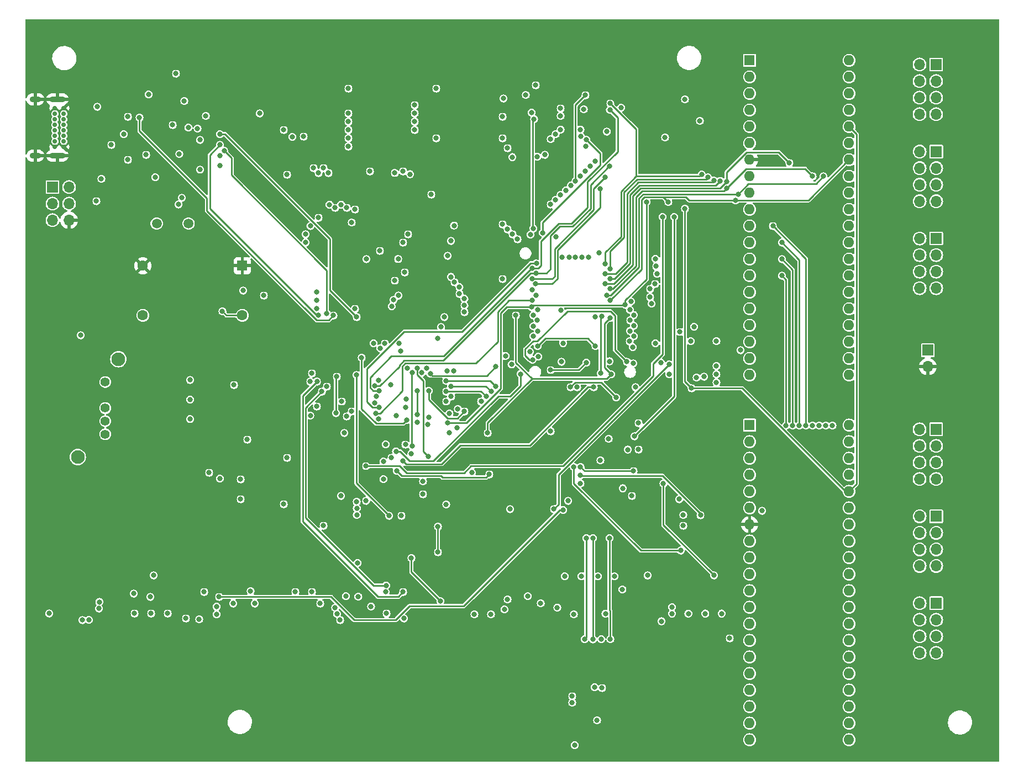
<source format=gbr>
%TF.GenerationSoftware,KiCad,Pcbnew,7.0.10*%
%TF.CreationDate,2024-03-05T20:32:04+01:00*%
%TF.ProjectId,z80,7a38302e-6b69-4636-9164-5f7063625858,1.0*%
%TF.SameCoordinates,Original*%
%TF.FileFunction,Copper,L2,Inr*%
%TF.FilePolarity,Positive*%
%FSLAX46Y46*%
G04 Gerber Fmt 4.6, Leading zero omitted, Abs format (unit mm)*
G04 Created by KiCad (PCBNEW 7.0.10) date 2024-03-05 20:32:04*
%MOMM*%
%LPD*%
G01*
G04 APERTURE LIST*
%TA.AperFunction,ComponentPad*%
%ADD10R,1.600000X1.600000*%
%TD*%
%TA.AperFunction,ComponentPad*%
%ADD11O,1.600000X1.600000*%
%TD*%
%TA.AperFunction,ComponentPad*%
%ADD12R,1.700000X1.700000*%
%TD*%
%TA.AperFunction,ComponentPad*%
%ADD13O,1.700000X1.700000*%
%TD*%
%TA.AperFunction,ComponentPad*%
%ADD14C,1.400000*%
%TD*%
%TA.AperFunction,ComponentPad*%
%ADD15C,2.100000*%
%TD*%
%TA.AperFunction,ComponentPad*%
%ADD16C,1.600000*%
%TD*%
%TA.AperFunction,ComponentPad*%
%ADD17C,1.500000*%
%TD*%
%TA.AperFunction,ComponentPad*%
%ADD18C,0.700000*%
%TD*%
%TA.AperFunction,ComponentPad*%
%ADD19O,2.400000X0.900000*%
%TD*%
%TA.AperFunction,ComponentPad*%
%ADD20O,1.700000X0.900000*%
%TD*%
%TA.AperFunction,ViaPad*%
%ADD21C,0.800000*%
%TD*%
%TA.AperFunction,Conductor*%
%ADD22C,0.250000*%
%TD*%
G04 APERTURE END LIST*
D10*
%TO.N,Net-(J4-Pin_8)*%
%TO.C,U7*%
X197358000Y-34290000D03*
D11*
%TO.N,Net-(J4-Pin_6)*%
X197358000Y-36830000D03*
%TO.N,Net-(J4-Pin_4)*%
X197358000Y-39370000D03*
%TO.N,Net-(J4-Pin_2)*%
X197358000Y-41910000D03*
%TO.N,/RD*%
X197358000Y-44450000D03*
%TO.N,/IO1-CS*%
X197358000Y-46990000D03*
%TO.N,GND*%
X197358000Y-49530000D03*
%TO.N,/A1*%
X197358000Y-52070000D03*
%TO.N,/A0*%
X197358000Y-54610000D03*
%TO.N,Net-(J6-Pin_7)*%
X197358000Y-57150000D03*
%TO.N,Net-(J6-Pin_5)*%
X197358000Y-59690000D03*
%TO.N,Net-(J6-Pin_3)*%
X197358000Y-62230000D03*
%TO.N,Net-(J6-Pin_1)*%
X197358000Y-64770000D03*
%TO.N,Net-(J6-Pin_2)*%
X197358000Y-67310000D03*
%TO.N,Net-(J6-Pin_4)*%
X197358000Y-69850000D03*
%TO.N,Net-(J6-Pin_6)*%
X197358000Y-72390000D03*
%TO.N,Net-(J6-Pin_8)*%
X197358000Y-74930000D03*
%TO.N,Net-(J5-Pin_2)*%
X197358000Y-77470000D03*
%TO.N,Net-(J5-Pin_4)*%
X197358000Y-80010000D03*
%TO.N,Net-(J5-Pin_6)*%
X197358000Y-82550000D03*
%TO.N,Net-(J5-Pin_8)*%
X212598000Y-82550000D03*
%TO.N,Net-(J5-Pin_1)*%
X212598000Y-80010000D03*
%TO.N,Net-(J5-Pin_3)*%
X212598000Y-77470000D03*
%TO.N,Net-(J5-Pin_5)*%
X212598000Y-74930000D03*
%TO.N,Net-(J5-Pin_7)*%
X212598000Y-72390000D03*
%TO.N,+5V*%
X212598000Y-69850000D03*
%TO.N,/D7*%
X212598000Y-67310000D03*
%TO.N,/D6*%
X212598000Y-64770000D03*
%TO.N,/D5*%
X212598000Y-62230000D03*
%TO.N,/D4*%
X212598000Y-59690000D03*
%TO.N,/D3*%
X212598000Y-57150000D03*
%TO.N,/D2*%
X212598000Y-54610000D03*
%TO.N,/D1*%
X212598000Y-52070000D03*
%TO.N,/D0*%
X212598000Y-49530000D03*
%TO.N,/RST-INV*%
X212598000Y-46990000D03*
%TO.N,/WR*%
X212598000Y-44450000D03*
%TO.N,Net-(J4-Pin_7)*%
X212598000Y-41910000D03*
%TO.N,Net-(J4-Pin_5)*%
X212598000Y-39370000D03*
%TO.N,Net-(J4-Pin_3)*%
X212598000Y-36830000D03*
%TO.N,Net-(J4-Pin_1)*%
X212598000Y-34290000D03*
%TD*%
D12*
%TO.N,Net-(J4-Pin_1)*%
%TO.C,J4*%
X225933000Y-34925000D03*
D13*
%TO.N,Net-(J4-Pin_2)*%
X223393000Y-34925000D03*
%TO.N,Net-(J4-Pin_3)*%
X225933000Y-37465000D03*
%TO.N,Net-(J4-Pin_4)*%
X223393000Y-37465000D03*
%TO.N,Net-(J4-Pin_5)*%
X225933000Y-40005000D03*
%TO.N,Net-(J4-Pin_6)*%
X223393000Y-40005000D03*
%TO.N,Net-(J4-Pin_7)*%
X225933000Y-42545000D03*
%TO.N,Net-(J4-Pin_8)*%
X223393000Y-42545000D03*
%TD*%
D12*
%TO.N,Net-(J5-Pin_1)*%
%TO.C,J5*%
X225953000Y-48270000D03*
D13*
%TO.N,Net-(J5-Pin_2)*%
X223413000Y-48270000D03*
%TO.N,Net-(J5-Pin_3)*%
X225953000Y-50810000D03*
%TO.N,Net-(J5-Pin_4)*%
X223413000Y-50810000D03*
%TO.N,Net-(J5-Pin_5)*%
X225953000Y-53350000D03*
%TO.N,Net-(J5-Pin_6)*%
X223413000Y-53350000D03*
%TO.N,Net-(J5-Pin_7)*%
X225953000Y-55890000D03*
%TO.N,Net-(J5-Pin_8)*%
X223413000Y-55890000D03*
%TD*%
D12*
%TO.N,Net-(J8-Pin_1)*%
%TO.C,J8*%
X225953000Y-104219000D03*
D13*
%TO.N,Net-(J8-Pin_2)*%
X223413000Y-104219000D03*
%TO.N,Net-(J8-Pin_3)*%
X225953000Y-106759000D03*
%TO.N,Net-(J8-Pin_4)*%
X223413000Y-106759000D03*
%TO.N,Net-(J8-Pin_5)*%
X225953000Y-109299000D03*
%TO.N,Net-(J8-Pin_6)*%
X223413000Y-109299000D03*
%TO.N,Net-(J8-Pin_7)*%
X225953000Y-111839000D03*
%TO.N,Net-(J8-Pin_8)*%
X223413000Y-111839000D03*
%TD*%
D12*
%TO.N,+5V*%
%TO.C,J1*%
X224663000Y-78740000D03*
D13*
%TO.N,GND*%
X224663000Y-81280000D03*
%TD*%
D10*
%TO.N,Net-(J7-Pin_8)*%
%TO.C,U10*%
X197358000Y-90239000D03*
D11*
%TO.N,Net-(J7-Pin_6)*%
X197358000Y-92779000D03*
%TO.N,Net-(J7-Pin_4)*%
X197358000Y-95319000D03*
%TO.N,Net-(J7-Pin_2)*%
X197358000Y-97859000D03*
%TO.N,/RD*%
X197358000Y-100399000D03*
%TO.N,/IO2-CS*%
X197358000Y-102939000D03*
%TO.N,GND*%
X197358000Y-105479000D03*
%TO.N,/A1*%
X197358000Y-108019000D03*
%TO.N,/A0*%
X197358000Y-110559000D03*
%TO.N,Net-(J9-Pin_7)*%
X197358000Y-113099000D03*
%TO.N,Net-(J9-Pin_5)*%
X197358000Y-115639000D03*
%TO.N,Net-(J9-Pin_3)*%
X197358000Y-118179000D03*
%TO.N,Net-(J9-Pin_1)*%
X197358000Y-120719000D03*
%TO.N,Net-(J9-Pin_2)*%
X197358000Y-123259000D03*
%TO.N,Net-(J9-Pin_4)*%
X197358000Y-125799000D03*
%TO.N,Net-(J9-Pin_6)*%
X197358000Y-128339000D03*
%TO.N,Net-(J9-Pin_8)*%
X197358000Y-130879000D03*
%TO.N,Net-(J8-Pin_2)*%
X197358000Y-133419000D03*
%TO.N,Net-(J8-Pin_4)*%
X197358000Y-135959000D03*
%TO.N,Net-(J8-Pin_6)*%
X197358000Y-138499000D03*
%TO.N,Net-(J8-Pin_8)*%
X212598000Y-138499000D03*
%TO.N,Net-(J8-Pin_1)*%
X212598000Y-135959000D03*
%TO.N,Net-(J8-Pin_3)*%
X212598000Y-133419000D03*
%TO.N,Net-(J8-Pin_5)*%
X212598000Y-130879000D03*
%TO.N,Net-(J8-Pin_7)*%
X212598000Y-128339000D03*
%TO.N,+5V*%
X212598000Y-125799000D03*
%TO.N,/D7*%
X212598000Y-123259000D03*
%TO.N,/D6*%
X212598000Y-120719000D03*
%TO.N,/D5*%
X212598000Y-118179000D03*
%TO.N,/D4*%
X212598000Y-115639000D03*
%TO.N,/D3*%
X212598000Y-113099000D03*
%TO.N,/D2*%
X212598000Y-110559000D03*
%TO.N,/D1*%
X212598000Y-108019000D03*
%TO.N,/D0*%
X212598000Y-105479000D03*
%TO.N,/RST-INV*%
X212598000Y-102939000D03*
%TO.N,/WR*%
X212598000Y-100399000D03*
%TO.N,Net-(J7-Pin_7)*%
X212598000Y-97859000D03*
%TO.N,Net-(J7-Pin_5)*%
X212598000Y-95319000D03*
%TO.N,Net-(J7-Pin_3)*%
X212598000Y-92779000D03*
%TO.N,Net-(J7-Pin_1)*%
X212598000Y-90239000D03*
%TD*%
D14*
%TO.N,Net-(D2-A)*%
%TO.C,SW2*%
X98636000Y-83630000D03*
%TO.N,Net-(R8-Pad2)*%
X98636000Y-87630000D03*
%TO.N,Net-(D4-A)*%
X98636000Y-89630000D03*
%TO.N,Net-(D8-A)*%
X98636000Y-91630000D03*
D15*
%TO.N,N/C*%
X100636000Y-80130000D03*
X94436000Y-95130000D03*
%TD*%
D10*
%TO.N,GND*%
%TO.C,CLK2*%
X119634000Y-65786000D03*
D16*
X104394000Y-65786000D03*
%TO.N,/FstClk*%
X104394000Y-73406000D03*
%TO.N,+5V*%
X119634000Y-73406000D03*
%TD*%
D12*
%TO.N,/MISO*%
%TO.C,J10*%
X90551000Y-53721000D03*
D13*
%TO.N,+5V*%
X93091000Y-53721000D03*
%TO.N,/SPISCK*%
X90551000Y-56261000D03*
%TO.N,/MOSI*%
X93091000Y-56261000D03*
%TO.N,/ProgReset*%
X90551000Y-58801000D03*
%TO.N,GND*%
X93091000Y-58801000D03*
%TD*%
D17*
%TO.N,Net-(U11-XTAL2)*%
%TO.C,CLK3*%
X106516000Y-59309000D03*
%TO.N,Net-(U11-XTAL1)*%
X111396000Y-59309000D03*
%TD*%
D18*
%TO.N,GND*%
%TO.C,J11*%
X92282000Y-41607000D03*
%TO.N,+5V*%
X92282000Y-42457000D03*
%TO.N,unconnected-(J11-CC1-PadA5)*%
X92282000Y-43307000D03*
%TO.N,/USB-D+*%
X92282000Y-44157000D03*
%TO.N,/USB-D-*%
X92282000Y-45007000D03*
%TO.N,unconnected-(J11-SBU1-PadA8)*%
X92282000Y-45857000D03*
%TO.N,+5V*%
X92282000Y-46707000D03*
%TO.N,GND*%
X92282000Y-47557000D03*
X90932000Y-47557000D03*
%TO.N,+5V*%
X90932000Y-46707000D03*
%TO.N,unconnected-(J11-CC2-PadB5)*%
X90932000Y-45857000D03*
%TO.N,/USB-D+*%
X90932000Y-45007000D03*
%TO.N,/USB-D-*%
X90932000Y-44157000D03*
%TO.N,unconnected-(J11-SBU2-PadB8)*%
X90932000Y-43307000D03*
%TO.N,+5V*%
X90932000Y-42457000D03*
%TO.N,GND*%
X90932000Y-41607000D03*
D19*
X91302000Y-40257000D03*
D20*
X87922000Y-40257000D03*
D19*
X91302000Y-48907000D03*
D20*
X87922000Y-48907000D03*
%TD*%
D12*
%TO.N,Net-(J9-Pin_1)*%
%TO.C,J9*%
X225953000Y-117554000D03*
D13*
%TO.N,Net-(J9-Pin_2)*%
X223413000Y-117554000D03*
%TO.N,Net-(J9-Pin_3)*%
X225953000Y-120094000D03*
%TO.N,Net-(J9-Pin_4)*%
X223413000Y-120094000D03*
%TO.N,Net-(J9-Pin_5)*%
X225953000Y-122634000D03*
%TO.N,Net-(J9-Pin_6)*%
X223413000Y-122634000D03*
%TO.N,Net-(J9-Pin_7)*%
X225953000Y-125174000D03*
%TO.N,Net-(J9-Pin_8)*%
X223413000Y-125174000D03*
%TD*%
D12*
%TO.N,Net-(J6-Pin_1)*%
%TO.C,J6*%
X225953000Y-61605000D03*
D13*
%TO.N,Net-(J6-Pin_2)*%
X223413000Y-61605000D03*
%TO.N,Net-(J6-Pin_3)*%
X225953000Y-64145000D03*
%TO.N,Net-(J6-Pin_4)*%
X223413000Y-64145000D03*
%TO.N,Net-(J6-Pin_5)*%
X225953000Y-66685000D03*
%TO.N,Net-(J6-Pin_6)*%
X223413000Y-66685000D03*
%TO.N,Net-(J6-Pin_7)*%
X225953000Y-69225000D03*
%TO.N,Net-(J6-Pin_8)*%
X223413000Y-69225000D03*
%TD*%
D12*
%TO.N,Net-(J7-Pin_1)*%
%TO.C,J7*%
X225933000Y-90874000D03*
D13*
%TO.N,Net-(J7-Pin_2)*%
X223393000Y-90874000D03*
%TO.N,Net-(J7-Pin_3)*%
X225933000Y-93414000D03*
%TO.N,Net-(J7-Pin_4)*%
X223393000Y-93414000D03*
%TO.N,Net-(J7-Pin_5)*%
X225933000Y-95954000D03*
%TO.N,Net-(J7-Pin_6)*%
X223393000Y-95954000D03*
%TO.N,Net-(J7-Pin_7)*%
X225933000Y-98494000D03*
%TO.N,Net-(J7-Pin_8)*%
X223393000Y-98494000D03*
%TD*%
D21*
%TO.N,/D0*%
X210058000Y-90297000D03*
X176022000Y-71120000D03*
X127762000Y-115824000D03*
X110363000Y-55372000D03*
X164084000Y-71120000D03*
X140044226Y-88400885D03*
X171463958Y-45903946D03*
X195199000Y-55735000D03*
X131064000Y-69850000D03*
X184912000Y-56007000D03*
X136398000Y-88138000D03*
%TO.N,/D1*%
X163774000Y-61012882D03*
X195622454Y-54830145D03*
X209042000Y-90297000D03*
X171450000Y-44892598D03*
X135636000Y-88900000D03*
X140529074Y-89274914D03*
X164638424Y-70288364D03*
X208661000Y-52070000D03*
X109855000Y-56388000D03*
X175467576Y-70288364D03*
X130302000Y-115824000D03*
X131064000Y-71120000D03*
%TO.N,/D2*%
X193865500Y-53911500D03*
X131572000Y-117602000D03*
X131064000Y-72390000D03*
X164228791Y-60071000D03*
X176022000Y-69342000D03*
X116205000Y-50419000D03*
X164084000Y-69455500D03*
X134874000Y-86614000D03*
X164338000Y-43280000D03*
X139891930Y-86800211D03*
X208026000Y-90297000D03*
X207010000Y-52070000D03*
%TO.N,/D3*%
X175500130Y-45212000D03*
X174460500Y-53975000D03*
X207010000Y-90297000D03*
X138594726Y-101854000D03*
X140508424Y-83381636D03*
X203454000Y-50038000D03*
X137160000Y-73660000D03*
X164592000Y-68580000D03*
X175260000Y-68580000D03*
X116205000Y-45593000D03*
X193861201Y-52891201D03*
%TO.N,/D4*%
X200918299Y-59694299D03*
X142113000Y-104140000D03*
X175185000Y-52197000D03*
X116205000Y-48895000D03*
X137122500Y-82550000D03*
X164037576Y-67748364D03*
X192870248Y-52760751D03*
X205994000Y-90297000D03*
X176022000Y-67818000D03*
X136906000Y-72390000D03*
%TO.N,/D5*%
X202311000Y-62230000D03*
X191872907Y-52695046D03*
X103886000Y-43053000D03*
X204978000Y-90297000D03*
X130052299Y-88768701D03*
X141605000Y-115824000D03*
X171958000Y-41783000D03*
X139936619Y-84201419D03*
X133599701Y-73410299D03*
X132588000Y-84328000D03*
X175260000Y-67023864D03*
X164662326Y-66968177D03*
X175909500Y-50546000D03*
X130048000Y-83566000D03*
%TO.N,/D6*%
X175946323Y-41896130D03*
X176022000Y-66294000D03*
X141670535Y-114827064D03*
X190990680Y-52225278D03*
X203962000Y-90297000D03*
X164032522Y-66192063D03*
X116845186Y-48126777D03*
X132588000Y-73152000D03*
X140612313Y-84937924D03*
X202311000Y-64770000D03*
X131826000Y-85090000D03*
%TO.N,/D7*%
X131068299Y-83561701D03*
X144272000Y-115824000D03*
X202946000Y-90297000D03*
X140595149Y-87510485D03*
X175260000Y-65467563D03*
X116205000Y-47244000D03*
X176017347Y-40898653D03*
X131064000Y-87376000D03*
X164678791Y-65429605D03*
X190012222Y-51784500D03*
X131313701Y-73401701D03*
X202311000Y-67310000D03*
%TO.N,/BUSACK*%
X130302000Y-82296000D03*
X146431000Y-89789000D03*
X119761000Y-69596000D03*
X105537000Y-116586000D03*
X108966000Y-44196000D03*
%TO.N,GND*%
X111252000Y-95504000D03*
X151430424Y-87445636D03*
X111887000Y-115316000D03*
X182880000Y-115189000D03*
X117475000Y-83058000D03*
X159512000Y-41910000D03*
X94107000Y-115316000D03*
X125222000Y-108458000D03*
X172593000Y-82042000D03*
X160147000Y-84709000D03*
X112141000Y-43815000D03*
X167074116Y-80807417D03*
X173736000Y-86233000D03*
X107315000Y-52197000D03*
X139446000Y-121031000D03*
X167386000Y-105537000D03*
X126238000Y-97028000D03*
X125222000Y-91948000D03*
X171958000Y-42799000D03*
X117602000Y-88138000D03*
X182880000Y-121285000D03*
X116586000Y-91440000D03*
X112903000Y-121031000D03*
X188214000Y-86233000D03*
X162560000Y-120929400D03*
X188214000Y-82423000D03*
X122936000Y-68834000D03*
X167386000Y-86233000D03*
X157734000Y-99060000D03*
X217805000Y-46990000D03*
X117348000Y-108458000D03*
X167513000Y-93091000D03*
X167386000Y-101727000D03*
X127254000Y-47498000D03*
X128016000Y-97536000D03*
X188214000Y-51181000D03*
X104902000Y-47244000D03*
X178718284Y-84417117D03*
X162560000Y-115011200D03*
X149860000Y-99060000D03*
X105791000Y-43815000D03*
X113157000Y-52070000D03*
X178054000Y-104902000D03*
X126238000Y-90170000D03*
X180721000Y-80518000D03*
X140716000Y-47498000D03*
X97409000Y-39878000D03*
X97028000Y-49276000D03*
X116586000Y-102108000D03*
X121920000Y-86233000D03*
X136398000Y-115443000D03*
X127508000Y-73660000D03*
%TO.N,/BUSRQ*%
X148082000Y-90170000D03*
X113157000Y-46482000D03*
X106045000Y-113284000D03*
%TO.N,+5V*%
X97282000Y-55880000D03*
X135255000Y-91440000D03*
X189738000Y-43561000D03*
X126492000Y-95250000D03*
X149606000Y-109728000D03*
X120396000Y-92456000D03*
X149606000Y-105791000D03*
X109474000Y-36322000D03*
X140208000Y-85852000D03*
X159512000Y-42926000D03*
X97409000Y-41402000D03*
X114046000Y-42799000D03*
X135890000Y-38608000D03*
X125984000Y-102362000D03*
X119380000Y-98552000D03*
X178562000Y-80518000D03*
X192278000Y-77343000D03*
X147320000Y-98869000D03*
X122936000Y-70358000D03*
X149352000Y-38608000D03*
X113157000Y-51054000D03*
X94869000Y-76454000D03*
X171450000Y-96647000D03*
X179578000Y-97282000D03*
X106299000Y-52197000D03*
X116586000Y-72771000D03*
X119380000Y-101600000D03*
X164096929Y-80199649D03*
X114554000Y-97536000D03*
X149352000Y-46228000D03*
X136906000Y-57150000D03*
X135890000Y-46228000D03*
X104902000Y-48768000D03*
%TO.N,/A0*%
X178980000Y-77380000D03*
X168783000Y-77654500D03*
X150584500Y-73660000D03*
X165678082Y-60742912D03*
X172342119Y-46431766D03*
X150876000Y-86614000D03*
%TO.N,/A1*%
X156214299Y-86618299D03*
X161798000Y-61722000D03*
X179626000Y-76580000D03*
X151638000Y-85852000D03*
X182929299Y-77674701D03*
X164243266Y-76582682D03*
X132842000Y-51562000D03*
X165989000Y-48768000D03*
X135636000Y-56896000D03*
X150076500Y-75184000D03*
%TO.N,/A11*%
X142998840Y-51559269D03*
X171704000Y-64516000D03*
X144526000Y-66802000D03*
X181737000Y-113289500D03*
X140716000Y-63500000D03*
X171450000Y-52041000D03*
X182880000Y-68580000D03*
X143919963Y-78852500D03*
X143256000Y-88773000D03*
X152146000Y-68326000D03*
X159639000Y-40132000D03*
%TO.N,/A12*%
X131318000Y-58420000D03*
X143643500Y-77724000D03*
X187198000Y-104013000D03*
X183172155Y-67017845D03*
X151591576Y-67494364D03*
X139192000Y-51308000D03*
X172280153Y-47429847D03*
X172212000Y-51308000D03*
X170688000Y-64516000D03*
X143002000Y-68072000D03*
%TO.N,/A13*%
X170434000Y-96647000D03*
X186817000Y-109474000D03*
X143547500Y-70358000D03*
X151609500Y-61976000D03*
X172974000Y-50546000D03*
X183049454Y-65870546D03*
X141478000Y-77724000D03*
X169688497Y-64516000D03*
X187198000Y-105664000D03*
%TO.N,/A14*%
X182926753Y-64723247D03*
X173736000Y-49784000D03*
X142816051Y-71039166D03*
X152069127Y-59613127D03*
X140771245Y-78430755D03*
X171450000Y-97917000D03*
X168656000Y-64516000D03*
X189830500Y-104056098D03*
%TO.N,Clock*%
X134112000Y-82804000D03*
X133985000Y-88392000D03*
%TO.N,/INT*%
X153670000Y-88138000D03*
X141253574Y-95795500D03*
X170942000Y-84417617D03*
X148209000Y-84963000D03*
X141253574Y-98514500D03*
X137172548Y-102993051D03*
X160880411Y-80935777D03*
X146431000Y-84963000D03*
X146431000Y-88646000D03*
%TO.N,/NMI*%
X157480000Y-97790000D03*
X142494000Y-95250000D03*
X143284014Y-97244500D03*
X166878000Y-81788000D03*
X172339000Y-80645000D03*
X137160000Y-101981000D03*
X166878000Y-91186000D03*
%TO.N,/A15*%
X171450000Y-99187000D03*
X184150000Y-99187000D03*
X139737500Y-77675033D03*
X191897000Y-113284000D03*
X151092500Y-64262000D03*
X167720000Y-61388000D03*
X142514648Y-71992141D03*
X164846000Y-49059000D03*
%TO.N,/MREQ*%
X161544000Y-73406000D03*
X168783000Y-103251000D03*
X144653000Y-87503000D03*
X151384000Y-91440000D03*
X116078000Y-116586000D03*
X176149000Y-82423000D03*
X176022000Y-73787000D03*
X185039000Y-82423000D03*
X157226000Y-91440000D03*
%TO.N,/IORQ*%
X162265476Y-82390500D03*
X174752000Y-73533000D03*
X143178632Y-94248340D03*
X134747000Y-101092000D03*
X174540153Y-82296000D03*
X120904000Y-115697000D03*
%TO.N,/HALT*%
X132080000Y-105664000D03*
X102997000Y-116078000D03*
X141605000Y-93180500D03*
%TO.N,/RD*%
X164206134Y-73400161D03*
X159512000Y-67818000D03*
X145542000Y-110617000D03*
X149987000Y-117221000D03*
X144854500Y-89445500D03*
X137922000Y-79883000D03*
X173736000Y-73660000D03*
X138635000Y-64770000D03*
X145542000Y-94615000D03*
X111379000Y-44577000D03*
X163068000Y-39587000D03*
%TO.N,/WR*%
X159945500Y-79629000D03*
X169926000Y-84417500D03*
X152527000Y-90678000D03*
X113792000Y-115824000D03*
X163957000Y-42291000D03*
X144780000Y-86233000D03*
X176911000Y-85979000D03*
X147320000Y-100838000D03*
X164592000Y-38100000D03*
X152654000Y-87757000D03*
X154813000Y-97536000D03*
X187452000Y-40259000D03*
X187452000Y-57023000D03*
X188468000Y-84582000D03*
%TO.N,/WAIT*%
X144272000Y-95758000D03*
X173736000Y-78105000D03*
X164862860Y-78104500D03*
X144018000Y-104140000D03*
X173482000Y-84417617D03*
%TO.N,/M1*%
X144615500Y-93218000D03*
X137168599Y-104021599D03*
X148209000Y-89027000D03*
%TO.N,/RFSH*%
X137287000Y-111379000D03*
X151373884Y-88443538D03*
%TO.N,/A4*%
X159512000Y-46228000D03*
X151017500Y-81927500D03*
X130556000Y-50800000D03*
X158496000Y-84328000D03*
X179067529Y-74164326D03*
X159512000Y-59436000D03*
X164846000Y-74168000D03*
X150876000Y-83452000D03*
X132985449Y-56408500D03*
%TO.N,/A5*%
X179625672Y-73335181D03*
X129335000Y-62230000D03*
X126492000Y-51816000D03*
X148446331Y-82366697D03*
X158491701Y-81275701D03*
X168444500Y-72644000D03*
X166878000Y-56388000D03*
X186690000Y-75946000D03*
X166878000Y-46355000D03*
%TO.N,/A6*%
X182347701Y-71603701D03*
X188341000Y-77343000D03*
X147893500Y-81534000D03*
X167640000Y-45593000D03*
X167640000Y-55663500D03*
X127292924Y-46012924D03*
X178999415Y-72556202D03*
X129335000Y-60960000D03*
X153670000Y-72898000D03*
X169037000Y-113411000D03*
X164916326Y-72556177D03*
%TO.N,/A7*%
X129032000Y-45974000D03*
X168402000Y-44892598D03*
X147145312Y-82196737D03*
X153665701Y-71877701D03*
X130059500Y-59690000D03*
X171577000Y-113411000D03*
X188849000Y-75131397D03*
X168402000Y-54939000D03*
X179167701Y-71276299D03*
%TO.N,/RST*%
X121539000Y-117602000D03*
X178294449Y-71762545D03*
X151130000Y-89916000D03*
X181558155Y-56007000D03*
X163978552Y-72128300D03*
X150876000Y-102399500D03*
%TO.N,/A8*%
X168402000Y-42799000D03*
X169195814Y-54214500D03*
X174117000Y-113411000D03*
X146407821Y-81522117D03*
X148590000Y-54864000D03*
X145034000Y-60960000D03*
X153661402Y-70857402D03*
X182118000Y-70612000D03*
X148109797Y-95023797D03*
%TO.N,/A9*%
X145646159Y-82169324D03*
X145332859Y-51743205D03*
X144272000Y-62230000D03*
X176657000Y-113411000D03*
X145669000Y-93472000D03*
X152908000Y-70104000D03*
X169957455Y-53490000D03*
X174261332Y-63779931D03*
X168402000Y-41656000D03*
%TO.N,/A10*%
X143514299Y-64765701D03*
X172212000Y-39624000D03*
X144272000Y-51308000D03*
X152903701Y-69083701D03*
X172715701Y-64511701D03*
X186563353Y-101599647D03*
X144882382Y-81524615D03*
X170688000Y-52765500D03*
X182118000Y-69342000D03*
%TO.N,Net-(D4-K)*%
X111633000Y-86313327D03*
%TO.N,Net-(D20-K)*%
X144399000Y-119888000D03*
%TO.N,Net-(D21-K)*%
X90043000Y-119126000D03*
%TO.N,Net-(D22-K)*%
X95123000Y-120142000D03*
%TO.N,Net-(D23-K)*%
X96122286Y-120121208D03*
%TO.N,Net-(D26-K)*%
X103124000Y-119126000D03*
%TO.N,Net-(D41-K)*%
X170434000Y-119253000D03*
%TO.N,Net-(D42-K)*%
X175272000Y-119141000D03*
%TO.N,Net-(D43-K)*%
X177872000Y-115441000D03*
%TO.N,Net-(D44-K)*%
X185472000Y-118141497D03*
%TO.N,Net-(D45-K)*%
X183848353Y-120317353D03*
%TO.N,Net-(D46-K)*%
X185472000Y-119141000D03*
%TO.N,Net-(D47-K)*%
X187972000Y-119141000D03*
%TO.N,/A2*%
X156976299Y-85856299D03*
X179017492Y-75787079D03*
X161036000Y-60960000D03*
X164881100Y-75813153D03*
X150876000Y-85090000D03*
X161007945Y-49120945D03*
X149568500Y-76962000D03*
X134763449Y-56408500D03*
X132080000Y-50800000D03*
%TO.N,/A3*%
X160274000Y-60198000D03*
X160274000Y-47752000D03*
X157738299Y-85094299D03*
X131318000Y-51562000D03*
X133858000Y-56896000D03*
X151638000Y-84252000D03*
X152017003Y-81927500D03*
X179625369Y-74993674D03*
X164227984Y-75056552D03*
%TO.N,Net-(D48-K)*%
X190572000Y-119141000D03*
%TO.N,Net-(D49-K)*%
X193072000Y-119141000D03*
%TO.N,/PROG-WR*%
X110744000Y-40513000D03*
X136398000Y-59145000D03*
%TO.N,/EXT-IO2-CS*%
X192278000Y-82423000D03*
X164973000Y-79718500D03*
%TO.N,/EXT-IO1-CS*%
X192278000Y-81153000D03*
X163703000Y-78994000D03*
%TO.N,/EXT-IO5-CS*%
X175895000Y-80443500D03*
X189230000Y-82931000D03*
%TO.N,/EXT-IO4-CS*%
X190373000Y-82804000D03*
X179546498Y-80772000D03*
%TO.N,/EXT-IO6-CS*%
X179463570Y-78254738D03*
X183769000Y-80645000D03*
%TO.N,/AdjClk*%
X116195000Y-98425000D03*
X118364000Y-84074000D03*
%TO.N,Net-(D8-K)*%
X111633000Y-89313327D03*
%TO.N,Net-(D7-K)*%
X170180000Y-132826003D03*
%TO.N,Net-(D9-K)*%
X170180000Y-131826000D03*
%TO.N,Net-(D13-K)*%
X134620000Y-120142000D03*
%TO.N,Net-(D14-K)*%
X134132584Y-119197903D03*
%TO.N,Net-(D15-K)*%
X133857500Y-118237000D03*
%TO.N,Net-(D16-K)*%
X135509000Y-116459000D03*
%TO.N,Net-(D17-K)*%
X137404407Y-116553105D03*
%TO.N,Net-(D18-K)*%
X139361397Y-118042510D03*
%TO.N,Net-(D19-K)*%
X141732000Y-119126000D03*
%TO.N,/EXT-CS*%
X176022000Y-123063000D03*
X178698306Y-93989306D03*
X175895000Y-107569000D03*
X177927000Y-99922000D03*
%TO.N,/PROG-OE*%
X184404000Y-46101000D03*
X135890000Y-42418000D03*
X146050000Y-42418000D03*
X122301000Y-42418000D03*
%TO.N,Net-(D24-K)*%
X97663000Y-118364000D03*
%TO.N,Net-(D25-K)*%
X97721499Y-117356159D03*
%TO.N,Net-(D27-K)*%
X105664000Y-119126000D03*
%TO.N,Net-(D28-K)*%
X108204000Y-119126000D03*
%TO.N,Net-(D29-K)*%
X110998000Y-119888000D03*
%TO.N,Net-(D30-K)*%
X113030000Y-120015000D03*
%TO.N,Net-(D31-K)*%
X115697000Y-119253000D03*
%TO.N,Net-(D32-K)*%
X115697000Y-118072500D03*
%TO.N,Net-(D33-K)*%
X118237000Y-117602000D03*
%TO.N,/RAM1-CS*%
X179705000Y-91948000D03*
X169545000Y-101854000D03*
X174625000Y-123063000D03*
X185801000Y-58293000D03*
X177673000Y-41529000D03*
%TO.N,/ROM1-CS*%
X173355000Y-107569000D03*
X174498000Y-95631000D03*
X142367000Y-84074000D03*
X173355000Y-123100000D03*
%TO.N,Net-(U2-QH')*%
X135890000Y-47498000D03*
X146050000Y-41148000D03*
%TO.N,Net-(D2-K)*%
X111611153Y-83315653D03*
%TO.N,Net-(D34-K)*%
X155194000Y-119253000D03*
%TO.N,/IO1-CS*%
X195961000Y-78740000D03*
X194310000Y-122936000D03*
%TO.N,Net-(D35-K)*%
X157734000Y-119253000D03*
%TO.N,Net-(D36-K)*%
X159796835Y-118492934D03*
%TO.N,Net-(D37-K)*%
X160274000Y-116967000D03*
%TO.N,Net-(D38-K)*%
X163388902Y-116459000D03*
%TO.N,Net-(D39-K)*%
X165354000Y-117576000D03*
%TO.N,Net-(D40-K)*%
X167894000Y-118211000D03*
%TO.N,/IO2-CS*%
X199263000Y-103378000D03*
%TO.N,Net-(D10-K)*%
X173609000Y-130429000D03*
%TO.N,/EXT-CS2*%
X180340000Y-89916000D03*
X172334347Y-107573653D03*
X175768000Y-92329000D03*
X179324000Y-101092000D03*
X179859085Y-84417213D03*
X172085000Y-123063000D03*
X180340000Y-93980000D03*
%TO.N,Net-(D11-K)*%
X174752000Y-130556000D03*
%TO.N,Net-(D12-K)*%
X173990000Y-135509000D03*
%TO.N,Net-(D50-K)*%
X170561000Y-139319000D03*
%TO.N,/IOREQ*%
X185039000Y-80899000D03*
X167386000Y-103124000D03*
X160655000Y-103124000D03*
%TO.N,/EXT-IO3-CS*%
X168529000Y-80518000D03*
X192278000Y-83693000D03*
%TO.N,Net-(U6-Pad4)*%
X138594726Y-96520000D03*
X184023000Y-58293000D03*
%TO.N,/MISO*%
X98044000Y-52451000D03*
%TO.N,Net-(U11-D-)*%
X101473000Y-45593000D03*
X99568000Y-47244000D03*
%TO.N,Net-(U11-PB0)*%
X102108000Y-49530000D03*
X102108000Y-42926000D03*
%TO.N,Net-(U11-PD5)*%
X109977347Y-48636347D03*
X105283000Y-39497000D03*
%TO.N,/SRCLK*%
X146050000Y-44958000D03*
X135890000Y-44958000D03*
X125984000Y-44958000D03*
%TO.N,/RCLK*%
X146050000Y-43688000D03*
X112776000Y-44731000D03*
X135890000Y-43688000D03*
%TD*%
D22*
%TO.N,/D0*%
X144145000Y-84985939D02*
X144145000Y-81236692D01*
X144609692Y-80772000D02*
X155448000Y-80772000D01*
X144145000Y-81236692D02*
X144609692Y-80772000D01*
X158771000Y-77449000D02*
X158771000Y-72875604D01*
X155448000Y-80772000D02*
X158771000Y-77449000D01*
X187579000Y-55245000D02*
X182753000Y-55245000D01*
X184150000Y-55245000D02*
X182753000Y-55245000D01*
X206393000Y-55735000D02*
X188069000Y-55735000D01*
X180833155Y-55640845D02*
X180833155Y-66308845D01*
X182753000Y-55245000D02*
X181229000Y-55245000D01*
X181229000Y-55245000D02*
X180833155Y-55640845D01*
X184912000Y-56007000D02*
X184150000Y-55245000D01*
X188069000Y-55735000D02*
X187579000Y-55245000D01*
X160526604Y-71120000D02*
X164084000Y-71120000D01*
X140730054Y-88400885D02*
X144145000Y-84985939D01*
X158771000Y-72875604D02*
X160526604Y-71120000D01*
X140044226Y-88400885D02*
X140730054Y-88400885D01*
X212598000Y-49530000D02*
X206393000Y-55735000D01*
X180833155Y-66308845D02*
X176022000Y-71120000D01*
%TO.N,/D1*%
X180383155Y-55454449D02*
X181042604Y-54795000D01*
X195587309Y-54795000D02*
X195622454Y-54830145D01*
X175467576Y-70288364D02*
X176100941Y-70288364D01*
X193548000Y-54795000D02*
X195587309Y-54795000D01*
X195582009Y-54795000D02*
X197182009Y-53195000D01*
X180383155Y-66006150D02*
X180383155Y-55454449D01*
X176100941Y-70288364D02*
X180383155Y-66006150D01*
X197182009Y-53195000D02*
X207536000Y-53195000D01*
X181042604Y-54795000D02*
X193548000Y-54795000D01*
X193548000Y-54795000D02*
X195582009Y-54795000D01*
X207536000Y-53195000D02*
X208661000Y-52070000D01*
%TO.N,/D2*%
X164121000Y-59963209D02*
X164121000Y-43497000D01*
X205885000Y-50945000D02*
X196832000Y-50945000D01*
X180856208Y-54345000D02*
X193432000Y-54345000D01*
X207010000Y-52070000D02*
X205885000Y-50945000D01*
X164121000Y-43497000D02*
X164338000Y-43280000D01*
X176022000Y-69342000D02*
X176410909Y-69342000D01*
X196832000Y-50945000D02*
X193865500Y-53911500D01*
X176410909Y-69342000D02*
X179933155Y-65819754D01*
X193432000Y-54345000D02*
X193865500Y-53911500D01*
X164228791Y-60071000D02*
X164121000Y-59963209D01*
X179933155Y-55268053D02*
X180856208Y-54345000D01*
X179933155Y-65819754D02*
X179933155Y-55268053D01*
%TO.N,/D3*%
X133038000Y-69547305D02*
X133038000Y-61643195D01*
X167132000Y-68580000D02*
X164592000Y-68580000D01*
X167931000Y-63369000D02*
X167931000Y-67781000D01*
X179483155Y-65633358D02*
X179483155Y-55081657D01*
X116987805Y-45593000D02*
X116205000Y-45593000D01*
X174460500Y-56839500D02*
X167931000Y-63369000D01*
X179483155Y-55081657D02*
X180669812Y-53895000D01*
X174460500Y-53975000D02*
X174460500Y-56839500D01*
X176536513Y-68580000D02*
X179483155Y-65633358D01*
X133038000Y-61643195D02*
X116987805Y-45593000D01*
X196910009Y-48387000D02*
X201803000Y-48387000D01*
X193861201Y-51435808D02*
X196910009Y-48387000D01*
X180669812Y-53895000D02*
X192857402Y-53895000D01*
X201803000Y-48387000D02*
X203454000Y-50038000D01*
X137160000Y-73660000D02*
X137150695Y-73660000D01*
X193861201Y-52891201D02*
X193861201Y-51435808D01*
X167931000Y-67781000D02*
X167132000Y-68580000D01*
X192857402Y-53895000D02*
X193861201Y-52891201D01*
X175260000Y-68580000D02*
X176536513Y-68580000D01*
X137150695Y-73660000D02*
X133038000Y-69547305D01*
%TO.N,/D4*%
X167481000Y-63182604D02*
X173434302Y-57229302D01*
X167481000Y-67469000D02*
X167481000Y-63182604D01*
X176662117Y-67818000D02*
X179033155Y-65446962D01*
X180483416Y-53445000D02*
X192185999Y-53445000D01*
X164037576Y-67748364D02*
X164107212Y-67818000D01*
X205994000Y-90297000D02*
X205994000Y-64770000D01*
X176022000Y-67818000D02*
X176662117Y-67818000D01*
X137122500Y-99149500D02*
X142113000Y-104140000D01*
X192185999Y-53445000D02*
X192870248Y-52760751D01*
X173434302Y-53947698D02*
X175185000Y-52197000D01*
X137122500Y-82550000D02*
X137122500Y-99149500D01*
X167132000Y-67818000D02*
X167481000Y-67469000D01*
X179033155Y-54895261D02*
X180483416Y-53445000D01*
X164107212Y-67818000D02*
X167132000Y-67818000D01*
X179033155Y-65446962D02*
X179033155Y-54895261D01*
X205994000Y-64770000D02*
X200918299Y-59694299D01*
X173434302Y-57229302D02*
X173434302Y-53947698D01*
%TO.N,/D5*%
X132883299Y-74126701D02*
X133599701Y-73410299D01*
X178583155Y-65260566D02*
X178583155Y-54708865D01*
X103886000Y-45085000D02*
X114216000Y-55415000D01*
X143695000Y-81220365D02*
X143695000Y-81050296D01*
X175909500Y-50546000D02*
X175810695Y-50546000D01*
X172984302Y-53372393D02*
X172984302Y-57042906D01*
X114216000Y-57329305D02*
X131013396Y-74126701D01*
X150438635Y-80322000D02*
X150368000Y-80322000D01*
X172984302Y-57042906D02*
X170258604Y-59768604D01*
X175810695Y-50546000D02*
X172984302Y-53372393D01*
X143695000Y-81050296D02*
X144423296Y-80322000D01*
X166203823Y-66968177D02*
X164662326Y-66968177D01*
X170258604Y-59768604D02*
X168314091Y-59768604D01*
X204978000Y-90297000D02*
X204978000Y-64897000D01*
X180333020Y-52959000D02*
X191608953Y-52959000D01*
X131013396Y-74126701D02*
X132883299Y-74126701D01*
X103886000Y-43053000D02*
X103886000Y-45085000D01*
X175260000Y-67023864D02*
X176819857Y-67023864D01*
X166878000Y-66294000D02*
X166203823Y-66968177D01*
X176819857Y-67023864D02*
X178583155Y-65260566D01*
X178583155Y-54708865D02*
X180333020Y-52959000D01*
X168314091Y-59768604D02*
X166878000Y-61204695D01*
X163792458Y-66968177D02*
X150438635Y-80322000D01*
X191608953Y-52959000D02*
X191872907Y-52695046D01*
X164662326Y-66968177D02*
X163792458Y-66968177D01*
X144423296Y-80322000D02*
X150368000Y-80322000D01*
X139936619Y-84201419D02*
X140713946Y-84201419D01*
X114216000Y-55415000D02*
X114216000Y-57329305D01*
X204978000Y-64897000D02*
X202311000Y-62230000D01*
X166878000Y-61204695D02*
X166878000Y-66294000D01*
X140713946Y-84201419D02*
X143695000Y-81220365D01*
%TO.N,/D6*%
X117983000Y-51903305D02*
X117983000Y-49276000D01*
X178133155Y-61468000D02*
X178133155Y-54522469D01*
X177128000Y-48297000D02*
X177128000Y-43077807D01*
X177128000Y-43077807D02*
X175946323Y-41896130D01*
X203962000Y-66421000D02*
X202311000Y-64770000D01*
X129327299Y-87588701D02*
X131826000Y-85090000D01*
X180146624Y-52509000D02*
X190706958Y-52509000D01*
X117983000Y-49276000D02*
X116845186Y-48138186D01*
X139211619Y-84501724D02*
X139211619Y-82911381D01*
X141670535Y-114827064D02*
X139709759Y-114827064D01*
X176022000Y-63579155D02*
X178133155Y-61468000D01*
X139709759Y-114827064D02*
X129327299Y-104444604D01*
X164941638Y-66192063D02*
X165403791Y-65729910D01*
X132588000Y-66508305D02*
X117983000Y-51903305D01*
X172534302Y-56827698D02*
X172534302Y-52890698D01*
X203962000Y-90297000D02*
X203962000Y-66421000D01*
X139647819Y-84937924D02*
X139211619Y-84501724D01*
X190706958Y-52509000D02*
X190990680Y-52225278D01*
X150495239Y-79629000D02*
X163932176Y-66192063D01*
X164032522Y-66192063D02*
X164941638Y-66192063D01*
X168137299Y-59309000D02*
X170053000Y-59309000D01*
X140612313Y-84937924D02*
X139647819Y-84937924D01*
X139211619Y-82911381D02*
X142494000Y-79629000D01*
X129327299Y-104444604D02*
X129327299Y-87588701D01*
X163932176Y-66192063D02*
X164032522Y-66192063D01*
X165403791Y-62042508D02*
X168137299Y-59309000D01*
X132588000Y-73152000D02*
X132588000Y-66508305D01*
X142494000Y-79629000D02*
X150495239Y-79629000D01*
X116845186Y-48138186D02*
X116845186Y-48126777D01*
X172534302Y-52890698D02*
X177128000Y-48297000D01*
X165403791Y-65729910D02*
X165403791Y-62042508D01*
X178133155Y-54522469D02*
X180146624Y-52509000D01*
X176022000Y-66294000D02*
X176022000Y-63579155D01*
X170053000Y-59309000D02*
X172534302Y-56827698D01*
%TO.N,/D7*%
X131050396Y-73401701D02*
X114666000Y-57017305D01*
X139591625Y-87525211D02*
X138761619Y-86695205D01*
X131068299Y-83561701D02*
X131068299Y-83571006D01*
X140595149Y-87510485D02*
X140580423Y-87525211D01*
X128877299Y-85762006D02*
X128877299Y-105001299D01*
X131068299Y-83571006D02*
X128877299Y-85762006D01*
X131313701Y-73401701D02*
X131050396Y-73401701D01*
X189737722Y-52059000D02*
X190012222Y-51784500D01*
X138761619Y-86695205D02*
X138761619Y-81580576D01*
X163769675Y-65429605D02*
X164678791Y-65429605D01*
X153290280Y-75909000D02*
X163769675Y-65429605D01*
X143547000Y-116549000D02*
X144272000Y-115824000D01*
X179960228Y-52059000D02*
X179960228Y-44841534D01*
X140425000Y-116549000D02*
X143547000Y-116549000D01*
X202946000Y-67945000D02*
X202311000Y-67310000D01*
X179960228Y-44841534D02*
X176017347Y-40898653D01*
X140580423Y-87525211D02*
X139591625Y-87525211D01*
X175260000Y-63704759D02*
X177648380Y-61316379D01*
X114666000Y-57017305D02*
X114666000Y-48783000D01*
X202946000Y-90297000D02*
X202946000Y-67945000D01*
X114666000Y-48783000D02*
X116205000Y-47244000D01*
X144433195Y-75909000D02*
X153290280Y-75909000D01*
X177648380Y-54370848D02*
X179960228Y-52059000D01*
X128877299Y-105001299D02*
X140425000Y-116549000D01*
X177648380Y-61316379D02*
X177648380Y-54370848D01*
X175260000Y-65467563D02*
X175260000Y-63704759D01*
X179960228Y-52059000D02*
X189737722Y-52059000D01*
X138761619Y-81580576D02*
X144433195Y-75909000D01*
%TO.N,+5V*%
X117221000Y-73406000D02*
X116586000Y-72771000D01*
X164846000Y-77379500D02*
X164174500Y-77379500D01*
X176747000Y-73486695D02*
X176031305Y-72771000D01*
X163638649Y-80199649D02*
X164096929Y-80199649D01*
X169454500Y-72771000D02*
X164846000Y-77379500D01*
X164174500Y-77379500D02*
X162978000Y-78576000D01*
X172085000Y-97282000D02*
X171450000Y-96647000D01*
X176747000Y-78703000D02*
X176747000Y-73486695D01*
X119634000Y-73406000D02*
X117221000Y-73406000D01*
X178562000Y-80518000D02*
X176747000Y-78703000D01*
X162978000Y-78576000D02*
X162978000Y-79539000D01*
X149606000Y-105791000D02*
X149606000Y-109728000D01*
X179578000Y-97282000D02*
X172085000Y-97282000D01*
X162978000Y-79539000D02*
X163638649Y-80199649D01*
X176031305Y-72771000D02*
X169454500Y-72771000D01*
%TO.N,/A0*%
X172342119Y-46431766D02*
X174461000Y-48550647D01*
X174461000Y-50327604D02*
X165678082Y-59110522D01*
X165678082Y-59110522D02*
X165678082Y-60742912D01*
X174461000Y-48550647D02*
X174461000Y-50327604D01*
%TO.N,/A13*%
X180711695Y-109474000D02*
X186817000Y-109474000D01*
X170434000Y-99196305D02*
X180711695Y-109474000D01*
X170434000Y-96647000D02*
X170434000Y-99196305D01*
%TO.N,/A14*%
X171540000Y-98007000D02*
X183995305Y-98007000D01*
X189830500Y-103842195D02*
X189830500Y-104056098D01*
X171450000Y-97917000D02*
X171540000Y-98007000D01*
X183995305Y-98007000D02*
X189830500Y-103842195D01*
%TO.N,Clock*%
X133985000Y-88392000D02*
X133985000Y-82931000D01*
X133985000Y-82931000D02*
X134112000Y-82804000D01*
%TO.N,/INT*%
X148209000Y-86303959D02*
X151096041Y-89191000D01*
X148209000Y-84963000D02*
X148209000Y-86303959D01*
X152617000Y-89191000D02*
X153670000Y-88138000D01*
X146431000Y-88646000D02*
X146431000Y-84963000D01*
X151096041Y-89191000D02*
X152617000Y-89191000D01*
%TO.N,/NMI*%
X144083514Y-98044000D02*
X143284014Y-97244500D01*
X166878000Y-81788000D02*
X171196000Y-81788000D01*
X171196000Y-81788000D02*
X172339000Y-80645000D01*
X157480000Y-97790000D02*
X157009000Y-98261000D01*
X150114000Y-98044000D02*
X144083514Y-98044000D01*
X157009000Y-98261000D02*
X150405000Y-98261000D01*
X150405000Y-98261000D02*
X150368000Y-98298000D01*
X150368000Y-98298000D02*
X150114000Y-98044000D01*
%TO.N,/A15*%
X184150000Y-99187000D02*
X184150000Y-105537000D01*
X184150000Y-105537000D02*
X191897000Y-113284000D01*
%TO.N,/MREQ*%
X145278695Y-117983000D02*
X153552305Y-117983000D01*
X176022000Y-73787000D02*
X175170000Y-74639000D01*
X168284305Y-103251000D02*
X168783000Y-103251000D01*
X176149000Y-82423000D02*
X175457000Y-83115000D01*
X143119695Y-120142000D02*
X145278695Y-117983000D01*
X153552305Y-117983000D02*
X168284305Y-103251000D01*
X175170000Y-74639000D02*
X175170000Y-81444000D01*
X157226000Y-91440000D02*
X157226000Y-89903000D01*
X157226000Y-89903000D02*
X164014000Y-83115000D01*
X133231805Y-116586000D02*
X136787805Y-120142000D01*
X175170000Y-81444000D02*
X176149000Y-82423000D01*
X161544000Y-80645000D02*
X161544000Y-73406000D01*
X164014000Y-83115000D02*
X161544000Y-80645000D01*
X136787805Y-120142000D02*
X143119695Y-120142000D01*
X116078000Y-116586000D02*
X133231805Y-116586000D01*
X175457000Y-83115000D02*
X164014000Y-83115000D01*
%TO.N,/IORQ*%
X143178632Y-94248340D02*
X143787645Y-94248340D01*
X174752000Y-73533000D02*
X174540153Y-73744847D01*
X158840488Y-85815488D02*
X160677116Y-85815488D01*
X162265476Y-84227128D02*
X162265476Y-82390500D01*
X174540153Y-73744847D02*
X174540153Y-82296000D01*
X148907179Y-95748797D02*
X158840488Y-85815488D01*
X145288102Y-95748797D02*
X148907179Y-95748797D01*
X143787645Y-94248340D02*
X145288102Y-95748797D01*
X160677116Y-85815488D02*
X162265476Y-84227128D01*
%TO.N,/RD*%
X145542000Y-110617000D02*
X145542000Y-112776000D01*
X145542000Y-112776000D02*
X149987000Y-117221000D01*
X137922000Y-87757000D02*
X137922000Y-79883000D01*
X144300086Y-89999914D02*
X140164914Y-89999914D01*
X144854500Y-89445500D02*
X144300086Y-89999914D01*
X140164914Y-89999914D02*
X137922000Y-87757000D01*
%TO.N,/WR*%
X169926000Y-84417500D02*
X169926000Y-84408312D01*
X187452000Y-83566000D02*
X187452000Y-57023000D01*
X196205695Y-84582000D02*
X212022695Y-100399000D01*
X169926000Y-84408312D02*
X170641695Y-83692617D01*
X213723000Y-45575000D02*
X212598000Y-44450000D01*
X188468000Y-84582000D02*
X187452000Y-83566000D01*
X188468000Y-84582000D02*
X196205695Y-84582000D01*
X170641695Y-83692617D02*
X174624617Y-83692617D01*
X213723000Y-99274000D02*
X213723000Y-45575000D01*
X212598000Y-100399000D02*
X213723000Y-99274000D01*
X174624617Y-83692617D02*
X176911000Y-85979000D01*
%TO.N,/WAIT*%
X173736000Y-78105000D02*
X172560500Y-76929500D01*
X166037860Y-76929500D02*
X164862860Y-78104500D01*
X144712797Y-96198797D02*
X144272000Y-95758000D01*
X172560500Y-76929500D02*
X166037860Y-76929500D01*
X172621078Y-84417617D02*
X163693695Y-93345000D01*
X163693695Y-93345000D02*
X153035000Y-93345000D01*
X173482000Y-84417617D02*
X172621078Y-84417617D01*
X153035000Y-93345000D02*
X150181203Y-96198797D01*
X150181203Y-96198797D02*
X144712797Y-96198797D01*
%TO.N,/A4*%
X158496000Y-84328000D02*
X157620000Y-83452000D01*
X157620000Y-83452000D02*
X150876000Y-83452000D01*
%TO.N,/A5*%
X158491701Y-81275701D02*
X157114902Y-82652500D01*
X148732134Y-82652500D02*
X148446331Y-82366697D01*
X157114902Y-82652500D02*
X148732134Y-82652500D01*
%TO.N,/RST*%
X160147000Y-72136000D02*
X163970852Y-72136000D01*
X165230454Y-71845000D02*
X165216631Y-71831177D01*
X178294449Y-71762545D02*
X178294449Y-71124246D01*
X181558155Y-67860540D02*
X181558155Y-56007000D01*
X153941903Y-89916000D02*
X159221000Y-84636903D01*
X178211994Y-71845000D02*
X165230454Y-71845000D01*
X159221000Y-84636903D02*
X159221000Y-73062000D01*
X163970852Y-72136000D02*
X163978552Y-72128300D01*
X159221000Y-73062000D02*
X160147000Y-72136000D01*
X178294449Y-71762545D02*
X178211994Y-71845000D01*
X178294449Y-71124246D02*
X181558155Y-67860540D01*
X165216631Y-71831177D02*
X164275675Y-71831177D01*
X164275675Y-71831177D02*
X163978552Y-72128300D01*
X151130000Y-89916000D02*
X153941903Y-89916000D01*
%TO.N,/A8*%
X147357000Y-94271000D02*
X147357000Y-83455470D01*
X146407821Y-82506291D02*
X146407821Y-81522117D01*
X148109797Y-95023797D02*
X147357000Y-94271000D01*
X147357000Y-83455470D02*
X146407821Y-82506291D01*
%TO.N,/A9*%
X145579000Y-82236483D02*
X145646159Y-82169324D01*
X145669000Y-93472000D02*
X145579000Y-93382000D01*
X145579000Y-93382000D02*
X145579000Y-82236483D01*
%TO.N,/A10*%
X170688000Y-52765500D02*
X170688000Y-41148000D01*
X170688000Y-41148000D02*
X172212000Y-39624000D01*
%TO.N,/A2*%
X156210000Y-85090000D02*
X150876000Y-85090000D01*
X156976299Y-85856299D02*
X156210000Y-85090000D01*
%TO.N,/A3*%
X157738299Y-85094299D02*
X156896000Y-84252000D01*
X156896000Y-84252000D02*
X151638000Y-84252000D01*
%TO.N,/EXT-CS*%
X176022000Y-118745000D02*
X175895000Y-118618000D01*
X176022000Y-123063000D02*
X176022000Y-118745000D01*
X175895000Y-118618000D02*
X175895000Y-107569000D01*
%TO.N,/RAM1-CS*%
X185801000Y-85852000D02*
X185801000Y-58293000D01*
X179705000Y-91948000D02*
X185801000Y-85852000D01*
%TO.N,/ROM1-CS*%
X173355000Y-123100000D02*
X173355000Y-107569000D01*
%TO.N,/EXT-CS2*%
X172085000Y-123063000D02*
X172302000Y-122846000D01*
X172302000Y-107606000D02*
X172334347Y-107573653D01*
X172302000Y-122846000D02*
X172302000Y-107606000D01*
%TO.N,/IOREQ*%
X185039000Y-80899000D02*
X168111000Y-97827000D01*
X168111000Y-102399000D02*
X167386000Y-103124000D01*
X168111000Y-97827000D02*
X168111000Y-102399000D01*
%TO.N,Net-(U6-Pad4)*%
X153612000Y-97594000D02*
X144838000Y-97594000D01*
X168781604Y-96520000D02*
X154686000Y-96520000D01*
X182589000Y-80799695D02*
X182589000Y-82712604D01*
X144838000Y-97594000D02*
X143764000Y-96520000D01*
X182589000Y-82712604D02*
X168781604Y-96520000D01*
X184023000Y-79365695D02*
X182589000Y-80799695D01*
X154686000Y-96520000D02*
X153612000Y-97594000D01*
X184023000Y-58293000D02*
X184023000Y-79365695D01*
X143764000Y-96520000D02*
X138594726Y-96520000D01*
%TD*%
%TA.AperFunction,Conductor*%
%TO.N,GND*%
G36*
X183876156Y-98352185D02*
G01*
X183896798Y-98368819D01*
X183958673Y-98430694D01*
X183992158Y-98492017D01*
X183987174Y-98561709D01*
X183945302Y-98617642D01*
X183918445Y-98632936D01*
X183847160Y-98662463D01*
X183721718Y-98758718D01*
X183625463Y-98884160D01*
X183564956Y-99030237D01*
X183564955Y-99030239D01*
X183544318Y-99186998D01*
X183544318Y-99187001D01*
X183564955Y-99343760D01*
X183564956Y-99343762D01*
X183624060Y-99486453D01*
X183625464Y-99489841D01*
X183721718Y-99615282D01*
X183775987Y-99656924D01*
X183817189Y-99713349D01*
X183824500Y-99755298D01*
X183824500Y-105517372D01*
X183824028Y-105528181D01*
X183820735Y-105565808D01*
X183830512Y-105602298D01*
X183832852Y-105612852D01*
X183839411Y-105650042D01*
X183841235Y-105655055D01*
X183848197Y-105671861D01*
X183850446Y-105676684D01*
X183872104Y-105707616D01*
X183877914Y-105716734D01*
X183896806Y-105749455D01*
X183925743Y-105773736D01*
X183933718Y-105781044D01*
X186819460Y-108666786D01*
X186852945Y-108728109D01*
X186847961Y-108797801D01*
X186806089Y-108853734D01*
X186747965Y-108877406D01*
X186676416Y-108886826D01*
X186660238Y-108888956D01*
X186660237Y-108888956D01*
X186514160Y-108949463D01*
X186388716Y-109045719D01*
X186347077Y-109099986D01*
X186290649Y-109141189D01*
X186248701Y-109148500D01*
X180897883Y-109148500D01*
X180830844Y-109128815D01*
X180810202Y-109112181D01*
X172790022Y-101092001D01*
X178718318Y-101092001D01*
X178738955Y-101248760D01*
X178738956Y-101248762D01*
X178795397Y-101385024D01*
X178799464Y-101394841D01*
X178895718Y-101520282D01*
X179021159Y-101616536D01*
X179167238Y-101677044D01*
X179245619Y-101687363D01*
X179323999Y-101697682D01*
X179324000Y-101697682D01*
X179324001Y-101697682D01*
X179376254Y-101690802D01*
X179480762Y-101677044D01*
X179626841Y-101616536D01*
X179752282Y-101520282D01*
X179848536Y-101394841D01*
X179909044Y-101248762D01*
X179929682Y-101092000D01*
X179927458Y-101075110D01*
X179909044Y-100935239D01*
X179909044Y-100935238D01*
X179848536Y-100789159D01*
X179752282Y-100663718D01*
X179626841Y-100567464D01*
X179548852Y-100535160D01*
X179480762Y-100506956D01*
X179480760Y-100506955D01*
X179324001Y-100486318D01*
X179323999Y-100486318D01*
X179167239Y-100506955D01*
X179167237Y-100506956D01*
X179021160Y-100567463D01*
X178895718Y-100663718D01*
X178799463Y-100789160D01*
X178738956Y-100935237D01*
X178738955Y-100935239D01*
X178718318Y-101091998D01*
X178718318Y-101092001D01*
X172790022Y-101092001D01*
X171641326Y-99943305D01*
X171629693Y-99922001D01*
X177321318Y-99922001D01*
X177341955Y-100078760D01*
X177341956Y-100078762D01*
X177402464Y-100224841D01*
X177498718Y-100350282D01*
X177624159Y-100446536D01*
X177770238Y-100507044D01*
X177848619Y-100517363D01*
X177926999Y-100527682D01*
X177927000Y-100527682D01*
X177927001Y-100527682D01*
X177979254Y-100520802D01*
X178083762Y-100507044D01*
X178229841Y-100446536D01*
X178355282Y-100350282D01*
X178451536Y-100224841D01*
X178512044Y-100078762D01*
X178532682Y-99922000D01*
X178512044Y-99765238D01*
X178451536Y-99619159D01*
X178355282Y-99493718D01*
X178229841Y-99397464D01*
X178220377Y-99393544D01*
X178083762Y-99336956D01*
X178083760Y-99336955D01*
X177927001Y-99316318D01*
X177926999Y-99316318D01*
X177770239Y-99336955D01*
X177770237Y-99336956D01*
X177624160Y-99397463D01*
X177498718Y-99493718D01*
X177402463Y-99619160D01*
X177341956Y-99765237D01*
X177341955Y-99765239D01*
X177321318Y-99921998D01*
X177321318Y-99922001D01*
X171629693Y-99922001D01*
X171607841Y-99881982D01*
X171612825Y-99812290D01*
X171654697Y-99756357D01*
X171681544Y-99741068D01*
X171752841Y-99711536D01*
X171878282Y-99615282D01*
X171974536Y-99489841D01*
X172035044Y-99343762D01*
X172050664Y-99225113D01*
X172055682Y-99187001D01*
X172055682Y-99186998D01*
X172041655Y-99080452D01*
X172035044Y-99030238D01*
X171974536Y-98884159D01*
X171878282Y-98758718D01*
X171752841Y-98662464D01*
X171752834Y-98662461D01*
X171747515Y-98659390D01*
X171699298Y-98608825D01*
X171686072Y-98540218D01*
X171712037Y-98475352D01*
X171747515Y-98444610D01*
X171752834Y-98441538D01*
X171752841Y-98441536D01*
X171861546Y-98358124D01*
X171926715Y-98332930D01*
X171937032Y-98332500D01*
X183809117Y-98332500D01*
X183876156Y-98352185D01*
G37*
%TD.AperFunction*%
%TA.AperFunction,Conductor*%
G36*
X213328011Y-50318957D02*
G01*
X213379572Y-50366109D01*
X213397500Y-50430333D01*
X213397500Y-51169666D01*
X213377815Y-51236705D01*
X213325011Y-51282460D01*
X213255853Y-51292404D01*
X213194835Y-51265519D01*
X213156539Y-51234091D01*
X213156532Y-51234086D01*
X212982733Y-51141188D01*
X212982727Y-51141186D01*
X212856315Y-51102839D01*
X212794129Y-51083975D01*
X212598000Y-51064659D01*
X212401870Y-51083975D01*
X212213266Y-51141188D01*
X212039467Y-51234086D01*
X212039460Y-51234090D01*
X211887116Y-51359116D01*
X211762090Y-51511460D01*
X211762086Y-51511467D01*
X211669188Y-51685266D01*
X211611975Y-51873870D01*
X211592659Y-52070000D01*
X211611975Y-52266129D01*
X211615496Y-52277735D01*
X211668055Y-52451000D01*
X211669188Y-52454733D01*
X211762086Y-52628532D01*
X211762090Y-52628539D01*
X211887116Y-52780883D01*
X212039460Y-52905909D01*
X212039467Y-52905913D01*
X212213266Y-52998811D01*
X212213269Y-52998811D01*
X212213273Y-52998814D01*
X212401868Y-53056024D01*
X212598000Y-53075341D01*
X212794132Y-53056024D01*
X212982727Y-52998814D01*
X213045121Y-52965464D01*
X213081449Y-52946046D01*
X213156538Y-52905910D01*
X213194834Y-52874480D01*
X213259144Y-52847167D01*
X213328011Y-52858957D01*
X213379572Y-52906109D01*
X213397500Y-52970333D01*
X213397500Y-53709666D01*
X213377815Y-53776705D01*
X213325011Y-53822460D01*
X213255853Y-53832404D01*
X213194835Y-53805519D01*
X213156539Y-53774091D01*
X213156532Y-53774086D01*
X212982733Y-53681188D01*
X212982727Y-53681186D01*
X212794132Y-53623976D01*
X212794129Y-53623975D01*
X212598000Y-53604659D01*
X212401870Y-53623975D01*
X212213266Y-53681188D01*
X212039467Y-53774086D01*
X212039460Y-53774090D01*
X211887116Y-53899116D01*
X211762090Y-54051460D01*
X211762086Y-54051467D01*
X211669188Y-54225266D01*
X211611975Y-54413870D01*
X211592659Y-54610000D01*
X211611975Y-54806129D01*
X211611976Y-54806132D01*
X211667556Y-54989355D01*
X211669188Y-54994733D01*
X211762086Y-55168532D01*
X211762090Y-55168539D01*
X211887116Y-55320883D01*
X212039460Y-55445909D01*
X212039467Y-55445913D01*
X212213266Y-55538811D01*
X212213269Y-55538811D01*
X212213273Y-55538814D01*
X212401868Y-55596024D01*
X212598000Y-55615341D01*
X212794132Y-55596024D01*
X212982727Y-55538814D01*
X213001528Y-55528765D01*
X213081449Y-55486046D01*
X213156538Y-55445910D01*
X213194834Y-55414480D01*
X213259144Y-55387167D01*
X213328011Y-55398957D01*
X213379572Y-55446109D01*
X213397500Y-55510333D01*
X213397500Y-56249666D01*
X213377815Y-56316705D01*
X213325011Y-56362460D01*
X213255853Y-56372404D01*
X213194835Y-56345519D01*
X213156539Y-56314091D01*
X213156532Y-56314086D01*
X212982733Y-56221188D01*
X212982727Y-56221186D01*
X212794132Y-56163976D01*
X212794129Y-56163975D01*
X212598000Y-56144659D01*
X212401870Y-56163975D01*
X212213266Y-56221188D01*
X212039467Y-56314086D01*
X212039460Y-56314090D01*
X211887116Y-56439116D01*
X211762090Y-56591460D01*
X211762086Y-56591467D01*
X211669188Y-56765266D01*
X211611975Y-56953870D01*
X211592659Y-57150000D01*
X211611975Y-57346129D01*
X211611976Y-57346132D01*
X211649244Y-57468989D01*
X211669188Y-57534733D01*
X211762086Y-57708532D01*
X211762090Y-57708539D01*
X211887116Y-57860883D01*
X212039460Y-57985909D01*
X212039467Y-57985913D01*
X212213266Y-58078811D01*
X212213269Y-58078811D01*
X212213273Y-58078814D01*
X212401868Y-58136024D01*
X212598000Y-58155341D01*
X212794132Y-58136024D01*
X212982727Y-58078814D01*
X213156538Y-57985910D01*
X213194834Y-57954480D01*
X213259144Y-57927167D01*
X213328011Y-57938957D01*
X213379572Y-57986109D01*
X213397500Y-58050333D01*
X213397500Y-58789666D01*
X213377815Y-58856705D01*
X213325011Y-58902460D01*
X213255853Y-58912404D01*
X213194835Y-58885519D01*
X213156539Y-58854091D01*
X213156532Y-58854086D01*
X212982733Y-58761188D01*
X212982727Y-58761186D01*
X212794132Y-58703976D01*
X212794129Y-58703975D01*
X212598000Y-58684659D01*
X212401870Y-58703975D01*
X212213266Y-58761188D01*
X212039467Y-58854086D01*
X212039460Y-58854090D01*
X211887116Y-58979116D01*
X211762090Y-59131460D01*
X211762086Y-59131467D01*
X211669188Y-59305266D01*
X211611975Y-59493870D01*
X211592659Y-59690000D01*
X211611975Y-59886129D01*
X211611976Y-59886132D01*
X211668055Y-60071000D01*
X211669188Y-60074733D01*
X211762086Y-60248532D01*
X211762090Y-60248539D01*
X211887116Y-60400883D01*
X212039460Y-60525909D01*
X212039467Y-60525913D01*
X212213266Y-60618811D01*
X212213269Y-60618811D01*
X212213273Y-60618814D01*
X212401868Y-60676024D01*
X212598000Y-60695341D01*
X212794132Y-60676024D01*
X212982727Y-60618814D01*
X213045860Y-60585069D01*
X213108505Y-60551584D01*
X213156538Y-60525910D01*
X213194834Y-60494480D01*
X213259144Y-60467167D01*
X213328011Y-60478957D01*
X213379572Y-60526109D01*
X213397500Y-60590333D01*
X213397500Y-61329666D01*
X213377815Y-61396705D01*
X213325011Y-61442460D01*
X213255853Y-61452404D01*
X213194835Y-61425519D01*
X213156539Y-61394091D01*
X213156532Y-61394086D01*
X212982733Y-61301188D01*
X212982727Y-61301186D01*
X212794132Y-61243976D01*
X212794129Y-61243975D01*
X212598000Y-61224659D01*
X212401870Y-61243975D01*
X212213266Y-61301188D01*
X212039467Y-61394086D01*
X212039460Y-61394090D01*
X211887116Y-61519116D01*
X211762090Y-61671460D01*
X211762086Y-61671467D01*
X211669188Y-61845266D01*
X211611975Y-62033870D01*
X211592659Y-62230000D01*
X211611975Y-62426129D01*
X211611976Y-62426132D01*
X211658721Y-62580230D01*
X211669188Y-62614733D01*
X211762086Y-62788532D01*
X211762090Y-62788539D01*
X211887116Y-62940883D01*
X212039460Y-63065909D01*
X212039467Y-63065913D01*
X212213266Y-63158811D01*
X212213269Y-63158811D01*
X212213273Y-63158814D01*
X212401868Y-63216024D01*
X212598000Y-63235341D01*
X212794132Y-63216024D01*
X212982727Y-63158814D01*
X213019174Y-63139333D01*
X213108131Y-63091784D01*
X213156538Y-63065910D01*
X213194834Y-63034480D01*
X213259144Y-63007167D01*
X213328011Y-63018957D01*
X213379572Y-63066109D01*
X213397500Y-63130333D01*
X213397500Y-63869666D01*
X213377815Y-63936705D01*
X213325011Y-63982460D01*
X213255853Y-63992404D01*
X213194835Y-63965519D01*
X213156539Y-63934091D01*
X213156532Y-63934086D01*
X212982733Y-63841188D01*
X212982727Y-63841186D01*
X212794132Y-63783976D01*
X212794129Y-63783975D01*
X212598000Y-63764659D01*
X212401870Y-63783975D01*
X212213266Y-63841188D01*
X212039467Y-63934086D01*
X212039460Y-63934090D01*
X211887116Y-64059116D01*
X211762090Y-64211460D01*
X211762086Y-64211467D01*
X211669188Y-64385266D01*
X211611975Y-64573870D01*
X211592659Y-64770000D01*
X211611975Y-64966129D01*
X211611976Y-64966132D01*
X211665148Y-65141417D01*
X211669188Y-65154733D01*
X211762086Y-65328532D01*
X211762090Y-65328539D01*
X211887116Y-65480883D01*
X212039460Y-65605909D01*
X212039467Y-65605913D01*
X212213266Y-65698811D01*
X212213269Y-65698811D01*
X212213273Y-65698814D01*
X212401868Y-65756024D01*
X212598000Y-65775341D01*
X212794132Y-65756024D01*
X212982727Y-65698814D01*
X213156538Y-65605910D01*
X213194834Y-65574480D01*
X213259144Y-65547167D01*
X213328011Y-65558957D01*
X213379572Y-65606109D01*
X213397500Y-65670333D01*
X213397500Y-66409666D01*
X213377815Y-66476705D01*
X213325011Y-66522460D01*
X213255853Y-66532404D01*
X213194835Y-66505519D01*
X213156539Y-66474091D01*
X213156532Y-66474086D01*
X212982733Y-66381188D01*
X212982727Y-66381186D01*
X212856997Y-66343046D01*
X212794129Y-66323975D01*
X212598000Y-66304659D01*
X212401870Y-66323975D01*
X212213266Y-66381188D01*
X212039467Y-66474086D01*
X212039460Y-66474090D01*
X211887116Y-66599116D01*
X211762090Y-66751460D01*
X211762086Y-66751467D01*
X211669188Y-66925266D01*
X211611975Y-67113870D01*
X211592659Y-67310000D01*
X211611975Y-67506129D01*
X211614714Y-67515159D01*
X211659027Y-67661239D01*
X211669188Y-67694733D01*
X211762086Y-67868532D01*
X211762090Y-67868539D01*
X211887116Y-68020883D01*
X212039460Y-68145909D01*
X212039467Y-68145913D01*
X212213266Y-68238811D01*
X212213269Y-68238811D01*
X212213273Y-68238814D01*
X212401868Y-68296024D01*
X212598000Y-68315341D01*
X212794132Y-68296024D01*
X212982727Y-68238814D01*
X213017550Y-68220201D01*
X213099037Y-68176645D01*
X213156538Y-68145910D01*
X213194834Y-68114480D01*
X213259144Y-68087167D01*
X213328011Y-68098957D01*
X213379572Y-68146109D01*
X213397500Y-68210333D01*
X213397500Y-68949666D01*
X213377815Y-69016705D01*
X213325011Y-69062460D01*
X213255853Y-69072404D01*
X213194835Y-69045519D01*
X213156539Y-69014091D01*
X213156532Y-69014086D01*
X212982733Y-68921188D01*
X212982727Y-68921186D01*
X212852952Y-68881819D01*
X212794129Y-68863975D01*
X212598000Y-68844659D01*
X212401870Y-68863975D01*
X212213266Y-68921188D01*
X212039467Y-69014086D01*
X212039460Y-69014090D01*
X211887116Y-69139116D01*
X211762090Y-69291460D01*
X211762086Y-69291467D01*
X211669188Y-69465266D01*
X211611975Y-69653870D01*
X211592659Y-69850000D01*
X211611975Y-70046129D01*
X211624512Y-70087458D01*
X211659027Y-70201239D01*
X211669188Y-70234733D01*
X211762086Y-70408532D01*
X211762090Y-70408539D01*
X211887116Y-70560883D01*
X212039460Y-70685909D01*
X212039467Y-70685913D01*
X212213266Y-70778811D01*
X212213269Y-70778811D01*
X212213273Y-70778814D01*
X212401868Y-70836024D01*
X212598000Y-70855341D01*
X212794132Y-70836024D01*
X212982727Y-70778814D01*
X213001528Y-70768765D01*
X213146538Y-70691255D01*
X213156538Y-70685910D01*
X213194834Y-70654480D01*
X213259144Y-70627167D01*
X213328011Y-70638957D01*
X213379572Y-70686109D01*
X213397500Y-70750333D01*
X213397500Y-71489666D01*
X213377815Y-71556705D01*
X213325011Y-71602460D01*
X213255853Y-71612404D01*
X213194835Y-71585519D01*
X213156539Y-71554091D01*
X213156532Y-71554086D01*
X212982733Y-71461188D01*
X212982727Y-71461186D01*
X212856315Y-71422839D01*
X212794129Y-71403975D01*
X212598000Y-71384659D01*
X212401870Y-71403975D01*
X212213266Y-71461188D01*
X212039467Y-71554086D01*
X212039460Y-71554090D01*
X211887116Y-71679116D01*
X211762090Y-71831460D01*
X211762086Y-71831467D01*
X211669188Y-72005266D01*
X211611975Y-72193870D01*
X211592659Y-72390000D01*
X211611975Y-72586129D01*
X211629530Y-72643998D01*
X211668055Y-72771000D01*
X211669188Y-72774733D01*
X211762086Y-72948532D01*
X211762090Y-72948539D01*
X211887116Y-73100883D01*
X212039460Y-73225909D01*
X212039467Y-73225913D01*
X212213266Y-73318811D01*
X212213269Y-73318811D01*
X212213273Y-73318814D01*
X212401868Y-73376024D01*
X212598000Y-73395341D01*
X212794132Y-73376024D01*
X212982727Y-73318814D01*
X212987854Y-73316074D01*
X213104850Y-73253538D01*
X213156538Y-73225910D01*
X213194834Y-73194480D01*
X213259144Y-73167167D01*
X213328011Y-73178957D01*
X213379572Y-73226109D01*
X213397500Y-73290333D01*
X213397500Y-74029666D01*
X213377815Y-74096705D01*
X213325011Y-74142460D01*
X213255853Y-74152404D01*
X213194835Y-74125519D01*
X213156539Y-74094091D01*
X213156532Y-74094086D01*
X212982733Y-74001188D01*
X212982727Y-74001186D01*
X212794132Y-73943976D01*
X212794129Y-73943975D01*
X212598000Y-73924659D01*
X212401870Y-73943975D01*
X212213266Y-74001188D01*
X212039467Y-74094086D01*
X212039460Y-74094090D01*
X211887116Y-74219116D01*
X211762090Y-74371460D01*
X211762086Y-74371467D01*
X211669188Y-74545266D01*
X211611975Y-74733870D01*
X211592659Y-74930000D01*
X211611975Y-75126129D01*
X211613573Y-75131397D01*
X211663661Y-75296515D01*
X211669188Y-75314733D01*
X211762086Y-75488532D01*
X211762090Y-75488539D01*
X211887116Y-75640883D01*
X212039460Y-75765909D01*
X212039467Y-75765913D01*
X212213266Y-75858811D01*
X212213269Y-75858811D01*
X212213273Y-75858814D01*
X212401868Y-75916024D01*
X212598000Y-75935341D01*
X212794132Y-75916024D01*
X212982727Y-75858814D01*
X213003294Y-75847821D01*
X213069632Y-75812362D01*
X213156538Y-75765910D01*
X213194834Y-75734480D01*
X213259144Y-75707167D01*
X213328011Y-75718957D01*
X213379572Y-75766109D01*
X213397500Y-75830333D01*
X213397500Y-76569666D01*
X213377815Y-76636705D01*
X213325011Y-76682460D01*
X213255853Y-76692404D01*
X213194835Y-76665519D01*
X213156539Y-76634091D01*
X213156532Y-76634086D01*
X212982733Y-76541188D01*
X212982727Y-76541186D01*
X212794132Y-76483976D01*
X212794129Y-76483975D01*
X212598000Y-76464659D01*
X212401870Y-76483975D01*
X212213266Y-76541188D01*
X212039467Y-76634086D01*
X212039460Y-76634090D01*
X211887116Y-76759116D01*
X211762090Y-76911460D01*
X211762086Y-76911467D01*
X211669188Y-77085266D01*
X211611975Y-77273870D01*
X211592659Y-77470000D01*
X211611975Y-77666129D01*
X211614575Y-77674699D01*
X211668338Y-77851933D01*
X211669188Y-77854733D01*
X211762086Y-78028532D01*
X211762090Y-78028539D01*
X211887116Y-78180883D01*
X212039460Y-78305909D01*
X212039467Y-78305913D01*
X212213266Y-78398811D01*
X212213269Y-78398811D01*
X212213273Y-78398814D01*
X212401868Y-78456024D01*
X212598000Y-78475341D01*
X212794132Y-78456024D01*
X212982727Y-78398814D01*
X213005453Y-78386667D01*
X213100644Y-78335786D01*
X213156538Y-78305910D01*
X213194834Y-78274480D01*
X213259144Y-78247167D01*
X213328011Y-78258957D01*
X213379572Y-78306109D01*
X213397500Y-78370333D01*
X213397500Y-79109666D01*
X213377815Y-79176705D01*
X213325011Y-79222460D01*
X213255853Y-79232404D01*
X213194835Y-79205519D01*
X213156539Y-79174091D01*
X213156532Y-79174086D01*
X212982733Y-79081188D01*
X212982727Y-79081186D01*
X212794132Y-79023976D01*
X212794129Y-79023975D01*
X212598000Y-79004659D01*
X212401870Y-79023975D01*
X212213266Y-79081188D01*
X212039467Y-79174086D01*
X212039460Y-79174090D01*
X211887116Y-79299116D01*
X211762090Y-79451460D01*
X211762086Y-79451467D01*
X211669188Y-79625266D01*
X211611975Y-79813870D01*
X211592659Y-80010000D01*
X211611975Y-80206129D01*
X211611976Y-80206132D01*
X211659027Y-80361239D01*
X211669188Y-80394733D01*
X211762086Y-80568532D01*
X211762090Y-80568539D01*
X211887116Y-80720883D01*
X212039460Y-80845909D01*
X212039467Y-80845913D01*
X212213266Y-80938811D01*
X212213269Y-80938811D01*
X212213273Y-80938814D01*
X212401868Y-80996024D01*
X212598000Y-81015341D01*
X212794132Y-80996024D01*
X212982727Y-80938814D01*
X212985652Y-80937251D01*
X213099207Y-80876554D01*
X213156538Y-80845910D01*
X213194834Y-80814480D01*
X213259144Y-80787167D01*
X213328011Y-80798957D01*
X213379572Y-80846109D01*
X213397500Y-80910333D01*
X213397500Y-81649666D01*
X213377815Y-81716705D01*
X213325011Y-81762460D01*
X213255853Y-81772404D01*
X213194835Y-81745519D01*
X213159724Y-81716705D01*
X213156538Y-81714090D01*
X213156536Y-81714089D01*
X213156532Y-81714086D01*
X212982733Y-81621188D01*
X212982727Y-81621186D01*
X212794132Y-81563976D01*
X212794129Y-81563975D01*
X212598000Y-81544659D01*
X212401870Y-81563975D01*
X212213266Y-81621188D01*
X212039467Y-81714086D01*
X212039460Y-81714090D01*
X211887116Y-81839116D01*
X211762090Y-81991460D01*
X211762086Y-81991467D01*
X211669188Y-82165266D01*
X211611975Y-82353870D01*
X211592659Y-82550000D01*
X211611975Y-82746129D01*
X211611976Y-82746132D01*
X211668055Y-82931000D01*
X211669188Y-82934733D01*
X211762086Y-83108532D01*
X211762090Y-83108539D01*
X211887116Y-83260883D01*
X212039460Y-83385909D01*
X212039467Y-83385913D01*
X212213266Y-83478811D01*
X212213269Y-83478811D01*
X212213273Y-83478814D01*
X212401868Y-83536024D01*
X212598000Y-83555341D01*
X212794132Y-83536024D01*
X212982727Y-83478814D01*
X212986460Y-83476819D01*
X213112064Y-83409682D01*
X213156538Y-83385910D01*
X213194834Y-83354480D01*
X213259144Y-83327167D01*
X213328011Y-83338957D01*
X213379572Y-83386109D01*
X213397500Y-83450333D01*
X213397500Y-89338666D01*
X213377815Y-89405705D01*
X213325011Y-89451460D01*
X213255853Y-89461404D01*
X213194835Y-89434519D01*
X213156539Y-89403091D01*
X213156532Y-89403086D01*
X212982733Y-89310188D01*
X212982727Y-89310186D01*
X212822944Y-89261716D01*
X212794129Y-89252975D01*
X212598000Y-89233659D01*
X212401870Y-89252975D01*
X212213266Y-89310188D01*
X212039467Y-89403086D01*
X212039460Y-89403090D01*
X211887116Y-89528116D01*
X211762090Y-89680460D01*
X211762086Y-89680467D01*
X211669188Y-89854266D01*
X211611975Y-90042870D01*
X211592659Y-90239000D01*
X211611975Y-90435129D01*
X211622566Y-90470043D01*
X211668477Y-90621391D01*
X211669188Y-90623733D01*
X211762086Y-90797532D01*
X211762090Y-90797539D01*
X211887116Y-90949883D01*
X212039460Y-91074909D01*
X212039467Y-91074913D01*
X212213266Y-91167811D01*
X212213269Y-91167811D01*
X212213273Y-91167814D01*
X212401868Y-91225024D01*
X212598000Y-91244341D01*
X212794132Y-91225024D01*
X212982727Y-91167814D01*
X212996662Y-91160366D01*
X213113744Y-91097784D01*
X213156538Y-91074910D01*
X213194834Y-91043480D01*
X213259144Y-91016167D01*
X213328011Y-91027957D01*
X213379572Y-91075109D01*
X213397500Y-91139333D01*
X213397500Y-91878666D01*
X213377815Y-91945705D01*
X213325011Y-91991460D01*
X213255853Y-92001404D01*
X213194835Y-91974519D01*
X213156539Y-91943091D01*
X213156532Y-91943086D01*
X212982733Y-91850188D01*
X212982727Y-91850186D01*
X212831999Y-91804463D01*
X212794129Y-91792975D01*
X212598000Y-91773659D01*
X212401870Y-91792975D01*
X212213266Y-91850188D01*
X212039467Y-91943086D01*
X212039460Y-91943090D01*
X211887116Y-92068116D01*
X211762090Y-92220460D01*
X211762086Y-92220467D01*
X211669188Y-92394266D01*
X211611975Y-92582870D01*
X211592659Y-92779000D01*
X211611975Y-92975129D01*
X211669188Y-93163733D01*
X211762086Y-93337532D01*
X211762090Y-93337539D01*
X211887116Y-93489883D01*
X212039460Y-93614909D01*
X212039467Y-93614913D01*
X212213266Y-93707811D01*
X212213269Y-93707811D01*
X212213273Y-93707814D01*
X212401868Y-93765024D01*
X212598000Y-93784341D01*
X212794132Y-93765024D01*
X212982727Y-93707814D01*
X212987925Y-93705036D01*
X213094038Y-93648317D01*
X213156538Y-93614910D01*
X213194834Y-93583480D01*
X213259144Y-93556167D01*
X213328011Y-93567957D01*
X213379572Y-93615109D01*
X213397500Y-93679333D01*
X213397500Y-94418666D01*
X213377815Y-94485705D01*
X213325011Y-94531460D01*
X213255853Y-94541404D01*
X213194835Y-94514519D01*
X213156539Y-94483091D01*
X213156532Y-94483086D01*
X212982733Y-94390188D01*
X212982727Y-94390186D01*
X212794132Y-94332976D01*
X212794129Y-94332975D01*
X212598000Y-94313659D01*
X212401870Y-94332975D01*
X212213266Y-94390188D01*
X212039467Y-94483086D01*
X212039460Y-94483090D01*
X211887116Y-94608116D01*
X211762090Y-94760460D01*
X211762086Y-94760467D01*
X211669188Y-94934266D01*
X211611975Y-95122870D01*
X211592659Y-95319000D01*
X211611975Y-95515129D01*
X211669188Y-95703733D01*
X211762086Y-95877532D01*
X211762090Y-95877539D01*
X211887116Y-96029883D01*
X212039460Y-96154909D01*
X212039467Y-96154913D01*
X212213266Y-96247811D01*
X212213269Y-96247811D01*
X212213273Y-96247814D01*
X212401868Y-96305024D01*
X212598000Y-96324341D01*
X212794132Y-96305024D01*
X212982727Y-96247814D01*
X212983953Y-96247159D01*
X213119298Y-96174815D01*
X213156538Y-96154910D01*
X213194834Y-96123480D01*
X213259144Y-96096167D01*
X213328011Y-96107957D01*
X213379572Y-96155109D01*
X213397500Y-96219333D01*
X213397500Y-96958666D01*
X213377815Y-97025705D01*
X213325011Y-97071460D01*
X213255853Y-97081404D01*
X213194835Y-97054519D01*
X213156539Y-97023091D01*
X213156532Y-97023086D01*
X212982733Y-96930188D01*
X212982727Y-96930186D01*
X212856997Y-96892046D01*
X212794129Y-96872975D01*
X212598000Y-96853659D01*
X212401870Y-96872975D01*
X212213266Y-96930188D01*
X212039467Y-97023086D01*
X212039460Y-97023090D01*
X211887116Y-97148116D01*
X211762090Y-97300460D01*
X211762086Y-97300467D01*
X211669188Y-97474266D01*
X211611975Y-97662870D01*
X211592659Y-97859000D01*
X211611975Y-98055129D01*
X211669188Y-98243733D01*
X211762086Y-98417532D01*
X211762090Y-98417539D01*
X211887116Y-98569883D01*
X212039460Y-98694909D01*
X212039467Y-98694913D01*
X212213266Y-98787811D01*
X212213269Y-98787811D01*
X212213273Y-98787814D01*
X212401868Y-98845024D01*
X212598000Y-98864341D01*
X212794132Y-98845024D01*
X212982727Y-98787814D01*
X213156538Y-98694910D01*
X213194834Y-98663480D01*
X213259144Y-98636167D01*
X213328011Y-98647957D01*
X213379572Y-98695109D01*
X213397500Y-98759333D01*
X213397500Y-99087811D01*
X213377815Y-99154850D01*
X213361181Y-99175492D01*
X213099546Y-99437126D01*
X213038223Y-99470611D01*
X212975870Y-99468106D01*
X212794130Y-99412975D01*
X212598000Y-99393659D01*
X212401870Y-99412975D01*
X212213266Y-99470188D01*
X212039467Y-99563086D01*
X212039460Y-99563090D01*
X211910841Y-99668646D01*
X211846531Y-99695959D01*
X211777663Y-99684168D01*
X211744495Y-99660474D01*
X203137326Y-91053305D01*
X203103841Y-90991982D01*
X203108825Y-90922290D01*
X203150697Y-90866357D01*
X203177544Y-90851068D01*
X203248841Y-90821536D01*
X203374282Y-90725282D01*
X203374284Y-90725278D01*
X203378513Y-90722034D01*
X203443682Y-90696840D01*
X203512127Y-90710878D01*
X203529487Y-90722034D01*
X203533715Y-90725278D01*
X203533718Y-90725282D01*
X203659159Y-90821536D01*
X203805238Y-90882044D01*
X203877307Y-90891532D01*
X203961999Y-90902682D01*
X203962000Y-90902682D01*
X203962001Y-90902682D01*
X204014254Y-90895802D01*
X204118762Y-90882044D01*
X204264841Y-90821536D01*
X204390282Y-90725282D01*
X204390284Y-90725278D01*
X204394513Y-90722034D01*
X204459682Y-90696840D01*
X204528127Y-90710878D01*
X204545487Y-90722034D01*
X204549715Y-90725278D01*
X204549718Y-90725282D01*
X204675159Y-90821536D01*
X204821238Y-90882044D01*
X204893307Y-90891532D01*
X204977999Y-90902682D01*
X204978000Y-90902682D01*
X204978001Y-90902682D01*
X205030254Y-90895802D01*
X205134762Y-90882044D01*
X205280841Y-90821536D01*
X205406282Y-90725282D01*
X205406284Y-90725278D01*
X205410513Y-90722034D01*
X205475682Y-90696840D01*
X205544127Y-90710878D01*
X205561487Y-90722034D01*
X205565715Y-90725278D01*
X205565718Y-90725282D01*
X205691159Y-90821536D01*
X205837238Y-90882044D01*
X205909307Y-90891532D01*
X205993999Y-90902682D01*
X205994000Y-90902682D01*
X205994001Y-90902682D01*
X206046254Y-90895802D01*
X206150762Y-90882044D01*
X206296841Y-90821536D01*
X206422282Y-90725282D01*
X206422284Y-90725278D01*
X206426513Y-90722034D01*
X206491682Y-90696840D01*
X206560127Y-90710878D01*
X206577487Y-90722034D01*
X206581715Y-90725278D01*
X206581718Y-90725282D01*
X206707159Y-90821536D01*
X206853238Y-90882044D01*
X206925307Y-90891532D01*
X207009999Y-90902682D01*
X207010000Y-90902682D01*
X207010001Y-90902682D01*
X207062254Y-90895802D01*
X207166762Y-90882044D01*
X207312841Y-90821536D01*
X207438282Y-90725282D01*
X207438284Y-90725278D01*
X207442513Y-90722034D01*
X207507682Y-90696840D01*
X207576127Y-90710878D01*
X207593487Y-90722034D01*
X207597715Y-90725278D01*
X207597718Y-90725282D01*
X207723159Y-90821536D01*
X207869238Y-90882044D01*
X207941307Y-90891532D01*
X208025999Y-90902682D01*
X208026000Y-90902682D01*
X208026001Y-90902682D01*
X208078254Y-90895802D01*
X208182762Y-90882044D01*
X208328841Y-90821536D01*
X208454282Y-90725282D01*
X208454284Y-90725278D01*
X208458513Y-90722034D01*
X208523682Y-90696840D01*
X208592127Y-90710878D01*
X208609487Y-90722034D01*
X208613715Y-90725278D01*
X208613718Y-90725282D01*
X208739159Y-90821536D01*
X208885238Y-90882044D01*
X208957307Y-90891532D01*
X209041999Y-90902682D01*
X209042000Y-90902682D01*
X209042001Y-90902682D01*
X209094254Y-90895802D01*
X209198762Y-90882044D01*
X209344841Y-90821536D01*
X209470282Y-90725282D01*
X209470284Y-90725278D01*
X209474513Y-90722034D01*
X209539682Y-90696840D01*
X209608127Y-90710878D01*
X209625487Y-90722034D01*
X209629715Y-90725278D01*
X209629718Y-90725282D01*
X209755159Y-90821536D01*
X209901238Y-90882044D01*
X209973307Y-90891532D01*
X210057999Y-90902682D01*
X210058000Y-90902682D01*
X210058001Y-90902682D01*
X210110254Y-90895802D01*
X210214762Y-90882044D01*
X210360841Y-90821536D01*
X210486282Y-90725282D01*
X210582536Y-90599841D01*
X210643044Y-90453762D01*
X210659764Y-90326760D01*
X210663682Y-90297001D01*
X210663682Y-90296998D01*
X210645937Y-90162214D01*
X210643044Y-90140238D01*
X210582536Y-89994159D01*
X210486282Y-89868718D01*
X210360841Y-89772464D01*
X210350346Y-89768117D01*
X210214762Y-89711956D01*
X210214760Y-89711955D01*
X210058001Y-89691318D01*
X210057999Y-89691318D01*
X209901239Y-89711955D01*
X209901237Y-89711956D01*
X209755157Y-89772464D01*
X209625486Y-89871965D01*
X209560317Y-89897159D01*
X209491872Y-89883121D01*
X209474514Y-89871965D01*
X209344842Y-89772464D01*
X209198762Y-89711956D01*
X209198760Y-89711955D01*
X209042001Y-89691318D01*
X209041999Y-89691318D01*
X208885239Y-89711955D01*
X208885237Y-89711956D01*
X208739157Y-89772464D01*
X208609486Y-89871965D01*
X208544317Y-89897159D01*
X208475872Y-89883121D01*
X208458514Y-89871965D01*
X208328842Y-89772464D01*
X208182762Y-89711956D01*
X208182760Y-89711955D01*
X208026001Y-89691318D01*
X208025999Y-89691318D01*
X207869239Y-89711955D01*
X207869237Y-89711956D01*
X207723157Y-89772464D01*
X207593486Y-89871965D01*
X207528317Y-89897159D01*
X207459872Y-89883121D01*
X207442514Y-89871965D01*
X207312842Y-89772464D01*
X207166762Y-89711956D01*
X207166760Y-89711955D01*
X207010001Y-89691318D01*
X207009999Y-89691318D01*
X206853239Y-89711955D01*
X206853237Y-89711956D01*
X206707157Y-89772464D01*
X206577486Y-89871965D01*
X206512317Y-89897159D01*
X206443872Y-89883121D01*
X206426512Y-89871964D01*
X206420251Y-89867160D01*
X206403448Y-89854266D01*
X206368012Y-89827074D01*
X206326810Y-89770645D01*
X206319500Y-89728699D01*
X206319500Y-64789618D01*
X206319972Y-64778810D01*
X206322317Y-64752007D01*
X206323263Y-64741193D01*
X206323262Y-64741192D01*
X206323263Y-64741191D01*
X206313486Y-64704704D01*
X206311144Y-64694139D01*
X206310464Y-64690281D01*
X206304588Y-64656955D01*
X206304586Y-64656952D01*
X206302760Y-64651933D01*
X206295820Y-64635176D01*
X206293554Y-64630319D01*
X206293554Y-64630316D01*
X206280305Y-64611394D01*
X206271890Y-64599376D01*
X206266078Y-64590253D01*
X206248458Y-64559735D01*
X206247194Y-64557545D01*
X206218261Y-64533267D01*
X206210286Y-64525959D01*
X203913023Y-62228696D01*
X201550309Y-59865983D01*
X201516825Y-59804661D01*
X201515052Y-59762117D01*
X201523981Y-59694299D01*
X201523981Y-59694297D01*
X201503343Y-59537538D01*
X201503343Y-59537537D01*
X201442835Y-59391458D01*
X201346581Y-59266017D01*
X201221140Y-59169763D01*
X201210761Y-59165464D01*
X201075061Y-59109255D01*
X201075059Y-59109254D01*
X200918300Y-59088617D01*
X200918298Y-59088617D01*
X200761538Y-59109254D01*
X200761536Y-59109255D01*
X200615459Y-59169762D01*
X200490017Y-59266017D01*
X200393762Y-59391459D01*
X200333255Y-59537536D01*
X200333254Y-59537538D01*
X200312617Y-59694297D01*
X200312617Y-59694300D01*
X200333254Y-59851059D01*
X200333255Y-59851061D01*
X200384426Y-59974600D01*
X200393763Y-59997140D01*
X200490017Y-60122581D01*
X200615458Y-60218835D01*
X200761537Y-60279343D01*
X200789847Y-60283070D01*
X200918298Y-60299981D01*
X200918299Y-60299981D01*
X200918300Y-60299981D01*
X200954007Y-60295279D01*
X200986117Y-60291052D01*
X201055152Y-60301817D01*
X201089984Y-60326310D01*
X202203002Y-61439328D01*
X202236487Y-61500651D01*
X202231503Y-61570343D01*
X202189631Y-61626276D01*
X202161053Y-61640171D01*
X202161747Y-61641846D01*
X202154239Y-61644955D01*
X202154238Y-61644956D01*
X202124203Y-61657397D01*
X202008160Y-61705463D01*
X201882718Y-61801718D01*
X201786463Y-61927160D01*
X201725956Y-62073237D01*
X201725955Y-62073239D01*
X201705318Y-62229998D01*
X201705318Y-62230001D01*
X201725955Y-62386760D01*
X201725956Y-62386762D01*
X201786464Y-62532841D01*
X201882718Y-62658282D01*
X202008159Y-62754536D01*
X202154238Y-62815044D01*
X202182548Y-62818771D01*
X202310999Y-62835682D01*
X202311000Y-62835682D01*
X202311001Y-62835682D01*
X202346972Y-62830946D01*
X202378818Y-62826753D01*
X202447853Y-62837518D01*
X202482685Y-62862011D01*
X204616181Y-64995507D01*
X204649666Y-65056830D01*
X204652500Y-65083188D01*
X204652500Y-89728699D01*
X204632815Y-89795738D01*
X204603987Y-89827075D01*
X204545487Y-89871964D01*
X204480318Y-89897158D01*
X204411873Y-89883120D01*
X204394513Y-89871964D01*
X204336013Y-89827075D01*
X204294811Y-89770646D01*
X204287500Y-89728699D01*
X204287500Y-66440626D01*
X204287972Y-66429817D01*
X204291264Y-66392193D01*
X204288315Y-66381188D01*
X204281478Y-66355675D01*
X204279150Y-66345173D01*
X204272588Y-66307955D01*
X204272585Y-66307949D01*
X204270760Y-66302933D01*
X204263820Y-66286176D01*
X204261554Y-66281319D01*
X204261554Y-66281316D01*
X204239892Y-66250379D01*
X204234080Y-66241256D01*
X204215196Y-66208548D01*
X204215191Y-66208542D01*
X204186255Y-66184262D01*
X204178280Y-66176954D01*
X202943011Y-64941685D01*
X202909526Y-64880362D01*
X202907753Y-64837818D01*
X202909235Y-64826566D01*
X202916682Y-64770000D01*
X202913269Y-64744078D01*
X202900399Y-64646316D01*
X202896044Y-64613238D01*
X202835536Y-64467159D01*
X202739282Y-64341718D01*
X202613841Y-64245464D01*
X202603462Y-64241165D01*
X202467762Y-64184956D01*
X202467760Y-64184955D01*
X202311001Y-64164318D01*
X202310999Y-64164318D01*
X202154239Y-64184955D01*
X202154237Y-64184956D01*
X202008160Y-64245463D01*
X201882718Y-64341718D01*
X201786463Y-64467160D01*
X201725956Y-64613237D01*
X201725955Y-64613239D01*
X201705318Y-64769998D01*
X201705318Y-64770001D01*
X201725955Y-64926760D01*
X201725956Y-64926762D01*
X201731542Y-64940249D01*
X201786464Y-65072841D01*
X201882718Y-65198282D01*
X202008159Y-65294536D01*
X202154238Y-65355044D01*
X202182548Y-65358771D01*
X202310999Y-65375682D01*
X202311000Y-65375682D01*
X202311001Y-65375682D01*
X202346708Y-65370980D01*
X202378818Y-65366753D01*
X202447853Y-65377518D01*
X202482685Y-65402011D01*
X203600181Y-66519507D01*
X203633666Y-66580830D01*
X203636500Y-66607188D01*
X203636500Y-89728699D01*
X203616815Y-89795738D01*
X203587987Y-89827075D01*
X203529487Y-89871964D01*
X203464318Y-89897158D01*
X203395873Y-89883120D01*
X203378513Y-89871964D01*
X203320013Y-89827075D01*
X203278811Y-89770646D01*
X203271500Y-89728699D01*
X203271500Y-67964626D01*
X203271972Y-67953817D01*
X203275264Y-67916193D01*
X203272298Y-67905126D01*
X203265478Y-67879675D01*
X203263150Y-67869173D01*
X203256588Y-67831955D01*
X203256585Y-67831949D01*
X203254760Y-67826933D01*
X203247820Y-67810176D01*
X203245554Y-67805319D01*
X203245554Y-67805316D01*
X203223892Y-67774379D01*
X203218080Y-67765256D01*
X203199196Y-67732548D01*
X203199191Y-67732542D01*
X203170255Y-67708262D01*
X203162280Y-67700954D01*
X202943011Y-67481685D01*
X202909526Y-67420362D01*
X202907753Y-67377818D01*
X202908718Y-67370493D01*
X202916682Y-67310000D01*
X202911011Y-67266927D01*
X202896044Y-67153239D01*
X202896044Y-67153238D01*
X202835536Y-67007159D01*
X202739282Y-66881718D01*
X202613841Y-66785464D01*
X202591444Y-66776187D01*
X202467762Y-66724956D01*
X202467760Y-66724955D01*
X202311001Y-66704318D01*
X202310999Y-66704318D01*
X202154239Y-66724955D01*
X202154237Y-66724956D01*
X202008160Y-66785463D01*
X201882718Y-66881718D01*
X201786463Y-67007160D01*
X201725956Y-67153237D01*
X201725955Y-67153239D01*
X201705318Y-67309998D01*
X201705318Y-67310001D01*
X201725955Y-67466760D01*
X201725956Y-67466762D01*
X201759383Y-67547463D01*
X201786464Y-67612841D01*
X201882718Y-67738282D01*
X202008159Y-67834536D01*
X202154238Y-67895044D01*
X202230819Y-67905126D01*
X202310999Y-67915682D01*
X202311000Y-67915682D01*
X202311001Y-67915682D01*
X202346708Y-67910980D01*
X202378818Y-67906753D01*
X202447853Y-67917518D01*
X202482685Y-67942011D01*
X202584181Y-68043507D01*
X202617666Y-68104830D01*
X202620500Y-68131188D01*
X202620500Y-89728699D01*
X202600815Y-89795738D01*
X202571988Y-89827074D01*
X202517720Y-89868715D01*
X202421463Y-89994160D01*
X202391936Y-90065445D01*
X202348095Y-90119849D01*
X202281800Y-90141913D01*
X202214101Y-90124633D01*
X202189694Y-90105673D01*
X196449739Y-84365718D01*
X196442429Y-84357741D01*
X196418151Y-84328807D01*
X196418150Y-84328806D01*
X196385429Y-84309914D01*
X196376311Y-84304104D01*
X196345379Y-84282446D01*
X196340556Y-84280197D01*
X196323750Y-84273235D01*
X196318737Y-84271411D01*
X196281547Y-84264852D01*
X196270993Y-84262512D01*
X196234503Y-84252735D01*
X196196876Y-84256028D01*
X196186067Y-84256500D01*
X192853972Y-84256500D01*
X192786933Y-84236815D01*
X192741178Y-84184011D01*
X192731234Y-84114853D01*
X192755597Y-84057013D01*
X192802536Y-83995841D01*
X192863044Y-83849762D01*
X192883682Y-83693000D01*
X192882504Y-83684055D01*
X192863044Y-83536239D01*
X192863044Y-83536238D01*
X192802536Y-83390159D01*
X192706282Y-83264718D01*
X192580841Y-83168464D01*
X192580834Y-83168461D01*
X192575515Y-83165390D01*
X192527298Y-83114825D01*
X192514072Y-83046218D01*
X192540037Y-82981352D01*
X192575515Y-82950610D01*
X192580828Y-82947541D01*
X192580841Y-82947536D01*
X192706282Y-82851282D01*
X192802536Y-82725841D01*
X192863044Y-82579762D01*
X192866962Y-82550000D01*
X196352659Y-82550000D01*
X196371975Y-82746129D01*
X196371976Y-82746132D01*
X196428055Y-82931000D01*
X196429188Y-82934733D01*
X196522086Y-83108532D01*
X196522090Y-83108539D01*
X196647116Y-83260883D01*
X196799460Y-83385909D01*
X196799467Y-83385913D01*
X196973266Y-83478811D01*
X196973269Y-83478811D01*
X196973273Y-83478814D01*
X197161868Y-83536024D01*
X197358000Y-83555341D01*
X197554132Y-83536024D01*
X197742727Y-83478814D01*
X197746460Y-83476819D01*
X197872064Y-83409682D01*
X197916538Y-83385910D01*
X198068883Y-83260883D01*
X198193910Y-83108538D01*
X198264402Y-82976657D01*
X198286811Y-82934733D01*
X198286811Y-82934732D01*
X198286814Y-82934727D01*
X198344024Y-82746132D01*
X198363341Y-82550000D01*
X198344024Y-82353868D01*
X198286814Y-82165273D01*
X198286811Y-82165269D01*
X198286811Y-82165266D01*
X198193913Y-81991467D01*
X198193909Y-81991460D01*
X198068883Y-81839116D01*
X197916539Y-81714090D01*
X197916532Y-81714086D01*
X197742733Y-81621188D01*
X197742727Y-81621186D01*
X197554132Y-81563976D01*
X197554129Y-81563975D01*
X197358000Y-81544659D01*
X197161870Y-81563975D01*
X196973266Y-81621188D01*
X196799467Y-81714086D01*
X196799460Y-81714090D01*
X196647116Y-81839116D01*
X196522090Y-81991460D01*
X196522086Y-81991467D01*
X196429188Y-82165266D01*
X196371975Y-82353870D01*
X196352659Y-82550000D01*
X192866962Y-82550000D01*
X192877368Y-82470959D01*
X192883682Y-82423001D01*
X192883682Y-82422998D01*
X192869872Y-82318105D01*
X192863044Y-82266238D01*
X192802536Y-82120159D01*
X192706282Y-81994718D01*
X192580841Y-81898464D01*
X192580834Y-81898461D01*
X192575515Y-81895390D01*
X192527298Y-81844825D01*
X192514072Y-81776218D01*
X192540037Y-81711352D01*
X192575515Y-81680610D01*
X192580828Y-81677541D01*
X192580841Y-81677536D01*
X192706282Y-81581282D01*
X192802536Y-81455841D01*
X192863044Y-81309762D01*
X192879822Y-81182318D01*
X192883682Y-81153001D01*
X192883682Y-81152998D01*
X192863044Y-80996239D01*
X192863044Y-80996238D01*
X192802536Y-80850159D01*
X192706282Y-80724718D01*
X192580841Y-80628464D01*
X192579554Y-80627931D01*
X192434762Y-80567956D01*
X192434760Y-80567955D01*
X192278001Y-80547318D01*
X192277999Y-80547318D01*
X192121239Y-80567955D01*
X192121237Y-80567956D01*
X191975160Y-80628463D01*
X191849718Y-80724718D01*
X191753463Y-80850160D01*
X191692956Y-80996237D01*
X191692955Y-80996239D01*
X191672318Y-81152998D01*
X191672318Y-81153001D01*
X191692955Y-81309760D01*
X191692956Y-81309762D01*
X191746679Y-81439462D01*
X191753464Y-81455841D01*
X191849718Y-81581282D01*
X191975159Y-81677536D01*
X191975166Y-81677541D01*
X191980487Y-81680613D01*
X192028703Y-81731179D01*
X192041927Y-81799786D01*
X192015959Y-81864651D01*
X191980487Y-81895387D01*
X191975166Y-81898458D01*
X191849718Y-81994718D01*
X191753463Y-82120160D01*
X191692956Y-82266237D01*
X191692955Y-82266239D01*
X191672318Y-82422998D01*
X191672318Y-82423001D01*
X191692955Y-82579760D01*
X191692956Y-82579762D01*
X191752818Y-82724283D01*
X191753464Y-82725841D01*
X191849718Y-82851282D01*
X191975159Y-82947536D01*
X191975166Y-82947541D01*
X191980487Y-82950613D01*
X192028703Y-83001179D01*
X192041927Y-83069786D01*
X192015959Y-83134651D01*
X191980487Y-83165387D01*
X191975166Y-83168458D01*
X191849718Y-83264718D01*
X191753463Y-83390160D01*
X191692956Y-83536237D01*
X191692955Y-83536239D01*
X191672318Y-83692998D01*
X191672318Y-83693001D01*
X191692955Y-83849760D01*
X191692956Y-83849762D01*
X191753464Y-83995842D01*
X191785079Y-84037043D01*
X191798425Y-84054436D01*
X191800403Y-84057013D01*
X191825598Y-84122182D01*
X191811560Y-84190627D01*
X191762746Y-84240617D01*
X191702028Y-84256500D01*
X189036299Y-84256500D01*
X188969260Y-84236815D01*
X188937923Y-84207986D01*
X188896283Y-84153719D01*
X188892797Y-84151044D01*
X188770841Y-84057464D01*
X188769752Y-84057013D01*
X188624762Y-83996956D01*
X188624760Y-83996955D01*
X188468001Y-83976318D01*
X188467997Y-83976318D01*
X188400179Y-83985246D01*
X188331144Y-83974480D01*
X188296314Y-83949988D01*
X187813819Y-83467493D01*
X187780334Y-83406170D01*
X187777500Y-83379812D01*
X187777500Y-82931001D01*
X188624318Y-82931001D01*
X188644955Y-83087760D01*
X188644956Y-83087762D01*
X188704654Y-83231887D01*
X188705464Y-83233841D01*
X188801718Y-83359282D01*
X188927159Y-83455536D01*
X189073238Y-83516044D01*
X189112144Y-83521166D01*
X189229999Y-83536682D01*
X189230000Y-83536682D01*
X189230001Y-83536682D01*
X189282254Y-83529802D01*
X189386762Y-83516044D01*
X189532841Y-83455536D01*
X189658282Y-83359282D01*
X189751850Y-83237341D01*
X189808277Y-83196139D01*
X189878023Y-83191984D01*
X189938943Y-83226196D01*
X189940961Y-83228525D01*
X189944713Y-83232277D01*
X189944715Y-83232279D01*
X189944718Y-83232282D01*
X190070159Y-83328536D01*
X190216238Y-83389044D01*
X190245482Y-83392894D01*
X190372999Y-83409682D01*
X190373000Y-83409682D01*
X190373001Y-83409682D01*
X190425254Y-83402802D01*
X190529762Y-83389044D01*
X190675841Y-83328536D01*
X190801282Y-83232282D01*
X190897536Y-83106841D01*
X190958044Y-82960762D01*
X190978682Y-82804000D01*
X190978183Y-82800212D01*
X190964113Y-82693338D01*
X190958044Y-82647238D01*
X190897536Y-82501159D01*
X190801282Y-82375718D01*
X190675841Y-82279464D01*
X190659407Y-82272657D01*
X190529762Y-82218956D01*
X190529760Y-82218955D01*
X190373001Y-82198318D01*
X190372999Y-82198318D01*
X190216239Y-82218955D01*
X190216237Y-82218956D01*
X190070160Y-82279463D01*
X190033863Y-82307315D01*
X189944718Y-82375718D01*
X189944717Y-82375719D01*
X189944716Y-82375720D01*
X189851149Y-82497658D01*
X189794721Y-82538860D01*
X189724975Y-82543015D01*
X189664055Y-82508802D01*
X189662038Y-82506474D01*
X189658286Y-82502722D01*
X189658283Y-82502720D01*
X189658282Y-82502718D01*
X189532841Y-82406464D01*
X189510857Y-82397358D01*
X189386762Y-82345956D01*
X189386760Y-82345955D01*
X189230001Y-82325318D01*
X189229999Y-82325318D01*
X189073239Y-82345955D01*
X189073237Y-82345956D01*
X188927160Y-82406463D01*
X188801718Y-82502718D01*
X188705463Y-82628160D01*
X188644956Y-82774237D01*
X188644955Y-82774239D01*
X188624318Y-82930998D01*
X188624318Y-82931001D01*
X187777500Y-82931001D01*
X187777500Y-80010000D01*
X196352659Y-80010000D01*
X196371975Y-80206129D01*
X196371976Y-80206132D01*
X196419027Y-80361239D01*
X196429188Y-80394733D01*
X196522086Y-80568532D01*
X196522090Y-80568539D01*
X196647116Y-80720883D01*
X196799460Y-80845909D01*
X196799467Y-80845913D01*
X196973266Y-80938811D01*
X196973269Y-80938811D01*
X196973273Y-80938814D01*
X197161868Y-80996024D01*
X197358000Y-81015341D01*
X197554132Y-80996024D01*
X197742727Y-80938814D01*
X197745652Y-80937251D01*
X197859207Y-80876554D01*
X197916538Y-80845910D01*
X198068883Y-80720883D01*
X198193910Y-80568538D01*
X198255750Y-80452843D01*
X198286811Y-80394733D01*
X198286811Y-80394732D01*
X198286814Y-80394727D01*
X198344024Y-80206132D01*
X198363341Y-80010000D01*
X198344024Y-79813868D01*
X198286814Y-79625273D01*
X198286811Y-79625269D01*
X198286811Y-79625266D01*
X198193913Y-79451467D01*
X198193909Y-79451460D01*
X198068883Y-79299116D01*
X197916539Y-79174090D01*
X197916532Y-79174086D01*
X197742733Y-79081188D01*
X197742727Y-79081186D01*
X197554132Y-79023976D01*
X197554129Y-79023975D01*
X197358000Y-79004659D01*
X197161870Y-79023975D01*
X196973266Y-79081188D01*
X196799467Y-79174086D01*
X196799460Y-79174090D01*
X196647116Y-79299116D01*
X196522090Y-79451460D01*
X196522086Y-79451467D01*
X196429188Y-79625266D01*
X196371975Y-79813870D01*
X196352659Y-80010000D01*
X187777500Y-80010000D01*
X187777500Y-78740001D01*
X195355318Y-78740001D01*
X195375955Y-78896760D01*
X195375956Y-78896762D01*
X195416232Y-78993998D01*
X195436464Y-79042841D01*
X195532718Y-79168282D01*
X195658159Y-79264536D01*
X195804238Y-79325044D01*
X195837675Y-79329446D01*
X195960999Y-79345682D01*
X195961000Y-79345682D01*
X195961001Y-79345682D01*
X196013254Y-79338802D01*
X196117762Y-79325044D01*
X196263841Y-79264536D01*
X196389282Y-79168282D01*
X196485536Y-79042841D01*
X196546044Y-78896762D01*
X196562957Y-78768298D01*
X196566682Y-78740001D01*
X196566682Y-78739998D01*
X196546044Y-78583239D01*
X196546044Y-78583238D01*
X196485536Y-78437159D01*
X196389282Y-78311718D01*
X196263841Y-78215464D01*
X196241222Y-78206095D01*
X196117762Y-78154956D01*
X196117760Y-78154955D01*
X195961001Y-78134318D01*
X195960999Y-78134318D01*
X195804239Y-78154955D01*
X195804237Y-78154956D01*
X195658160Y-78215463D01*
X195532718Y-78311718D01*
X195436463Y-78437160D01*
X195375956Y-78583237D01*
X195375955Y-78583239D01*
X195355318Y-78739998D01*
X195355318Y-78740001D01*
X187777500Y-78740001D01*
X187777500Y-77918972D01*
X187797185Y-77851933D01*
X187849989Y-77806178D01*
X187919147Y-77796234D01*
X187976987Y-77820597D01*
X188038157Y-77867535D01*
X188038158Y-77867535D01*
X188038159Y-77867536D01*
X188184238Y-77928044D01*
X188262619Y-77938363D01*
X188340999Y-77948682D01*
X188341000Y-77948682D01*
X188341001Y-77948682D01*
X188393254Y-77941802D01*
X188497762Y-77928044D01*
X188643841Y-77867536D01*
X188769282Y-77771282D01*
X188865536Y-77645841D01*
X188926044Y-77499762D01*
X188946682Y-77343001D01*
X191672318Y-77343001D01*
X191692955Y-77499760D01*
X191692956Y-77499762D01*
X191740238Y-77613912D01*
X191753464Y-77645841D01*
X191849718Y-77771282D01*
X191975159Y-77867536D01*
X192121238Y-77928044D01*
X192199619Y-77938363D01*
X192277999Y-77948682D01*
X192278000Y-77948682D01*
X192278001Y-77948682D01*
X192330254Y-77941802D01*
X192434762Y-77928044D01*
X192580841Y-77867536D01*
X192706282Y-77771282D01*
X192802536Y-77645841D01*
X192863044Y-77499762D01*
X192866962Y-77470000D01*
X196352659Y-77470000D01*
X196371975Y-77666129D01*
X196374575Y-77674699D01*
X196428338Y-77851933D01*
X196429188Y-77854733D01*
X196522086Y-78028532D01*
X196522090Y-78028539D01*
X196647116Y-78180883D01*
X196799460Y-78305909D01*
X196799467Y-78305913D01*
X196973266Y-78398811D01*
X196973269Y-78398811D01*
X196973273Y-78398814D01*
X197161868Y-78456024D01*
X197358000Y-78475341D01*
X197554132Y-78456024D01*
X197742727Y-78398814D01*
X197765453Y-78386667D01*
X197860644Y-78335786D01*
X197916538Y-78305910D01*
X198068883Y-78180883D01*
X198193910Y-78028538D01*
X198278517Y-77870249D01*
X198286811Y-77854733D01*
X198286811Y-77854732D01*
X198286814Y-77854727D01*
X198344024Y-77666132D01*
X198363341Y-77470000D01*
X198344024Y-77273868D01*
X198286814Y-77085273D01*
X198286811Y-77085269D01*
X198286811Y-77085266D01*
X198193913Y-76911467D01*
X198193909Y-76911460D01*
X198068883Y-76759116D01*
X197916539Y-76634090D01*
X197916532Y-76634086D01*
X197742733Y-76541188D01*
X197742727Y-76541186D01*
X197554132Y-76483976D01*
X197554129Y-76483975D01*
X197358000Y-76464659D01*
X197161870Y-76483975D01*
X196973266Y-76541188D01*
X196799467Y-76634086D01*
X196799460Y-76634090D01*
X196647116Y-76759116D01*
X196522090Y-76911460D01*
X196522086Y-76911467D01*
X196429188Y-77085266D01*
X196371975Y-77273870D01*
X196352659Y-77470000D01*
X192866962Y-77470000D01*
X192883682Y-77343000D01*
X192882856Y-77336729D01*
X192863044Y-77186239D01*
X192863044Y-77186238D01*
X192802536Y-77040159D01*
X192706282Y-76914718D01*
X192580841Y-76818464D01*
X192548908Y-76805237D01*
X192434762Y-76757956D01*
X192434760Y-76757955D01*
X192278001Y-76737318D01*
X192277999Y-76737318D01*
X192121239Y-76757955D01*
X192121237Y-76757956D01*
X191975160Y-76818463D01*
X191849718Y-76914718D01*
X191753463Y-77040160D01*
X191692956Y-77186237D01*
X191692955Y-77186239D01*
X191672318Y-77342998D01*
X191672318Y-77343001D01*
X188946682Y-77343001D01*
X188946682Y-77343000D01*
X188945856Y-77336729D01*
X188926044Y-77186239D01*
X188926044Y-77186238D01*
X188865536Y-77040159D01*
X188769282Y-76914718D01*
X188643841Y-76818464D01*
X188611908Y-76805237D01*
X188497762Y-76757956D01*
X188497760Y-76757955D01*
X188341001Y-76737318D01*
X188340999Y-76737318D01*
X188184239Y-76757955D01*
X188184237Y-76757956D01*
X188038157Y-76818464D01*
X187976986Y-76865403D01*
X187911817Y-76890597D01*
X187843372Y-76876558D01*
X187793382Y-76827744D01*
X187777500Y-76767027D01*
X187777500Y-75131398D01*
X188243318Y-75131398D01*
X188263955Y-75288157D01*
X188263956Y-75288159D01*
X188319376Y-75421956D01*
X188324464Y-75434238D01*
X188420718Y-75559679D01*
X188546159Y-75655933D01*
X188692238Y-75716441D01*
X188763160Y-75725778D01*
X188848999Y-75737079D01*
X188849000Y-75737079D01*
X188849001Y-75737079D01*
X188901254Y-75730199D01*
X189005762Y-75716441D01*
X189151841Y-75655933D01*
X189277282Y-75559679D01*
X189373536Y-75434238D01*
X189434044Y-75288159D01*
X189448775Y-75176266D01*
X189454682Y-75131398D01*
X189454682Y-75131395D01*
X189436551Y-74993675D01*
X189434044Y-74974635D01*
X189415556Y-74930000D01*
X196352659Y-74930000D01*
X196371975Y-75126129D01*
X196373573Y-75131397D01*
X196423661Y-75296515D01*
X196429188Y-75314733D01*
X196522086Y-75488532D01*
X196522090Y-75488539D01*
X196647116Y-75640883D01*
X196799460Y-75765909D01*
X196799467Y-75765913D01*
X196973266Y-75858811D01*
X196973269Y-75858811D01*
X196973273Y-75858814D01*
X197161868Y-75916024D01*
X197358000Y-75935341D01*
X197554132Y-75916024D01*
X197742727Y-75858814D01*
X197763294Y-75847821D01*
X197829632Y-75812362D01*
X197916538Y-75765910D01*
X198068883Y-75640883D01*
X198193910Y-75488538D01*
X198263531Y-75358287D01*
X198286811Y-75314733D01*
X198286811Y-75314732D01*
X198286814Y-75314727D01*
X198344024Y-75126132D01*
X198363341Y-74930000D01*
X198344024Y-74733868D01*
X198286814Y-74545273D01*
X198286811Y-74545269D01*
X198286811Y-74545266D01*
X198193913Y-74371467D01*
X198193909Y-74371460D01*
X198068883Y-74219116D01*
X197916539Y-74094090D01*
X197916532Y-74094086D01*
X197742733Y-74001188D01*
X197742727Y-74001186D01*
X197554132Y-73943976D01*
X197554129Y-73943975D01*
X197358000Y-73924659D01*
X197161870Y-73943975D01*
X196973266Y-74001188D01*
X196799467Y-74094086D01*
X196799460Y-74094090D01*
X196647116Y-74219116D01*
X196522090Y-74371460D01*
X196522086Y-74371467D01*
X196429188Y-74545266D01*
X196371975Y-74733870D01*
X196352659Y-74930000D01*
X189415556Y-74930000D01*
X189373536Y-74828556D01*
X189277282Y-74703115D01*
X189151841Y-74606861D01*
X189132754Y-74598955D01*
X189005762Y-74546353D01*
X189005760Y-74546352D01*
X188849001Y-74525715D01*
X188848999Y-74525715D01*
X188692239Y-74546352D01*
X188692237Y-74546353D01*
X188546160Y-74606860D01*
X188420718Y-74703115D01*
X188324463Y-74828557D01*
X188263956Y-74974634D01*
X188263955Y-74974636D01*
X188243318Y-75131395D01*
X188243318Y-75131398D01*
X187777500Y-75131398D01*
X187777500Y-72390000D01*
X196352659Y-72390000D01*
X196371975Y-72586129D01*
X196389530Y-72643998D01*
X196428055Y-72771000D01*
X196429188Y-72774733D01*
X196522086Y-72948532D01*
X196522090Y-72948539D01*
X196647116Y-73100883D01*
X196799460Y-73225909D01*
X196799467Y-73225913D01*
X196973266Y-73318811D01*
X196973269Y-73318811D01*
X196973273Y-73318814D01*
X197161868Y-73376024D01*
X197358000Y-73395341D01*
X197554132Y-73376024D01*
X197742727Y-73318814D01*
X197747854Y-73316074D01*
X197864850Y-73253538D01*
X197916538Y-73225910D01*
X198068883Y-73100883D01*
X198193910Y-72948538D01*
X198265225Y-72815117D01*
X198286811Y-72774733D01*
X198286811Y-72774732D01*
X198286814Y-72774727D01*
X198344024Y-72586132D01*
X198363341Y-72390000D01*
X198344024Y-72193868D01*
X198286814Y-72005273D01*
X198286811Y-72005269D01*
X198286811Y-72005266D01*
X198193913Y-71831467D01*
X198193909Y-71831460D01*
X198068883Y-71679116D01*
X197916539Y-71554090D01*
X197916532Y-71554086D01*
X197742733Y-71461188D01*
X197742727Y-71461186D01*
X197616315Y-71422839D01*
X197554129Y-71403975D01*
X197358000Y-71384659D01*
X197161870Y-71403975D01*
X196973266Y-71461188D01*
X196799467Y-71554086D01*
X196799460Y-71554090D01*
X196647116Y-71679116D01*
X196522090Y-71831460D01*
X196522086Y-71831467D01*
X196429188Y-72005266D01*
X196371975Y-72193870D01*
X196352659Y-72390000D01*
X187777500Y-72390000D01*
X187777500Y-69850000D01*
X196352659Y-69850000D01*
X196371975Y-70046129D01*
X196384512Y-70087458D01*
X196419027Y-70201239D01*
X196429188Y-70234733D01*
X196522086Y-70408532D01*
X196522090Y-70408539D01*
X196647116Y-70560883D01*
X196799460Y-70685909D01*
X196799467Y-70685913D01*
X196973266Y-70778811D01*
X196973269Y-70778811D01*
X196973273Y-70778814D01*
X197161868Y-70836024D01*
X197358000Y-70855341D01*
X197554132Y-70836024D01*
X197742727Y-70778814D01*
X197761528Y-70768765D01*
X197906538Y-70691255D01*
X197916538Y-70685910D01*
X198068883Y-70560883D01*
X198193910Y-70408538D01*
X198258144Y-70288364D01*
X198286811Y-70234733D01*
X198286811Y-70234732D01*
X198286814Y-70234727D01*
X198344024Y-70046132D01*
X198363341Y-69850000D01*
X198344024Y-69653868D01*
X198286814Y-69465273D01*
X198286811Y-69465269D01*
X198286811Y-69465266D01*
X198193913Y-69291467D01*
X198193909Y-69291460D01*
X198068883Y-69139116D01*
X197916539Y-69014090D01*
X197916532Y-69014086D01*
X197742733Y-68921188D01*
X197742727Y-68921186D01*
X197612952Y-68881819D01*
X197554129Y-68863975D01*
X197358000Y-68844659D01*
X197161870Y-68863975D01*
X196973266Y-68921188D01*
X196799467Y-69014086D01*
X196799460Y-69014090D01*
X196647116Y-69139116D01*
X196522090Y-69291460D01*
X196522086Y-69291467D01*
X196429188Y-69465266D01*
X196371975Y-69653870D01*
X196352659Y-69850000D01*
X187777500Y-69850000D01*
X187777500Y-67310000D01*
X196352659Y-67310000D01*
X196371975Y-67506129D01*
X196374714Y-67515159D01*
X196419027Y-67661239D01*
X196429188Y-67694733D01*
X196522086Y-67868532D01*
X196522090Y-67868539D01*
X196647116Y-68020883D01*
X196799460Y-68145909D01*
X196799467Y-68145913D01*
X196973266Y-68238811D01*
X196973269Y-68238811D01*
X196973273Y-68238814D01*
X197161868Y-68296024D01*
X197358000Y-68315341D01*
X197554132Y-68296024D01*
X197742727Y-68238814D01*
X197777550Y-68220201D01*
X197859037Y-68176645D01*
X197916538Y-68145910D01*
X198068883Y-68020883D01*
X198193910Y-67868538D01*
X198262105Y-67740954D01*
X198286811Y-67694733D01*
X198286811Y-67694732D01*
X198286814Y-67694727D01*
X198344024Y-67506132D01*
X198363341Y-67310000D01*
X198344024Y-67113868D01*
X198286814Y-66925273D01*
X198286811Y-66925269D01*
X198286811Y-66925266D01*
X198193913Y-66751467D01*
X198193909Y-66751460D01*
X198068883Y-66599116D01*
X197916539Y-66474090D01*
X197916532Y-66474086D01*
X197742733Y-66381188D01*
X197742727Y-66381186D01*
X197616997Y-66343046D01*
X197554129Y-66323975D01*
X197358000Y-66304659D01*
X197161870Y-66323975D01*
X196973266Y-66381188D01*
X196799467Y-66474086D01*
X196799460Y-66474090D01*
X196647116Y-66599116D01*
X196522090Y-66751460D01*
X196522086Y-66751467D01*
X196429188Y-66925266D01*
X196371975Y-67113870D01*
X196352659Y-67310000D01*
X187777500Y-67310000D01*
X187777500Y-64770000D01*
X196352659Y-64770000D01*
X196371975Y-64966129D01*
X196371976Y-64966132D01*
X196425148Y-65141417D01*
X196429188Y-65154733D01*
X196522086Y-65328532D01*
X196522090Y-65328539D01*
X196647116Y-65480883D01*
X196799460Y-65605909D01*
X196799467Y-65605913D01*
X196973266Y-65698811D01*
X196973269Y-65698811D01*
X196973273Y-65698814D01*
X197161868Y-65756024D01*
X197358000Y-65775341D01*
X197554132Y-65756024D01*
X197742727Y-65698814D01*
X197916538Y-65605910D01*
X198068883Y-65480883D01*
X198193910Y-65328538D01*
X198257540Y-65209494D01*
X198286811Y-65154733D01*
X198286811Y-65154732D01*
X198286814Y-65154727D01*
X198344024Y-64966132D01*
X198363341Y-64770000D01*
X198344024Y-64573868D01*
X198286814Y-64385273D01*
X198286811Y-64385269D01*
X198286811Y-64385266D01*
X198193913Y-64211467D01*
X198193909Y-64211460D01*
X198068883Y-64059116D01*
X197916539Y-63934090D01*
X197916532Y-63934086D01*
X197742733Y-63841188D01*
X197742727Y-63841186D01*
X197554132Y-63783976D01*
X197554129Y-63783975D01*
X197358000Y-63764659D01*
X197161870Y-63783975D01*
X196973266Y-63841188D01*
X196799467Y-63934086D01*
X196799460Y-63934090D01*
X196647116Y-64059116D01*
X196522090Y-64211460D01*
X196522086Y-64211467D01*
X196429188Y-64385266D01*
X196371975Y-64573870D01*
X196352659Y-64770000D01*
X187777500Y-64770000D01*
X187777500Y-62230000D01*
X196352659Y-62230000D01*
X196371975Y-62426129D01*
X196371976Y-62426132D01*
X196418721Y-62580230D01*
X196429188Y-62614733D01*
X196522086Y-62788532D01*
X196522090Y-62788539D01*
X196647116Y-62940883D01*
X196799460Y-63065909D01*
X196799467Y-63065913D01*
X196973266Y-63158811D01*
X196973269Y-63158811D01*
X196973273Y-63158814D01*
X197161868Y-63216024D01*
X197358000Y-63235341D01*
X197554132Y-63216024D01*
X197742727Y-63158814D01*
X197779174Y-63139333D01*
X197868131Y-63091784D01*
X197916538Y-63065910D01*
X198068883Y-62940883D01*
X198193910Y-62788538D01*
X198241013Y-62700415D01*
X198286811Y-62614733D01*
X198286811Y-62614732D01*
X198286814Y-62614727D01*
X198344024Y-62426132D01*
X198363341Y-62230000D01*
X198344024Y-62033868D01*
X198286814Y-61845273D01*
X198286811Y-61845269D01*
X198286811Y-61845266D01*
X198193913Y-61671467D01*
X198193909Y-61671460D01*
X198068883Y-61519116D01*
X197916539Y-61394090D01*
X197916532Y-61394086D01*
X197742733Y-61301188D01*
X197742727Y-61301186D01*
X197554132Y-61243976D01*
X197554129Y-61243975D01*
X197358000Y-61224659D01*
X197161870Y-61243975D01*
X196973266Y-61301188D01*
X196799467Y-61394086D01*
X196799460Y-61394090D01*
X196647116Y-61519116D01*
X196522090Y-61671460D01*
X196522086Y-61671467D01*
X196429188Y-61845266D01*
X196371975Y-62033870D01*
X196352659Y-62230000D01*
X187777500Y-62230000D01*
X187777500Y-59690000D01*
X196352659Y-59690000D01*
X196371975Y-59886129D01*
X196371976Y-59886132D01*
X196428055Y-60071000D01*
X196429188Y-60074733D01*
X196522086Y-60248532D01*
X196522090Y-60248539D01*
X196647116Y-60400883D01*
X196799460Y-60525909D01*
X196799467Y-60525913D01*
X196973266Y-60618811D01*
X196973269Y-60618811D01*
X196973273Y-60618814D01*
X197161868Y-60676024D01*
X197358000Y-60695341D01*
X197554132Y-60676024D01*
X197742727Y-60618814D01*
X197805860Y-60585069D01*
X197868505Y-60551584D01*
X197916538Y-60525910D01*
X198068883Y-60400883D01*
X198193910Y-60248538D01*
X198257044Y-60130423D01*
X198286811Y-60074733D01*
X198286811Y-60074732D01*
X198286814Y-60074727D01*
X198344024Y-59886132D01*
X198363341Y-59690000D01*
X198344024Y-59493868D01*
X198286814Y-59305273D01*
X198286811Y-59305269D01*
X198286811Y-59305266D01*
X198193913Y-59131467D01*
X198193909Y-59131460D01*
X198068883Y-58979116D01*
X197916539Y-58854090D01*
X197916532Y-58854086D01*
X197742733Y-58761188D01*
X197742727Y-58761186D01*
X197554132Y-58703976D01*
X197554129Y-58703975D01*
X197358000Y-58684659D01*
X197161870Y-58703975D01*
X196973266Y-58761188D01*
X196799467Y-58854086D01*
X196799460Y-58854090D01*
X196647116Y-58979116D01*
X196522090Y-59131460D01*
X196522086Y-59131467D01*
X196429188Y-59305266D01*
X196371975Y-59493870D01*
X196352659Y-59690000D01*
X187777500Y-59690000D01*
X187777500Y-57591298D01*
X187797185Y-57524259D01*
X187826010Y-57492925D01*
X187880282Y-57451282D01*
X187976536Y-57325841D01*
X188037044Y-57179762D01*
X188057682Y-57023000D01*
X188057187Y-57019243D01*
X188037044Y-56866239D01*
X188037044Y-56866238D01*
X187976536Y-56720159D01*
X187880282Y-56594718D01*
X187754841Y-56498464D01*
X187701699Y-56476452D01*
X187608762Y-56437956D01*
X187608760Y-56437955D01*
X187452001Y-56417318D01*
X187451999Y-56417318D01*
X187295239Y-56437955D01*
X187295237Y-56437956D01*
X187149160Y-56498463D01*
X187023718Y-56594718D01*
X186927463Y-56720160D01*
X186866956Y-56866237D01*
X186866955Y-56866239D01*
X186846318Y-57022998D01*
X186846318Y-57023001D01*
X186866955Y-57179760D01*
X186866956Y-57179762D01*
X186920768Y-57309677D01*
X186927464Y-57325841D01*
X187023718Y-57451282D01*
X187077987Y-57492924D01*
X187119189Y-57549349D01*
X187126500Y-57591298D01*
X187126500Y-75291248D01*
X187106815Y-75358287D01*
X187054011Y-75404042D01*
X186984853Y-75413986D01*
X186955048Y-75405809D01*
X186846765Y-75360957D01*
X186846760Y-75360955D01*
X186690001Y-75340318D01*
X186689999Y-75340318D01*
X186533239Y-75360955D01*
X186533237Y-75360956D01*
X186387157Y-75421464D01*
X186325986Y-75468403D01*
X186260817Y-75493597D01*
X186192372Y-75479558D01*
X186142382Y-75430744D01*
X186126500Y-75370027D01*
X186126500Y-58861298D01*
X186146185Y-58794259D01*
X186175010Y-58762925D01*
X186229282Y-58721282D01*
X186325536Y-58595841D01*
X186386044Y-58449762D01*
X186406682Y-58293000D01*
X186386044Y-58136238D01*
X186325536Y-57990159D01*
X186229282Y-57864718D01*
X186103841Y-57768464D01*
X186097168Y-57765700D01*
X185957762Y-57707956D01*
X185957760Y-57707955D01*
X185801001Y-57687318D01*
X185800999Y-57687318D01*
X185644239Y-57707955D01*
X185644237Y-57707956D01*
X185498160Y-57768463D01*
X185372718Y-57864718D01*
X185276463Y-57990160D01*
X185215956Y-58136237D01*
X185215955Y-58136239D01*
X185195318Y-58292998D01*
X185195318Y-58293001D01*
X185215955Y-58449760D01*
X185215956Y-58449762D01*
X185261599Y-58559955D01*
X185276464Y-58595841D01*
X185372718Y-58721282D01*
X185426987Y-58762924D01*
X185468189Y-58819349D01*
X185475500Y-58861298D01*
X185475500Y-80244248D01*
X185455815Y-80311287D01*
X185403011Y-80357042D01*
X185333853Y-80366986D01*
X185304048Y-80358809D01*
X185195765Y-80313957D01*
X185195760Y-80313955D01*
X185039001Y-80293318D01*
X185038999Y-80293318D01*
X184882239Y-80313955D01*
X184882237Y-80313956D01*
X184736160Y-80374463D01*
X184736159Y-80374464D01*
X184610718Y-80470718D01*
X184610716Y-80470719D01*
X184610715Y-80470721D01*
X184570057Y-80523706D01*
X184513629Y-80564908D01*
X184443883Y-80569061D01*
X184382963Y-80534848D01*
X184357122Y-80495670D01*
X184354043Y-80488237D01*
X184297994Y-80352921D01*
X184293537Y-80342161D01*
X184293536Y-80342160D01*
X184293536Y-80342159D01*
X184197282Y-80216718D01*
X184071841Y-80120464D01*
X184000553Y-80090935D01*
X183946151Y-80047095D01*
X183924086Y-79980801D01*
X183941365Y-79913101D01*
X183960322Y-79888698D01*
X184239296Y-79609724D01*
X184247249Y-79602436D01*
X184276194Y-79578150D01*
X184295082Y-79545433D01*
X184300881Y-79536330D01*
X184322554Y-79505379D01*
X184322554Y-79505376D01*
X184324819Y-79500519D01*
X184331747Y-79483794D01*
X184333587Y-79478741D01*
X184333588Y-79478740D01*
X184340150Y-79441517D01*
X184342479Y-79431011D01*
X184352263Y-79394502D01*
X184348972Y-79356883D01*
X184348500Y-79346075D01*
X184348500Y-58861298D01*
X184368185Y-58794259D01*
X184397010Y-58762925D01*
X184451282Y-58721282D01*
X184547536Y-58595841D01*
X184608044Y-58449762D01*
X184628682Y-58293000D01*
X184608044Y-58136238D01*
X184547536Y-57990159D01*
X184451282Y-57864718D01*
X184325841Y-57768464D01*
X184319168Y-57765700D01*
X184179762Y-57707956D01*
X184179760Y-57707955D01*
X184023001Y-57687318D01*
X184022999Y-57687318D01*
X183866239Y-57707955D01*
X183866237Y-57707956D01*
X183720160Y-57768463D01*
X183594718Y-57864718D01*
X183498463Y-57990160D01*
X183437956Y-58136237D01*
X183437955Y-58136239D01*
X183417318Y-58292998D01*
X183417318Y-58293001D01*
X183437955Y-58449760D01*
X183437956Y-58449762D01*
X183483599Y-58559955D01*
X183498464Y-58595841D01*
X183594718Y-58721282D01*
X183648987Y-58762924D01*
X183690189Y-58819349D01*
X183697500Y-58861298D01*
X183697500Y-64391421D01*
X183677815Y-64458460D01*
X183625011Y-64504215D01*
X183555853Y-64514159D01*
X183492297Y-64485134D01*
X183458940Y-64438875D01*
X183451290Y-64420409D01*
X183451289Y-64420406D01*
X183355035Y-64294965D01*
X183229594Y-64198711D01*
X183186005Y-64180656D01*
X183083515Y-64138203D01*
X183083513Y-64138202D01*
X182926754Y-64117565D01*
X182926752Y-64117565D01*
X182769992Y-64138202D01*
X182769990Y-64138203D01*
X182623913Y-64198710D01*
X182498471Y-64294965D01*
X182402216Y-64420407D01*
X182341709Y-64566484D01*
X182341708Y-64566486D01*
X182321071Y-64723245D01*
X182321071Y-64723248D01*
X182341708Y-64880007D01*
X182341709Y-64880009D01*
X182391231Y-64999567D01*
X182402217Y-65026088D01*
X182484646Y-65133512D01*
X182498472Y-65151530D01*
X182621062Y-65245596D01*
X182662265Y-65302024D01*
X182666420Y-65371770D01*
X182632208Y-65432690D01*
X182621248Y-65442187D01*
X182621176Y-65442259D01*
X182621172Y-65442263D01*
X182621172Y-65442264D01*
X182601759Y-65467564D01*
X182524917Y-65567706D01*
X182464410Y-65713783D01*
X182464409Y-65713785D01*
X182443772Y-65870544D01*
X182443772Y-65870547D01*
X182464409Y-66027306D01*
X182464410Y-66027308D01*
X182523997Y-66171165D01*
X182524918Y-66173387D01*
X182620050Y-66297366D01*
X182621173Y-66298829D01*
X182743763Y-66392895D01*
X182784966Y-66449323D01*
X182789121Y-66519069D01*
X182754909Y-66579989D01*
X182743949Y-66589486D01*
X182743877Y-66589558D01*
X182743873Y-66589562D01*
X182743873Y-66589563D01*
X182730349Y-66607188D01*
X182647618Y-66715005D01*
X182587111Y-66861082D01*
X182587110Y-66861084D01*
X182566473Y-67017843D01*
X182566473Y-67017846D01*
X182587110Y-67174605D01*
X182587111Y-67174607D01*
X182646809Y-67318732D01*
X182647619Y-67320686D01*
X182743873Y-67446127D01*
X182869314Y-67542381D01*
X183015393Y-67602889D01*
X183090971Y-67612839D01*
X183172154Y-67623527D01*
X183172155Y-67623527D01*
X183172156Y-67623527D01*
X183224409Y-67616647D01*
X183328917Y-67602889D01*
X183474996Y-67542381D01*
X183498012Y-67524719D01*
X183563180Y-67499524D01*
X183631625Y-67513561D01*
X183681616Y-67562374D01*
X183697500Y-67623094D01*
X183697500Y-68361046D01*
X183677815Y-68428085D01*
X183625011Y-68473840D01*
X183555853Y-68483784D01*
X183492297Y-68454759D01*
X183458939Y-68408499D01*
X183433596Y-68347317D01*
X183404536Y-68277159D01*
X183308282Y-68151718D01*
X183182841Y-68055464D01*
X183153974Y-68043507D01*
X183036762Y-67994956D01*
X183036760Y-67994955D01*
X182880001Y-67974318D01*
X182879999Y-67974318D01*
X182723239Y-67994955D01*
X182723237Y-67994956D01*
X182577160Y-68055463D01*
X182451718Y-68151718D01*
X182355463Y-68277160D01*
X182294956Y-68423237D01*
X182294955Y-68423239D01*
X182274318Y-68579998D01*
X182274318Y-68580004D01*
X182276924Y-68599802D01*
X182266157Y-68668837D01*
X182219776Y-68721092D01*
X182152507Y-68739976D01*
X182137802Y-68738924D01*
X182118004Y-68736318D01*
X182117999Y-68736318D01*
X181961239Y-68756955D01*
X181961237Y-68756956D01*
X181815160Y-68817463D01*
X181689718Y-68913718D01*
X181593463Y-69039160D01*
X181532956Y-69185237D01*
X181532955Y-69185239D01*
X181512318Y-69341998D01*
X181512318Y-69342001D01*
X181532955Y-69498760D01*
X181532956Y-69498762D01*
X181582249Y-69617767D01*
X181593464Y-69644841D01*
X181689718Y-69770282D01*
X181815159Y-69866536D01*
X181815166Y-69866541D01*
X181820487Y-69869613D01*
X181868703Y-69920179D01*
X181881927Y-69988786D01*
X181855959Y-70053651D01*
X181820487Y-70084387D01*
X181815166Y-70087458D01*
X181689718Y-70183718D01*
X181593463Y-70309160D01*
X181532956Y-70455237D01*
X181532955Y-70455239D01*
X181512318Y-70611998D01*
X181512318Y-70612001D01*
X181532955Y-70768760D01*
X181532956Y-70768762D01*
X181592200Y-70911791D01*
X181593464Y-70914841D01*
X181689718Y-71040282D01*
X181801185Y-71125813D01*
X181842387Y-71182240D01*
X181846542Y-71251986D01*
X181826918Y-71293640D01*
X181827229Y-71293820D01*
X181825082Y-71297538D01*
X181824079Y-71299668D01*
X181823165Y-71300858D01*
X181762657Y-71446938D01*
X181762656Y-71446940D01*
X181742019Y-71603699D01*
X181742019Y-71603702D01*
X181762656Y-71760461D01*
X181762657Y-71760463D01*
X181804876Y-71862390D01*
X181823165Y-71906542D01*
X181919419Y-72031983D01*
X182044860Y-72128237D01*
X182190939Y-72188745D01*
X182266350Y-72198673D01*
X182347700Y-72209383D01*
X182347701Y-72209383D01*
X182347702Y-72209383D01*
X182399955Y-72202503D01*
X182504463Y-72188745D01*
X182650542Y-72128237D01*
X182775983Y-72031983D01*
X182872237Y-71906542D01*
X182932745Y-71760463D01*
X182953383Y-71603701D01*
X182952740Y-71598819D01*
X182935445Y-71467447D01*
X182932745Y-71446939D01*
X182872237Y-71300860D01*
X182775983Y-71175419D01*
X182775981Y-71175418D01*
X182775981Y-71175417D01*
X182703155Y-71119536D01*
X182664515Y-71089887D01*
X182623313Y-71033460D01*
X182619158Y-70963714D01*
X182638786Y-70922056D01*
X182638474Y-70921876D01*
X182640633Y-70918135D01*
X182641629Y-70916022D01*
X182642536Y-70914841D01*
X182703044Y-70768762D01*
X182723682Y-70612000D01*
X182721100Y-70592390D01*
X182703044Y-70455239D01*
X182703044Y-70455238D01*
X182642536Y-70309159D01*
X182546282Y-70183718D01*
X182420841Y-70087464D01*
X182420834Y-70087461D01*
X182415515Y-70084390D01*
X182367298Y-70033825D01*
X182354072Y-69965218D01*
X182380037Y-69900352D01*
X182415515Y-69869610D01*
X182420828Y-69866541D01*
X182420841Y-69866536D01*
X182546282Y-69770282D01*
X182642536Y-69644841D01*
X182703044Y-69498762D01*
X182723682Y-69342000D01*
X182721075Y-69322199D01*
X182731840Y-69253165D01*
X182778220Y-69200909D01*
X182845488Y-69182023D01*
X182860193Y-69183074D01*
X182880000Y-69185682D01*
X183036762Y-69165044D01*
X183182841Y-69104536D01*
X183308282Y-69008282D01*
X183404536Y-68882841D01*
X183458939Y-68751499D01*
X183502780Y-68697097D01*
X183569074Y-68675032D01*
X183636773Y-68692311D01*
X183684384Y-68743448D01*
X183697500Y-68798953D01*
X183697500Y-77336729D01*
X183677815Y-77403768D01*
X183625011Y-77449523D01*
X183555853Y-77459467D01*
X183492297Y-77430442D01*
X183458939Y-77384182D01*
X183453973Y-77372193D01*
X183453835Y-77371860D01*
X183357581Y-77246419D01*
X183232140Y-77150165D01*
X183174539Y-77126306D01*
X183086061Y-77089657D01*
X183086059Y-77089656D01*
X182929300Y-77069019D01*
X182929298Y-77069019D01*
X182772538Y-77089656D01*
X182772536Y-77089657D01*
X182626459Y-77150164D01*
X182501017Y-77246419D01*
X182404762Y-77371861D01*
X182344255Y-77517938D01*
X182344254Y-77517940D01*
X182323617Y-77674699D01*
X182323617Y-77674702D01*
X182344254Y-77831461D01*
X182344255Y-77831463D01*
X182404146Y-77976054D01*
X182404763Y-77977542D01*
X182501017Y-78102983D01*
X182626458Y-78199237D01*
X182772537Y-78259745D01*
X182831108Y-78267456D01*
X182929298Y-78280383D01*
X182929299Y-78280383D01*
X182929300Y-78280383D01*
X182981553Y-78273503D01*
X183086061Y-78259745D01*
X183232140Y-78199237D01*
X183357581Y-78102983D01*
X183453835Y-77977542D01*
X183458939Y-77965219D01*
X183502779Y-77910817D01*
X183569073Y-77888751D01*
X183636772Y-77906030D01*
X183684383Y-77957166D01*
X183697500Y-78012672D01*
X183697500Y-79179506D01*
X183677815Y-79246545D01*
X183661181Y-79267187D01*
X182372715Y-80555652D01*
X182364742Y-80562959D01*
X182335805Y-80587240D01*
X182316914Y-80619959D01*
X182311105Y-80629076D01*
X182289446Y-80660008D01*
X182287206Y-80664812D01*
X182280229Y-80681656D01*
X182278410Y-80686655D01*
X182271852Y-80723843D01*
X182269512Y-80734398D01*
X182259735Y-80770886D01*
X182259735Y-80770887D01*
X182263028Y-80808512D01*
X182263500Y-80819321D01*
X182263500Y-82526415D01*
X182243815Y-82593454D01*
X182227181Y-82614096D01*
X180615390Y-84225886D01*
X180554067Y-84259371D01*
X180484375Y-84254387D01*
X180428442Y-84212515D01*
X180413148Y-84185657D01*
X180402328Y-84159536D01*
X180383820Y-84114853D01*
X180383622Y-84114374D01*
X180383621Y-84114373D01*
X180383621Y-84114372D01*
X180287367Y-83988931D01*
X180161926Y-83892677D01*
X180131999Y-83880281D01*
X180015847Y-83832169D01*
X180015845Y-83832168D01*
X179859086Y-83811531D01*
X179859084Y-83811531D01*
X179702324Y-83832168D01*
X179702322Y-83832169D01*
X179556245Y-83892676D01*
X179430803Y-83988931D01*
X179334548Y-84114373D01*
X179274041Y-84260450D01*
X179274040Y-84260452D01*
X179253403Y-84417211D01*
X179253403Y-84417214D01*
X179274040Y-84573973D01*
X179274041Y-84573975D01*
X179327151Y-84702195D01*
X179334549Y-84720054D01*
X179430803Y-84845495D01*
X179556244Y-84941749D01*
X179556245Y-84941749D01*
X179556246Y-84941750D01*
X179557219Y-84942153D01*
X179627529Y-84971276D01*
X179681933Y-85015116D01*
X179703998Y-85081410D01*
X179686719Y-85149110D01*
X179667758Y-85173518D01*
X168683097Y-96158181D01*
X168621774Y-96191666D01*
X168595416Y-96194500D01*
X154705617Y-96194500D01*
X154694808Y-96194028D01*
X154657192Y-96190736D01*
X154657191Y-96190736D01*
X154620711Y-96200511D01*
X154610156Y-96202852D01*
X154572954Y-96209412D01*
X154567962Y-96211229D01*
X154551117Y-96218206D01*
X154546313Y-96220446D01*
X154515378Y-96242107D01*
X154506261Y-96247916D01*
X154473548Y-96266804D01*
X154473545Y-96266806D01*
X154473543Y-96266807D01*
X154473542Y-96266809D01*
X154449261Y-96295744D01*
X154441956Y-96303715D01*
X153513493Y-97232181D01*
X153452170Y-97265666D01*
X153425812Y-97268500D01*
X145024189Y-97268500D01*
X144957150Y-97248815D01*
X144936508Y-97232181D01*
X144352375Y-96648048D01*
X144318890Y-96586725D01*
X144323874Y-96517033D01*
X144365746Y-96461100D01*
X144431210Y-96436683D01*
X144499483Y-96451535D01*
X144502011Y-96452954D01*
X144530968Y-96469673D01*
X144533055Y-96470878D01*
X144542176Y-96476689D01*
X144573113Y-96498351D01*
X144573116Y-96498351D01*
X144577973Y-96500617D01*
X144594730Y-96507557D01*
X144599749Y-96509383D01*
X144599752Y-96509385D01*
X144636938Y-96515941D01*
X144647501Y-96518283D01*
X144665730Y-96523167D01*
X144683990Y-96528060D01*
X144721608Y-96524768D01*
X144732415Y-96524297D01*
X150161575Y-96524297D01*
X150172383Y-96524768D01*
X150210010Y-96528061D01*
X150246522Y-96518276D01*
X150257033Y-96515946D01*
X150294248Y-96509385D01*
X150294253Y-96509381D01*
X150299302Y-96507544D01*
X150316027Y-96500616D01*
X150320884Y-96498351D01*
X150320887Y-96498351D01*
X150351828Y-96476684D01*
X150360947Y-96470876D01*
X150393658Y-96451991D01*
X150393660Y-96451989D01*
X150417939Y-96423053D01*
X150425239Y-96415085D01*
X153133508Y-93706819D01*
X153194831Y-93673334D01*
X153221189Y-93670500D01*
X163674067Y-93670500D01*
X163684875Y-93670971D01*
X163722502Y-93674264D01*
X163759014Y-93664479D01*
X163769525Y-93662149D01*
X163806740Y-93655588D01*
X163806745Y-93655584D01*
X163811794Y-93653747D01*
X163828519Y-93646819D01*
X163833376Y-93644554D01*
X163833379Y-93644554D01*
X163864320Y-93622887D01*
X163873439Y-93617079D01*
X163876852Y-93615109D01*
X163906150Y-93598194D01*
X163930433Y-93569253D01*
X163937731Y-93561288D01*
X166121696Y-91377323D01*
X166183017Y-91343840D01*
X166252709Y-91348824D01*
X166308642Y-91390696D01*
X166323936Y-91417554D01*
X166353462Y-91488838D01*
X166353463Y-91488839D01*
X166353464Y-91488841D01*
X166449718Y-91614282D01*
X166575159Y-91710536D01*
X166721238Y-91771044D01*
X166799619Y-91781363D01*
X166877999Y-91791682D01*
X166878000Y-91791682D01*
X166878001Y-91791682D01*
X166930254Y-91784802D01*
X167034762Y-91771044D01*
X167180841Y-91710536D01*
X167306282Y-91614282D01*
X167402536Y-91488841D01*
X167463044Y-91342762D01*
X167478947Y-91221967D01*
X167483682Y-91186001D01*
X167483682Y-91185998D01*
X167463044Y-91029239D01*
X167463044Y-91029238D01*
X167402536Y-90883159D01*
X167306282Y-90757718D01*
X167180841Y-90661464D01*
X167180840Y-90661463D01*
X167180838Y-90661462D01*
X167109554Y-90631936D01*
X167055150Y-90588095D01*
X167033085Y-90521801D01*
X167050364Y-90454102D01*
X167069321Y-90429698D01*
X172719585Y-84779436D01*
X172780908Y-84745951D01*
X172807266Y-84743117D01*
X172913701Y-84743117D01*
X172980740Y-84762802D01*
X173012077Y-84791631D01*
X173047311Y-84837550D01*
X173053718Y-84845899D01*
X173179159Y-84942153D01*
X173325238Y-85002661D01*
X173383118Y-85010281D01*
X173481999Y-85023299D01*
X173482000Y-85023299D01*
X173482001Y-85023299D01*
X173546997Y-85014742D01*
X173638762Y-85002661D01*
X173784841Y-84942153D01*
X173910282Y-84845899D01*
X174006536Y-84720458D01*
X174067044Y-84574379D01*
X174083586Y-84448726D01*
X174087682Y-84417618D01*
X174087682Y-84417615D01*
X174067044Y-84260856D01*
X174067042Y-84260851D01*
X174066995Y-84260738D01*
X174054578Y-84230760D01*
X174037517Y-84189569D01*
X174030048Y-84120100D01*
X174061324Y-84057621D01*
X174121413Y-84021969D01*
X174152078Y-84018117D01*
X174438429Y-84018117D01*
X174505468Y-84037802D01*
X174526110Y-84054436D01*
X176278988Y-85807314D01*
X176312473Y-85868637D01*
X176314246Y-85911179D01*
X176305318Y-85978997D01*
X176305318Y-85979001D01*
X176325955Y-86135760D01*
X176325956Y-86135762D01*
X176366232Y-86232998D01*
X176386464Y-86281841D01*
X176482718Y-86407282D01*
X176608159Y-86503536D01*
X176754238Y-86564044D01*
X176789270Y-86568656D01*
X176910999Y-86584682D01*
X176911000Y-86584682D01*
X176911001Y-86584682D01*
X176963254Y-86577802D01*
X177067762Y-86564044D01*
X177213841Y-86503536D01*
X177339282Y-86407282D01*
X177435536Y-86281841D01*
X177496044Y-86135762D01*
X177516682Y-85979000D01*
X177496044Y-85822238D01*
X177435536Y-85676159D01*
X177339282Y-85550718D01*
X177213841Y-85454464D01*
X177207455Y-85451819D01*
X177067762Y-85393956D01*
X177067760Y-85393955D01*
X176911001Y-85373318D01*
X176910997Y-85373318D01*
X176843179Y-85382246D01*
X176774144Y-85371480D01*
X176739314Y-85346988D01*
X175044507Y-83652181D01*
X175011022Y-83590858D01*
X175016006Y-83521166D01*
X175057878Y-83465233D01*
X175123342Y-83440816D01*
X175132188Y-83440500D01*
X175437372Y-83440500D01*
X175448180Y-83440971D01*
X175485807Y-83444264D01*
X175522319Y-83434479D01*
X175532830Y-83432149D01*
X175570045Y-83425588D01*
X175570050Y-83425584D01*
X175575099Y-83423747D01*
X175591824Y-83416819D01*
X175596681Y-83414554D01*
X175596684Y-83414554D01*
X175627625Y-83392887D01*
X175636744Y-83387079D01*
X175638425Y-83386109D01*
X175669455Y-83368194D01*
X175693738Y-83339253D01*
X175701036Y-83331288D01*
X175977315Y-83055009D01*
X176038636Y-83021526D01*
X176081180Y-83019753D01*
X176148999Y-83028682D01*
X176149000Y-83028682D01*
X176149001Y-83028682D01*
X176201254Y-83021802D01*
X176305762Y-83008044D01*
X176451841Y-82947536D01*
X176577282Y-82851282D01*
X176673536Y-82725841D01*
X176734044Y-82579762D01*
X176748368Y-82470959D01*
X176754682Y-82423001D01*
X176754682Y-82422998D01*
X176740872Y-82318105D01*
X176734044Y-82266238D01*
X176673536Y-82120159D01*
X176577282Y-81994718D01*
X176451841Y-81898464D01*
X176444412Y-81895387D01*
X176305762Y-81837956D01*
X176305760Y-81837955D01*
X176149001Y-81817318D01*
X176148997Y-81817318D01*
X176081179Y-81826246D01*
X176012144Y-81815480D01*
X175977314Y-81790988D01*
X175531819Y-81345493D01*
X175498334Y-81284170D01*
X175495500Y-81257812D01*
X175495500Y-81113577D01*
X175515185Y-81046538D01*
X175567989Y-81000783D01*
X175637147Y-80990839D01*
X175666947Y-80999014D01*
X175738238Y-81028544D01*
X175816619Y-81038863D01*
X175894999Y-81049182D01*
X175895000Y-81049182D01*
X175895001Y-81049182D01*
X175947254Y-81042302D01*
X176051762Y-81028544D01*
X176197841Y-80968036D01*
X176323282Y-80871782D01*
X176419536Y-80746341D01*
X176480044Y-80600262D01*
X176500682Y-80443500D01*
X176498485Y-80426815D01*
X176482429Y-80304853D01*
X176480044Y-80286738D01*
X176419536Y-80140659D01*
X176323282Y-80015218D01*
X176197841Y-79918964D01*
X176184688Y-79913516D01*
X176051762Y-79858456D01*
X176051760Y-79858455D01*
X175895001Y-79837818D01*
X175894999Y-79837818D01*
X175738239Y-79858455D01*
X175738234Y-79858457D01*
X175666952Y-79887983D01*
X175597483Y-79895452D01*
X175535004Y-79864176D01*
X175499352Y-79804087D01*
X175495500Y-79773422D01*
X175495500Y-74825187D01*
X175515185Y-74758148D01*
X175531815Y-74737510D01*
X175850314Y-74419010D01*
X175911637Y-74385526D01*
X175954181Y-74383753D01*
X176021999Y-74392682D01*
X176022000Y-74392682D01*
X176022001Y-74392682D01*
X176074254Y-74385802D01*
X176178762Y-74372044D01*
X176250049Y-74342515D01*
X176319516Y-74335047D01*
X176381995Y-74366322D01*
X176417648Y-74426410D01*
X176421500Y-74457077D01*
X176421500Y-78683372D01*
X176421028Y-78694181D01*
X176417735Y-78731808D01*
X176427512Y-78768298D01*
X176429852Y-78778852D01*
X176436411Y-78816042D01*
X176438235Y-78821055D01*
X176445197Y-78837861D01*
X176447446Y-78842684D01*
X176469104Y-78873616D01*
X176474914Y-78882734D01*
X176493806Y-78915455D01*
X176522743Y-78939736D01*
X176530718Y-78947044D01*
X177929988Y-80346314D01*
X177963473Y-80407637D01*
X177965246Y-80450179D01*
X177956318Y-80517997D01*
X177956318Y-80518001D01*
X177976955Y-80674760D01*
X177976956Y-80674762D01*
X178034829Y-80814481D01*
X178037464Y-80820841D01*
X178133718Y-80946282D01*
X178259159Y-81042536D01*
X178405238Y-81103044D01*
X178459918Y-81110242D01*
X178523814Y-81138508D01*
X178562286Y-81196832D01*
X178563118Y-81266696D01*
X178526046Y-81325920D01*
X178513001Y-81335328D01*
X178513134Y-81335511D01*
X178507875Y-81339331D01*
X178365644Y-81467395D01*
X178365642Y-81467398D01*
X178253140Y-81622242D01*
X178175294Y-81797085D01*
X178175292Y-81797090D01*
X178139612Y-81964956D01*
X178135500Y-81984303D01*
X178135500Y-82175697D01*
X178138447Y-82189563D01*
X178175292Y-82362909D01*
X178175294Y-82362913D01*
X178253140Y-82537756D01*
X178253143Y-82537761D01*
X178365638Y-82692597D01*
X178365644Y-82692604D01*
X178429762Y-82750335D01*
X178507874Y-82820667D01*
X178673627Y-82916365D01*
X178673629Y-82916365D01*
X178673632Y-82916367D01*
X178730158Y-82934733D01*
X178855654Y-82975509D01*
X178998285Y-82990500D01*
X178998290Y-82990500D01*
X179093710Y-82990500D01*
X179093715Y-82990500D01*
X179236346Y-82975509D01*
X179411187Y-82918700D01*
X179418367Y-82916367D01*
X179418367Y-82916366D01*
X179418373Y-82916365D01*
X179584126Y-82820667D01*
X179704489Y-82712292D01*
X179726355Y-82692604D01*
X179726355Y-82692602D01*
X179726360Y-82692599D01*
X179838859Y-82537758D01*
X179916707Y-82362910D01*
X179956500Y-82175697D01*
X179956500Y-81984303D01*
X179916707Y-81797090D01*
X179838859Y-81622243D01*
X179751838Y-81502468D01*
X179728359Y-81436664D01*
X179744184Y-81368610D01*
X179794290Y-81319915D01*
X179804705Y-81315024D01*
X179849339Y-81296536D01*
X179974780Y-81200282D01*
X180071034Y-81074841D01*
X180131542Y-80928762D01*
X180151256Y-80779016D01*
X180152180Y-80772001D01*
X180152180Y-80771998D01*
X180138421Y-80667492D01*
X180131542Y-80615238D01*
X180071034Y-80469159D01*
X179974780Y-80343718D01*
X179849339Y-80247464D01*
X179818811Y-80234819D01*
X179703260Y-80186956D01*
X179703258Y-80186955D01*
X179546499Y-80166318D01*
X179546497Y-80166318D01*
X179389737Y-80186955D01*
X179389735Y-80186956D01*
X179317884Y-80216718D01*
X179243660Y-80247463D01*
X179236149Y-80250574D01*
X179235353Y-80248654D01*
X179178208Y-80262509D01*
X179112185Y-80239647D01*
X179085751Y-80214136D01*
X178990283Y-80089719D01*
X178977291Y-80079750D01*
X178864841Y-79993464D01*
X178864039Y-79993132D01*
X178718762Y-79932956D01*
X178718760Y-79932955D01*
X178562001Y-79912318D01*
X178561997Y-79912318D01*
X178494179Y-79921246D01*
X178425144Y-79910480D01*
X178390314Y-79885988D01*
X177108819Y-78604493D01*
X177075334Y-78543170D01*
X177072500Y-78516812D01*
X177072500Y-73506321D01*
X177072972Y-73495512D01*
X177073285Y-73491941D01*
X177076264Y-73457888D01*
X177066478Y-73421370D01*
X177064150Y-73410868D01*
X177057588Y-73373650D01*
X177057585Y-73373644D01*
X177055760Y-73368628D01*
X177048820Y-73351871D01*
X177046554Y-73347014D01*
X177046554Y-73347011D01*
X177046552Y-73347008D01*
X177024892Y-73316074D01*
X177019080Y-73306951D01*
X177000196Y-73274243D01*
X177000191Y-73274237D01*
X176971255Y-73249957D01*
X176963280Y-73242649D01*
X176275349Y-72554718D01*
X176268039Y-72546741D01*
X176243761Y-72517807D01*
X176243760Y-72517806D01*
X176211039Y-72498914D01*
X176201921Y-72493104D01*
X176170989Y-72471446D01*
X176166166Y-72469197D01*
X176149360Y-72462235D01*
X176144347Y-72460411D01*
X176107157Y-72453852D01*
X176096603Y-72451512D01*
X176060113Y-72441735D01*
X176022486Y-72445028D01*
X176011677Y-72445500D01*
X169474119Y-72445500D01*
X169463312Y-72445028D01*
X169461024Y-72444827D01*
X169425692Y-72441736D01*
X169425691Y-72441736D01*
X169389211Y-72451511D01*
X169378656Y-72453852D01*
X169341454Y-72460412D01*
X169336462Y-72462229D01*
X169319617Y-72469206D01*
X169314813Y-72471446D01*
X169283878Y-72493107D01*
X169274761Y-72498916D01*
X169242048Y-72517804D01*
X169242041Y-72517809D01*
X169239595Y-72520725D01*
X169234636Y-72524022D01*
X169233736Y-72524779D01*
X169233651Y-72524678D01*
X169181420Y-72559422D01*
X169111559Y-72560525D01*
X169052192Y-72523683D01*
X169030051Y-72488463D01*
X169029543Y-72487237D01*
X168993177Y-72399440D01*
X168969365Y-72341952D01*
X168961896Y-72272483D01*
X168993171Y-72210004D01*
X169053261Y-72174352D01*
X169083926Y-72170500D01*
X177797584Y-72170500D01*
X177864623Y-72190185D01*
X177873070Y-72196124D01*
X177991606Y-72287080D01*
X177991607Y-72287080D01*
X177991608Y-72287081D01*
X178137687Y-72347589D01*
X178293428Y-72368092D01*
X178357324Y-72396358D01*
X178395795Y-72454683D01*
X178400181Y-72507214D01*
X178393733Y-72556197D01*
X178393733Y-72556203D01*
X178414370Y-72712962D01*
X178414371Y-72712964D01*
X178474868Y-72859018D01*
X178474879Y-72859043D01*
X178571133Y-72984484D01*
X178696574Y-73080738D01*
X178842653Y-73141246D01*
X178919127Y-73151313D01*
X178983022Y-73179579D01*
X179021494Y-73237903D01*
X179025880Y-73290436D01*
X179019990Y-73335178D01*
X179019990Y-73335183D01*
X179033532Y-73438051D01*
X179022766Y-73507086D01*
X178976386Y-73559341D01*
X178926780Y-73577173D01*
X178910767Y-73579282D01*
X178910766Y-73579282D01*
X178764689Y-73639789D01*
X178639247Y-73736044D01*
X178542992Y-73861486D01*
X178482485Y-74007563D01*
X178482484Y-74007565D01*
X178461847Y-74164324D01*
X178461847Y-74164327D01*
X178482484Y-74321086D01*
X178482485Y-74321088D01*
X178538813Y-74457077D01*
X178542993Y-74467167D01*
X178639247Y-74592608D01*
X178764688Y-74688862D01*
X178910767Y-74749370D01*
X178926507Y-74751442D01*
X178990404Y-74779708D01*
X179028875Y-74838033D01*
X179033261Y-74890566D01*
X179019687Y-74993672D01*
X179019687Y-74993675D01*
X179027757Y-75054975D01*
X179016991Y-75124010D01*
X178970611Y-75176266D01*
X178921005Y-75194099D01*
X178860730Y-75202035D01*
X178860729Y-75202035D01*
X178714652Y-75262542D01*
X178589210Y-75358797D01*
X178492955Y-75484239D01*
X178432448Y-75630316D01*
X178432447Y-75630318D01*
X178411810Y-75787077D01*
X178411810Y-75787080D01*
X178432447Y-75943839D01*
X178432448Y-75943841D01*
X178492956Y-76089920D01*
X178589210Y-76215361D01*
X178714651Y-76311615D01*
X178860730Y-76372123D01*
X178921562Y-76380131D01*
X178985457Y-76408397D01*
X179023929Y-76466721D01*
X179028315Y-76519255D01*
X179020318Y-76579998D01*
X179020318Y-76580001D01*
X179028592Y-76642850D01*
X179017826Y-76711885D01*
X178971446Y-76764141D01*
X178921840Y-76781974D01*
X178823238Y-76794956D01*
X178823237Y-76794956D01*
X178677160Y-76855463D01*
X178551718Y-76951718D01*
X178455463Y-77077160D01*
X178394956Y-77223237D01*
X178394955Y-77223239D01*
X178374318Y-77379998D01*
X178374318Y-77380001D01*
X178394955Y-77536760D01*
X178394956Y-77536762D01*
X178448541Y-77666129D01*
X178455464Y-77682841D01*
X178551718Y-77808282D01*
X178677159Y-77904536D01*
X178804596Y-77957322D01*
X178858999Y-78001163D01*
X178881064Y-78067457D01*
X178878533Y-78089779D01*
X178879587Y-78089918D01*
X178857888Y-78254736D01*
X178857888Y-78254739D01*
X178878525Y-78411498D01*
X178878526Y-78411500D01*
X178935752Y-78549657D01*
X178939034Y-78557579D01*
X179035288Y-78683020D01*
X179160729Y-78779274D01*
X179306808Y-78839782D01*
X179385189Y-78850101D01*
X179463569Y-78860420D01*
X179463570Y-78860420D01*
X179463571Y-78860420D01*
X179523744Y-78852498D01*
X179620332Y-78839782D01*
X179766411Y-78779274D01*
X179891852Y-78683020D01*
X179988106Y-78557579D01*
X180048614Y-78411500D01*
X180068697Y-78258957D01*
X180069252Y-78254739D01*
X180069252Y-78254736D01*
X180048614Y-78097977D01*
X180048614Y-78097976D01*
X179988106Y-77951897D01*
X179891852Y-77826456D01*
X179766411Y-77730202D01*
X179766409Y-77730201D01*
X179638973Y-77677415D01*
X179584570Y-77633574D01*
X179562505Y-77567279D01*
X179565042Y-77544959D01*
X179563983Y-77544820D01*
X179567257Y-77519956D01*
X179584328Y-77390282D01*
X179585682Y-77380001D01*
X179585682Y-77380000D01*
X179580811Y-77343000D01*
X179577407Y-77317147D01*
X179588172Y-77248114D01*
X179634552Y-77195858D01*
X179684158Y-77178025D01*
X179782762Y-77165044D01*
X179928841Y-77104536D01*
X180054282Y-77008282D01*
X180150536Y-76882841D01*
X180211044Y-76736762D01*
X180228522Y-76604000D01*
X180231682Y-76580001D01*
X180231682Y-76579998D01*
X180216194Y-76462353D01*
X180211044Y-76423238D01*
X180150536Y-76277159D01*
X180054282Y-76151718D01*
X179928841Y-76055464D01*
X179782762Y-75994956D01*
X179760359Y-75992006D01*
X179721929Y-75986947D01*
X179658033Y-75958680D01*
X179619562Y-75900355D01*
X179615176Y-75847826D01*
X179623174Y-75787079D01*
X179615103Y-75725775D01*
X179625868Y-75656743D01*
X179672248Y-75604487D01*
X179721856Y-75586653D01*
X179782131Y-75578718D01*
X179928210Y-75518210D01*
X180053651Y-75421956D01*
X180149905Y-75296515D01*
X180210413Y-75150436D01*
X180231051Y-74993674D01*
X180228544Y-74974635D01*
X180216238Y-74881159D01*
X180210413Y-74836912D01*
X180149905Y-74690833D01*
X180053651Y-74565392D01*
X179928210Y-74469138D01*
X179912749Y-74462734D01*
X179782131Y-74408630D01*
X179766386Y-74406557D01*
X179702490Y-74378288D01*
X179664021Y-74319962D01*
X179659636Y-74267436D01*
X179673211Y-74164326D01*
X179671641Y-74152404D01*
X179659668Y-74061456D01*
X179670434Y-73992421D01*
X179716814Y-73940165D01*
X179766419Y-73922333D01*
X179782434Y-73920225D01*
X179928513Y-73859717D01*
X180053954Y-73763463D01*
X180150208Y-73638022D01*
X180210716Y-73491943D01*
X180225977Y-73376024D01*
X180231354Y-73335182D01*
X180231354Y-73335179D01*
X180213463Y-73199282D01*
X180210716Y-73178419D01*
X180150208Y-73032340D01*
X180053954Y-72906899D01*
X179928513Y-72810645D01*
X179913960Y-72804617D01*
X179782434Y-72750137D01*
X179782432Y-72750136D01*
X179705960Y-72740069D01*
X179642063Y-72711802D01*
X179603592Y-72653478D01*
X179599206Y-72600946D01*
X179605097Y-72556202D01*
X179605096Y-72556197D01*
X179590027Y-72441735D01*
X179584459Y-72399440D01*
X179523951Y-72253361D01*
X179427697Y-72127920D01*
X179427695Y-72127919D01*
X179427695Y-72127918D01*
X179336279Y-72057773D01*
X179295076Y-72001345D01*
X179290921Y-71931599D01*
X179325133Y-71870679D01*
X179364310Y-71844837D01*
X179470542Y-71800835D01*
X179595983Y-71704581D01*
X179692237Y-71579140D01*
X179752745Y-71433061D01*
X179770150Y-71300858D01*
X179773383Y-71276300D01*
X179773383Y-71276297D01*
X179752745Y-71119538D01*
X179752745Y-71119537D01*
X179692237Y-70973458D01*
X179595983Y-70848017D01*
X179470542Y-70751763D01*
X179470541Y-70751762D01*
X179470539Y-70751761D01*
X179399255Y-70722235D01*
X179344851Y-70678394D01*
X179322786Y-70612100D01*
X179340065Y-70544401D01*
X179359022Y-70519997D01*
X181774451Y-68104569D01*
X181782404Y-68097281D01*
X181811349Y-68072995D01*
X181830237Y-68040278D01*
X181836036Y-68031175D01*
X181857709Y-68000224D01*
X181857709Y-68000221D01*
X181859974Y-67995364D01*
X181866902Y-67978639D01*
X181868742Y-67973586D01*
X181868743Y-67973585D01*
X181875305Y-67936362D01*
X181877634Y-67925856D01*
X181887418Y-67889347D01*
X181884127Y-67851728D01*
X181883655Y-67840920D01*
X181883655Y-56575298D01*
X181903340Y-56508259D01*
X181932165Y-56476925D01*
X181986437Y-56435282D01*
X182082691Y-56309841D01*
X182143199Y-56163762D01*
X182158757Y-56045586D01*
X182163837Y-56007001D01*
X182163837Y-56006998D01*
X182150078Y-55902492D01*
X182143199Y-55850238D01*
X182119065Y-55791973D01*
X182098346Y-55741952D01*
X182090877Y-55672483D01*
X182122152Y-55610004D01*
X182182241Y-55574352D01*
X182212907Y-55570500D01*
X182724525Y-55570500D01*
X183963812Y-55570500D01*
X184030851Y-55590185D01*
X184051493Y-55606819D01*
X184279988Y-55835314D01*
X184313473Y-55896637D01*
X184315246Y-55939179D01*
X184306318Y-56006997D01*
X184306318Y-56007001D01*
X184326955Y-56163760D01*
X184326956Y-56163762D01*
X184380843Y-56293858D01*
X184387464Y-56309841D01*
X184483718Y-56435282D01*
X184609159Y-56531536D01*
X184755238Y-56592044D01*
X184833619Y-56602363D01*
X184911999Y-56612682D01*
X184912000Y-56612682D01*
X184912001Y-56612682D01*
X184964254Y-56605802D01*
X185068762Y-56592044D01*
X185214841Y-56531536D01*
X185340282Y-56435282D01*
X185436536Y-56309841D01*
X185497044Y-56163762D01*
X185512602Y-56045586D01*
X185517682Y-56007001D01*
X185517682Y-56006998D01*
X185503923Y-55902492D01*
X185497044Y-55850238D01*
X185472910Y-55791973D01*
X185452191Y-55741952D01*
X185444722Y-55672483D01*
X185475997Y-55610004D01*
X185536086Y-55574352D01*
X185566752Y-55570500D01*
X187392812Y-55570500D01*
X187459851Y-55590185D01*
X187480493Y-55606819D01*
X187824950Y-55951276D01*
X187832257Y-55959250D01*
X187856541Y-55988190D01*
X187856543Y-55988191D01*
X187856545Y-55988194D01*
X187856547Y-55988195D01*
X187856548Y-55988196D01*
X187889256Y-56007080D01*
X187898379Y-56012892D01*
X187929316Y-56034554D01*
X187929319Y-56034554D01*
X187934176Y-56036820D01*
X187950933Y-56043760D01*
X187955953Y-56045587D01*
X187955955Y-56045588D01*
X187993143Y-56052145D01*
X188003706Y-56054487D01*
X188040193Y-56064264D01*
X188077823Y-56060971D01*
X188088630Y-56060500D01*
X194630701Y-56060500D01*
X194697740Y-56080185D01*
X194729076Y-56109013D01*
X194770718Y-56163282D01*
X194896159Y-56259536D01*
X195042238Y-56320044D01*
X195120619Y-56330363D01*
X195198999Y-56340682D01*
X195199000Y-56340682D01*
X195199001Y-56340682D01*
X195251254Y-56333802D01*
X195355762Y-56320044D01*
X195501841Y-56259536D01*
X195627282Y-56163282D01*
X195668923Y-56109013D01*
X195725351Y-56067811D01*
X195767299Y-56060500D01*
X196778859Y-56060500D01*
X196845898Y-56080185D01*
X196891653Y-56132989D01*
X196901597Y-56202147D01*
X196872572Y-56265703D01*
X196837312Y-56293858D01*
X196799467Y-56314086D01*
X196799460Y-56314090D01*
X196647116Y-56439116D01*
X196522090Y-56591460D01*
X196522086Y-56591467D01*
X196429188Y-56765266D01*
X196371975Y-56953870D01*
X196352659Y-57150000D01*
X196371975Y-57346129D01*
X196371976Y-57346132D01*
X196409244Y-57468989D01*
X196429188Y-57534733D01*
X196522086Y-57708532D01*
X196522090Y-57708539D01*
X196647116Y-57860883D01*
X196799460Y-57985909D01*
X196799467Y-57985913D01*
X196973266Y-58078811D01*
X196973269Y-58078811D01*
X196973273Y-58078814D01*
X197161868Y-58136024D01*
X197358000Y-58155341D01*
X197554132Y-58136024D01*
X197742727Y-58078814D01*
X197916538Y-57985910D01*
X198068883Y-57860883D01*
X198193910Y-57708538D01*
X198270076Y-57566041D01*
X198286811Y-57534733D01*
X198286811Y-57534732D01*
X198286814Y-57534727D01*
X198344024Y-57346132D01*
X198363341Y-57150000D01*
X198344024Y-56953868D01*
X198286814Y-56765273D01*
X198286811Y-56765269D01*
X198286811Y-56765266D01*
X198193913Y-56591467D01*
X198193909Y-56591460D01*
X198068883Y-56439116D01*
X197916539Y-56314090D01*
X197916532Y-56314086D01*
X197878688Y-56293858D01*
X197828844Y-56244896D01*
X197813383Y-56176759D01*
X197837214Y-56111079D01*
X197892772Y-56068710D01*
X197937141Y-56060500D01*
X206373372Y-56060500D01*
X206384180Y-56060971D01*
X206421807Y-56064264D01*
X206458319Y-56054479D01*
X206468830Y-56052149D01*
X206506045Y-56045588D01*
X206506050Y-56045584D01*
X206511099Y-56043747D01*
X206527824Y-56036819D01*
X206532681Y-56034554D01*
X206532684Y-56034554D01*
X206563625Y-56012887D01*
X206572739Y-56007082D01*
X206605455Y-55988194D01*
X206605459Y-55988190D01*
X206629043Y-55960082D01*
X206629741Y-55959250D01*
X206637036Y-55951288D01*
X212096454Y-50491871D01*
X212157775Y-50458388D01*
X212220126Y-50460892D01*
X212401868Y-50516024D01*
X212598000Y-50535341D01*
X212794132Y-50516024D01*
X212982727Y-50458814D01*
X213037312Y-50429638D01*
X213081449Y-50406046D01*
X213156538Y-50365910D01*
X213194834Y-50334480D01*
X213259144Y-50307167D01*
X213328011Y-50318957D01*
G37*
%TD.AperFunction*%
%TA.AperFunction,Conductor*%
G36*
X170201162Y-83460185D02*
G01*
X170246917Y-83512989D01*
X170256861Y-83582147D01*
X170227836Y-83645703D01*
X170221817Y-83652167D01*
X170155524Y-83718461D01*
X170089565Y-83784420D01*
X170028242Y-83817904D01*
X169985699Y-83819677D01*
X169926001Y-83811818D01*
X169925999Y-83811818D01*
X169769239Y-83832455D01*
X169769237Y-83832456D01*
X169623160Y-83892963D01*
X169497718Y-83989218D01*
X169401463Y-84114660D01*
X169340956Y-84260737D01*
X169340955Y-84260739D01*
X169320318Y-84417498D01*
X169320318Y-84417501D01*
X169340955Y-84574260D01*
X169340956Y-84574262D01*
X169378499Y-84664900D01*
X169401464Y-84720341D01*
X169497718Y-84845782D01*
X169623159Y-84942036D01*
X169769238Y-85002544D01*
X169847619Y-85012863D01*
X169925999Y-85023182D01*
X169926000Y-85023182D01*
X169926001Y-85023182D01*
X169990093Y-85014744D01*
X170082762Y-85002544D01*
X170228841Y-84942036D01*
X170354282Y-84845782D01*
X170354284Y-84845778D01*
X170358436Y-84842593D01*
X170423605Y-84817398D01*
X170492050Y-84831436D01*
X170509410Y-84842592D01*
X170513715Y-84845895D01*
X170513718Y-84845899D01*
X170639159Y-84942153D01*
X170785238Y-85002661D01*
X170843118Y-85010281D01*
X170941999Y-85023299D01*
X170942000Y-85023299D01*
X170942001Y-85023299D01*
X171006997Y-85014742D01*
X171098762Y-85002661D01*
X171244841Y-84942153D01*
X171370282Y-84845899D01*
X171466536Y-84720458D01*
X171527044Y-84574379D01*
X171543586Y-84448726D01*
X171547682Y-84417618D01*
X171547682Y-84417615D01*
X171527044Y-84260856D01*
X171527042Y-84260851D01*
X171526995Y-84260738D01*
X171514578Y-84230760D01*
X171497517Y-84189569D01*
X171490048Y-84120100D01*
X171521324Y-84057621D01*
X171581413Y-84021969D01*
X171612078Y-84018117D01*
X172260889Y-84018117D01*
X172327928Y-84037802D01*
X172373683Y-84090606D01*
X172383627Y-84159764D01*
X172354602Y-84223320D01*
X172348569Y-84229798D01*
X167971731Y-88606638D01*
X163595188Y-92983181D01*
X163533865Y-93016666D01*
X163507507Y-93019500D01*
X153054616Y-93019500D01*
X153043807Y-93019028D01*
X153006192Y-93015736D01*
X152969717Y-93025510D01*
X152959161Y-93027850D01*
X152921958Y-93034411D01*
X152916983Y-93036221D01*
X152900118Y-93043207D01*
X152895313Y-93045447D01*
X152864376Y-93067108D01*
X152855262Y-93072915D01*
X152822545Y-93091805D01*
X152798261Y-93120744D01*
X152790956Y-93128715D01*
X150082696Y-95836978D01*
X150021373Y-95870463D01*
X149995015Y-95873297D01*
X149542367Y-95873297D01*
X149475328Y-95853612D01*
X149429573Y-95800808D01*
X149419629Y-95731650D01*
X149448654Y-95668094D01*
X149454686Y-95661616D01*
X154124321Y-90991982D01*
X158938996Y-86177307D01*
X159000319Y-86143822D01*
X159026677Y-86140988D01*
X160228324Y-86140988D01*
X160295363Y-86160673D01*
X160341118Y-86213477D01*
X160351062Y-86282635D01*
X160322037Y-86346191D01*
X160316005Y-86352669D01*
X157009715Y-89658957D01*
X157001742Y-89666264D01*
X156972805Y-89690545D01*
X156953914Y-89723264D01*
X156948105Y-89732381D01*
X156926446Y-89763313D01*
X156924206Y-89768117D01*
X156917229Y-89784961D01*
X156915410Y-89789960D01*
X156908852Y-89827148D01*
X156906512Y-89837703D01*
X156896735Y-89874191D01*
X156896735Y-89874192D01*
X156900028Y-89911817D01*
X156900500Y-89922626D01*
X156900500Y-90871699D01*
X156880815Y-90938738D01*
X156851988Y-90970074D01*
X156797720Y-91011715D01*
X156701463Y-91137160D01*
X156640956Y-91283237D01*
X156640955Y-91283239D01*
X156620318Y-91439998D01*
X156620318Y-91440001D01*
X156640955Y-91596760D01*
X156640956Y-91596762D01*
X156701464Y-91742841D01*
X156797718Y-91868282D01*
X156923159Y-91964536D01*
X157069238Y-92025044D01*
X157147619Y-92035363D01*
X157225999Y-92045682D01*
X157226000Y-92045682D01*
X157226001Y-92045682D01*
X157278254Y-92038802D01*
X157382762Y-92025044D01*
X157528841Y-91964536D01*
X157654282Y-91868282D01*
X157750536Y-91742841D01*
X157811044Y-91596762D01*
X157828495Y-91464211D01*
X157831682Y-91440001D01*
X157831682Y-91439998D01*
X157811044Y-91283239D01*
X157811044Y-91283238D01*
X157750536Y-91137159D01*
X157654282Y-91011718D01*
X157654280Y-91011716D01*
X157654279Y-91011715D01*
X157600012Y-90970074D01*
X157558810Y-90913646D01*
X157551500Y-90871699D01*
X157551500Y-90089188D01*
X157571185Y-90022149D01*
X157587819Y-90001507D01*
X164112507Y-83476819D01*
X164173830Y-83443334D01*
X164200188Y-83440500D01*
X170134123Y-83440500D01*
X170201162Y-83460185D01*
G37*
%TD.AperFunction*%
%TA.AperFunction,Conductor*%
G36*
X147844097Y-82505171D02*
G01*
X147869940Y-82544350D01*
X147912558Y-82647238D01*
X147921795Y-82669538D01*
X148018049Y-82794979D01*
X148143490Y-82891233D01*
X148289569Y-82951741D01*
X148361448Y-82961204D01*
X148446330Y-82972379D01*
X148446330Y-82972378D01*
X148446331Y-82972379D01*
X148561863Y-82957168D01*
X148608219Y-82962247D01*
X148608403Y-82961204D01*
X148619088Y-82963087D01*
X148619089Y-82963088D01*
X148656296Y-82969648D01*
X148666835Y-82971984D01*
X148703327Y-82981763D01*
X148740945Y-82978471D01*
X148751752Y-82978000D01*
X150236781Y-82978000D01*
X150303820Y-82997685D01*
X150349575Y-83050489D01*
X150359519Y-83119647D01*
X150351342Y-83149452D01*
X150290957Y-83295234D01*
X150290955Y-83295239D01*
X150270318Y-83451998D01*
X150270318Y-83452001D01*
X150290955Y-83608760D01*
X150290956Y-83608762D01*
X150346946Y-83743935D01*
X150351464Y-83754841D01*
X150447718Y-83880282D01*
X150573159Y-83976536D01*
X150719238Y-84037044D01*
X150748824Y-84040939D01*
X150875999Y-84057682D01*
X150876000Y-84057682D01*
X150900890Y-84054405D01*
X150969925Y-84065170D01*
X151022181Y-84111550D01*
X151041067Y-84178819D01*
X151040015Y-84193528D01*
X151032318Y-84251997D01*
X151032318Y-84252002D01*
X151045106Y-84349142D01*
X151034340Y-84418177D01*
X150987960Y-84470432D01*
X150920691Y-84489317D01*
X150905982Y-84488265D01*
X150876001Y-84484318D01*
X150875999Y-84484318D01*
X150719239Y-84504955D01*
X150719237Y-84504956D01*
X150573160Y-84565463D01*
X150447718Y-84661718D01*
X150351463Y-84787160D01*
X150290956Y-84933237D01*
X150290955Y-84933239D01*
X150270318Y-85089998D01*
X150270318Y-85090001D01*
X150290955Y-85246760D01*
X150290956Y-85246762D01*
X150350381Y-85390228D01*
X150351464Y-85392841D01*
X150447718Y-85518282D01*
X150573159Y-85614536D01*
X150719238Y-85675044D01*
X150876000Y-85695682D01*
X150895799Y-85693075D01*
X150964833Y-85703840D01*
X151017090Y-85750219D01*
X151035976Y-85817488D01*
X151034925Y-85832196D01*
X151032318Y-85852001D01*
X151032318Y-85852004D01*
X151034924Y-85871802D01*
X151024157Y-85940837D01*
X150977776Y-85993092D01*
X150910507Y-86011976D01*
X150895802Y-86010924D01*
X150876004Y-86008318D01*
X150875999Y-86008318D01*
X150719239Y-86028955D01*
X150719237Y-86028956D01*
X150573160Y-86089463D01*
X150447718Y-86185718D01*
X150351463Y-86311160D01*
X150290956Y-86457237D01*
X150290955Y-86457239D01*
X150270318Y-86613998D01*
X150270318Y-86614001D01*
X150290955Y-86770760D01*
X150290956Y-86770762D01*
X150334107Y-86874939D01*
X150351464Y-86916841D01*
X150447718Y-87042282D01*
X150573159Y-87138536D01*
X150719238Y-87199044D01*
X150797619Y-87209363D01*
X150875999Y-87219682D01*
X150876000Y-87219682D01*
X150876001Y-87219682D01*
X150942114Y-87210978D01*
X151032762Y-87199044D01*
X151178841Y-87138536D01*
X151304282Y-87042282D01*
X151400536Y-86916841D01*
X151461044Y-86770762D01*
X151475457Y-86661282D01*
X151481682Y-86614001D01*
X151481008Y-86608884D01*
X151479075Y-86594199D01*
X151489840Y-86525165D01*
X151536220Y-86472909D01*
X151603488Y-86454023D01*
X151618193Y-86455074D01*
X151638000Y-86457682D01*
X151794762Y-86437044D01*
X151940841Y-86376536D01*
X152066282Y-86280282D01*
X152162536Y-86154841D01*
X152223044Y-86008762D01*
X152243116Y-85856299D01*
X152243682Y-85852001D01*
X152243682Y-85851998D01*
X152228042Y-85733199D01*
X152223044Y-85695238D01*
X152206080Y-85654284D01*
X152178191Y-85586952D01*
X152170722Y-85517483D01*
X152201997Y-85455004D01*
X152262086Y-85419352D01*
X152292752Y-85415500D01*
X156023812Y-85415500D01*
X156090851Y-85435185D01*
X156111493Y-85451819D01*
X156344287Y-85684613D01*
X156377772Y-85745936D01*
X156379545Y-85788478D01*
X156370617Y-85856296D01*
X156370617Y-85856303D01*
X156373223Y-85876101D01*
X156362456Y-85945136D01*
X156316075Y-85997391D01*
X156248806Y-86016275D01*
X156234101Y-86015223D01*
X156214303Y-86012617D01*
X156214298Y-86012617D01*
X156057538Y-86033254D01*
X156057536Y-86033255D01*
X155911459Y-86093762D01*
X155786017Y-86190017D01*
X155689762Y-86315459D01*
X155629255Y-86461536D01*
X155629254Y-86461538D01*
X155608617Y-86618297D01*
X155608617Y-86618300D01*
X155629254Y-86775059D01*
X155629255Y-86775061D01*
X155679895Y-86897318D01*
X155689763Y-86921140D01*
X155786017Y-87046581D01*
X155911458Y-87142835D01*
X155982743Y-87172362D01*
X156037146Y-87216203D01*
X156059211Y-87282497D01*
X156041932Y-87350196D01*
X156022971Y-87374604D01*
X153843396Y-89554181D01*
X153782073Y-89587666D01*
X153755715Y-89590500D01*
X152977187Y-89590500D01*
X152910148Y-89570815D01*
X152864393Y-89518011D01*
X152854449Y-89448853D01*
X152883474Y-89385297D01*
X152889506Y-89378819D01*
X153192486Y-89075839D01*
X153498315Y-88770009D01*
X153559636Y-88736526D01*
X153602180Y-88734753D01*
X153669999Y-88743682D01*
X153670000Y-88743682D01*
X153670001Y-88743682D01*
X153722254Y-88736802D01*
X153826762Y-88723044D01*
X153972841Y-88662536D01*
X154098282Y-88566282D01*
X154194536Y-88440841D01*
X154255044Y-88294762D01*
X154275570Y-88138850D01*
X154275682Y-88138001D01*
X154275682Y-88137998D01*
X154259523Y-88015257D01*
X154255044Y-87981238D01*
X154194536Y-87835159D01*
X154098282Y-87709718D01*
X153972841Y-87613464D01*
X153940908Y-87600237D01*
X153826762Y-87552956D01*
X153826760Y-87552955D01*
X153670001Y-87532318D01*
X153669999Y-87532318D01*
X153513239Y-87552955D01*
X153513234Y-87552957D01*
X153377042Y-87609369D01*
X153307573Y-87616838D01*
X153245094Y-87585562D01*
X153215029Y-87542261D01*
X153178536Y-87454159D01*
X153082282Y-87328718D01*
X152956841Y-87232464D01*
X152924908Y-87219237D01*
X152810762Y-87171956D01*
X152810760Y-87171955D01*
X152654001Y-87151318D01*
X152653999Y-87151318D01*
X152497239Y-87171955D01*
X152497237Y-87171956D01*
X152351160Y-87232463D01*
X152225718Y-87328718D01*
X152129463Y-87454160D01*
X152068956Y-87600237D01*
X152068955Y-87600239D01*
X152048318Y-87756998D01*
X152048318Y-87757001D01*
X152068955Y-87913760D01*
X152068956Y-87913762D01*
X152112825Y-88019671D01*
X152115923Y-88048492D01*
X152126170Y-88055607D01*
X152127995Y-88057926D01*
X152129463Y-88059839D01*
X152129464Y-88059841D01*
X152225718Y-88185282D01*
X152351159Y-88281536D01*
X152497238Y-88342044D01*
X152654000Y-88362682D01*
X152673007Y-88360179D01*
X152742039Y-88370943D01*
X152794296Y-88417321D01*
X152813183Y-88484590D01*
X152792704Y-88551391D01*
X152776874Y-88570799D01*
X152693932Y-88653742D01*
X152518491Y-88829182D01*
X152457171Y-88862666D01*
X152430812Y-88865500D01*
X152034658Y-88865500D01*
X151967619Y-88845815D01*
X151921864Y-88793011D01*
X151911920Y-88723853D01*
X151920097Y-88694048D01*
X151945275Y-88633261D01*
X151958928Y-88600300D01*
X151979566Y-88443538D01*
X151976114Y-88417321D01*
X151964518Y-88329235D01*
X151958928Y-88286776D01*
X151915057Y-88180864D01*
X151911959Y-88152044D01*
X151901712Y-88144930D01*
X151899888Y-88142610D01*
X151802167Y-88015257D01*
X151802166Y-88015256D01*
X151676725Y-87919002D01*
X151530646Y-87858494D01*
X151530644Y-87858493D01*
X151373885Y-87837856D01*
X151373883Y-87837856D01*
X151217123Y-87858493D01*
X151217121Y-87858494D01*
X151071044Y-87919001D01*
X150945602Y-88015256D01*
X150849347Y-88140698D01*
X150819820Y-88211983D01*
X150775979Y-88266387D01*
X150709684Y-88288451D01*
X150641985Y-88271171D01*
X150617578Y-88252211D01*
X148570819Y-86205452D01*
X148537334Y-86144129D01*
X148534500Y-86117771D01*
X148534500Y-85531298D01*
X148554185Y-85464259D01*
X148583010Y-85432925D01*
X148637282Y-85391282D01*
X148733536Y-85265841D01*
X148794044Y-85119762D01*
X148813533Y-84971725D01*
X148814682Y-84963001D01*
X148814682Y-84962998D01*
X148794044Y-84806239D01*
X148794044Y-84806238D01*
X148733536Y-84660159D01*
X148637282Y-84534718D01*
X148511841Y-84438464D01*
X148470956Y-84421529D01*
X148365762Y-84377956D01*
X148365760Y-84377955D01*
X148209001Y-84357318D01*
X148208999Y-84357318D01*
X148052239Y-84377955D01*
X148052237Y-84377956D01*
X147906157Y-84438464D01*
X147881986Y-84457012D01*
X147816816Y-84482206D01*
X147748372Y-84468167D01*
X147698382Y-84419353D01*
X147682500Y-84358636D01*
X147682500Y-83475096D01*
X147682972Y-83464287D01*
X147684945Y-83441744D01*
X147686264Y-83426663D01*
X147676478Y-83390145D01*
X147674150Y-83379643D01*
X147667588Y-83342425D01*
X147667585Y-83342419D01*
X147665760Y-83337403D01*
X147658820Y-83320646D01*
X147656554Y-83315789D01*
X147656554Y-83315786D01*
X147656461Y-83315653D01*
X147634892Y-83284849D01*
X147629080Y-83275726D01*
X147610196Y-83243018D01*
X147610191Y-83243012D01*
X147581255Y-83218732D01*
X147573280Y-83211424D01*
X147321266Y-82959410D01*
X147287781Y-82898087D01*
X147292765Y-82828395D01*
X147334637Y-82772462D01*
X147361495Y-82757168D01*
X147428291Y-82729500D01*
X147448153Y-82721273D01*
X147573594Y-82625019D01*
X147657004Y-82516315D01*
X147713431Y-82475114D01*
X147783177Y-82470959D01*
X147844097Y-82505171D01*
G37*
%TD.AperFunction*%
%TA.AperFunction,Conductor*%
G36*
X163483200Y-72481185D02*
G01*
X163514536Y-72510013D01*
X163520516Y-72517806D01*
X163550270Y-72556582D01*
X163675711Y-72652836D01*
X163813642Y-72709969D01*
X163868045Y-72753809D01*
X163890110Y-72820103D01*
X163872831Y-72887802D01*
X163841676Y-72922904D01*
X163777854Y-72971876D01*
X163681597Y-73097321D01*
X163621090Y-73243398D01*
X163621089Y-73243400D01*
X163600452Y-73400159D01*
X163600452Y-73400162D01*
X163621089Y-73556921D01*
X163621090Y-73556923D01*
X163675820Y-73689054D01*
X163681598Y-73703002D01*
X163777852Y-73828443D01*
X163903293Y-73924697D01*
X164049372Y-73985205D01*
X164137780Y-73996844D01*
X164201677Y-74025110D01*
X164240148Y-74083435D01*
X164244535Y-74135965D01*
X164240318Y-74168001D01*
X164260528Y-74321515D01*
X164249762Y-74390550D01*
X164203382Y-74442806D01*
X164153776Y-74460639D01*
X164071222Y-74471508D01*
X164071221Y-74471508D01*
X163925144Y-74532015D01*
X163799702Y-74628270D01*
X163703447Y-74753712D01*
X163642940Y-74899789D01*
X163642939Y-74899791D01*
X163622302Y-75056550D01*
X163622302Y-75056553D01*
X163642939Y-75213312D01*
X163642940Y-75213314D01*
X163674131Y-75288617D01*
X163703448Y-75359393D01*
X163799702Y-75484834D01*
X163925143Y-75581088D01*
X164071222Y-75641596D01*
X164171200Y-75654758D01*
X164235097Y-75683024D01*
X164273568Y-75741349D01*
X164277955Y-75793878D01*
X164275418Y-75813153D01*
X164275418Y-75813154D01*
X164279888Y-75847108D01*
X164269122Y-75916143D01*
X164222742Y-75968399D01*
X164173136Y-75986232D01*
X164086504Y-75997638D01*
X164086503Y-75997638D01*
X163940426Y-76058145D01*
X163814984Y-76154400D01*
X163718729Y-76279842D01*
X163658222Y-76425919D01*
X163658221Y-76425921D01*
X163637584Y-76582680D01*
X163637584Y-76582683D01*
X163658221Y-76739442D01*
X163658222Y-76739444D01*
X163717387Y-76882282D01*
X163718730Y-76885523D01*
X163814984Y-77010964D01*
X163836135Y-77027193D01*
X163854294Y-77041128D01*
X163895496Y-77097556D01*
X163899651Y-77167302D01*
X163866488Y-77227184D01*
X162761715Y-78331957D01*
X162753742Y-78339264D01*
X162724805Y-78363545D01*
X162705914Y-78396264D01*
X162700105Y-78405381D01*
X162678446Y-78436313D01*
X162676206Y-78441117D01*
X162669229Y-78457961D01*
X162667410Y-78462960D01*
X162660852Y-78500148D01*
X162658512Y-78510703D01*
X162648735Y-78547191D01*
X162648735Y-78547192D01*
X162652028Y-78584817D01*
X162652500Y-78595626D01*
X162652500Y-79519372D01*
X162652028Y-79530181D01*
X162648735Y-79567808D01*
X162658512Y-79604298D01*
X162660852Y-79614852D01*
X162667411Y-79652042D01*
X162669235Y-79657055D01*
X162676197Y-79673861D01*
X162678446Y-79678684D01*
X162700104Y-79709616D01*
X162705914Y-79718734D01*
X162724806Y-79751455D01*
X162747477Y-79770478D01*
X162753743Y-79775736D01*
X162761718Y-79783044D01*
X163394599Y-80415925D01*
X163401906Y-80423899D01*
X163426190Y-80452839D01*
X163426192Y-80452840D01*
X163426194Y-80452843D01*
X163426196Y-80452844D01*
X163426197Y-80452845D01*
X163458905Y-80471729D01*
X163468028Y-80477541D01*
X163493919Y-80495670D01*
X163498965Y-80499203D01*
X163498968Y-80499203D01*
X163503825Y-80501469D01*
X163520582Y-80508409D01*
X163525601Y-80510235D01*
X163525604Y-80510237D01*
X163539097Y-80512616D01*
X163601700Y-80543642D01*
X163615941Y-80559245D01*
X163668643Y-80627927D01*
X163668645Y-80627928D01*
X163668647Y-80627931D01*
X163794088Y-80724185D01*
X163940167Y-80784693D01*
X164018548Y-80795012D01*
X164096928Y-80805331D01*
X164096929Y-80805331D01*
X164096930Y-80805331D01*
X164172970Y-80795320D01*
X164253691Y-80784693D01*
X164399770Y-80724185D01*
X164525211Y-80627931D01*
X164609563Y-80518001D01*
X167923318Y-80518001D01*
X167943955Y-80674760D01*
X167943956Y-80674762D01*
X168001829Y-80814481D01*
X168004464Y-80820841D01*
X168100718Y-80946282D01*
X168226159Y-81042536D01*
X168372238Y-81103044D01*
X168426913Y-81110242D01*
X168528999Y-81123682D01*
X168529000Y-81123682D01*
X168529001Y-81123682D01*
X168581254Y-81116802D01*
X168685762Y-81103044D01*
X168831841Y-81042536D01*
X168957282Y-80946282D01*
X169053536Y-80820841D01*
X169114044Y-80674762D01*
X169134682Y-80518000D01*
X169133419Y-80508409D01*
X169120321Y-80408920D01*
X169114044Y-80361238D01*
X169053536Y-80215159D01*
X168957282Y-80089718D01*
X168831841Y-79993464D01*
X168831039Y-79993132D01*
X168685762Y-79932956D01*
X168685760Y-79932955D01*
X168529001Y-79912318D01*
X168528999Y-79912318D01*
X168372239Y-79932955D01*
X168372237Y-79932956D01*
X168226160Y-79993463D01*
X168100718Y-80089718D01*
X168004463Y-80215160D01*
X167943956Y-80361237D01*
X167943955Y-80361239D01*
X167923318Y-80517998D01*
X167923318Y-80518001D01*
X164609563Y-80518001D01*
X164621465Y-80502490D01*
X164673482Y-80376909D01*
X164717321Y-80322507D01*
X164783615Y-80300442D01*
X164808083Y-80303219D01*
X164808180Y-80302483D01*
X164816237Y-80303543D01*
X164816238Y-80303544D01*
X164895318Y-80313955D01*
X164972999Y-80324182D01*
X164973000Y-80324182D01*
X164973001Y-80324182D01*
X165050667Y-80313957D01*
X165129762Y-80303544D01*
X165275841Y-80243036D01*
X165401282Y-80146782D01*
X165497536Y-80021341D01*
X165558044Y-79875262D01*
X165577663Y-79726238D01*
X165578682Y-79718501D01*
X165578682Y-79718498D01*
X165558044Y-79561739D01*
X165558044Y-79561738D01*
X165497536Y-79415659D01*
X165401282Y-79290218D01*
X165275841Y-79193964D01*
X165240936Y-79179506D01*
X165129762Y-79133456D01*
X165129760Y-79133455D01*
X164973001Y-79112818D01*
X164972999Y-79112818D01*
X164816239Y-79133455D01*
X164816237Y-79133456D01*
X164670160Y-79193963D01*
X164544718Y-79290218D01*
X164448463Y-79415660D01*
X164396447Y-79541238D01*
X164352606Y-79595641D01*
X164286311Y-79617706D01*
X164261842Y-79614930D01*
X164261746Y-79615666D01*
X164253692Y-79614605D01*
X164253691Y-79614605D01*
X164238767Y-79612640D01*
X164221412Y-79610355D01*
X164157516Y-79582087D01*
X164119046Y-79523761D01*
X164118216Y-79453897D01*
X164139222Y-79411933D01*
X164227536Y-79296841D01*
X164288044Y-79150762D01*
X164308682Y-78994000D01*
X164302945Y-78950426D01*
X164294034Y-78882734D01*
X164288044Y-78837238D01*
X164227536Y-78691159D01*
X164131282Y-78565718D01*
X164005841Y-78469464D01*
X164001430Y-78467637D01*
X163925815Y-78436316D01*
X163859762Y-78408956D01*
X163859760Y-78408955D01*
X163852253Y-78405846D01*
X163853506Y-78402819D01*
X163806902Y-78374396D01*
X163776389Y-78311541D01*
X163784701Y-78242167D01*
X163810993Y-78203331D01*
X164051543Y-77962782D01*
X164112863Y-77929299D01*
X164182555Y-77934283D01*
X164238488Y-77976155D01*
X164262905Y-78041619D01*
X164262160Y-78066648D01*
X164257178Y-78104495D01*
X164257178Y-78104501D01*
X164277815Y-78261260D01*
X164277816Y-78261262D01*
X164329760Y-78386667D01*
X164338324Y-78407341D01*
X164434578Y-78532782D01*
X164560019Y-78629036D01*
X164706098Y-78689544D01*
X164753154Y-78695739D01*
X164862859Y-78710182D01*
X164862860Y-78710182D01*
X164862861Y-78710182D01*
X164915114Y-78703302D01*
X165019622Y-78689544D01*
X165165701Y-78629036D01*
X165291142Y-78532782D01*
X165387396Y-78407341D01*
X165447904Y-78261262D01*
X165468542Y-78104500D01*
X165463558Y-78066648D01*
X165459613Y-78036680D01*
X165470378Y-77967645D01*
X165494868Y-77932816D01*
X166136367Y-77291319D01*
X166197690Y-77257834D01*
X166224048Y-77255000D01*
X168112922Y-77255000D01*
X168179961Y-77274685D01*
X168225716Y-77327489D01*
X168235660Y-77396647D01*
X168227483Y-77426452D01*
X168197957Y-77497734D01*
X168197955Y-77497739D01*
X168177318Y-77654498D01*
X168177318Y-77654501D01*
X168197955Y-77811260D01*
X168197956Y-77811262D01*
X168258391Y-77957166D01*
X168258464Y-77957341D01*
X168354718Y-78082782D01*
X168480159Y-78179036D01*
X168626238Y-78239544D01*
X168704619Y-78249863D01*
X168782999Y-78260182D01*
X168783000Y-78260182D01*
X168783001Y-78260182D01*
X168835254Y-78253302D01*
X168939762Y-78239544D01*
X169085841Y-78179036D01*
X169211282Y-78082782D01*
X169307536Y-77957341D01*
X169368044Y-77811262D01*
X169387151Y-77666129D01*
X169388682Y-77654501D01*
X169388682Y-77654498D01*
X169368044Y-77497739D01*
X169368042Y-77497734D01*
X169338517Y-77426452D01*
X169331048Y-77356983D01*
X169362324Y-77294504D01*
X169422413Y-77258852D01*
X169453078Y-77255000D01*
X172374312Y-77255000D01*
X172441351Y-77274685D01*
X172461993Y-77291319D01*
X173103988Y-77933314D01*
X173137473Y-77994637D01*
X173139246Y-78037179D01*
X173130318Y-78104997D01*
X173130318Y-78105001D01*
X173150955Y-78261760D01*
X173150956Y-78261762D01*
X173210637Y-78405846D01*
X173211464Y-78407841D01*
X173307718Y-78533282D01*
X173433159Y-78629536D01*
X173579238Y-78690044D01*
X173622496Y-78695739D01*
X173735999Y-78710682D01*
X173736000Y-78710682D01*
X173736001Y-78710682D01*
X173788254Y-78703802D01*
X173892762Y-78690044D01*
X174038841Y-78629536D01*
X174038842Y-78629535D01*
X174043200Y-78627730D01*
X174112669Y-78620261D01*
X174175149Y-78651536D01*
X174210801Y-78711625D01*
X174214653Y-78742291D01*
X174214653Y-81727699D01*
X174194968Y-81794738D01*
X174166141Y-81826074D01*
X174111873Y-81867715D01*
X174015616Y-81993160D01*
X173955109Y-82139237D01*
X173955108Y-82139239D01*
X173934471Y-82295998D01*
X173934471Y-82296001D01*
X173955108Y-82452760D01*
X173955109Y-82452762D01*
X174015615Y-82598837D01*
X174018307Y-82603499D01*
X174034780Y-82671399D01*
X174011928Y-82737426D01*
X173957007Y-82780617D01*
X173910920Y-82789500D01*
X165367321Y-82789500D01*
X165300282Y-82769815D01*
X165254527Y-82717011D01*
X165244583Y-82647853D01*
X165267002Y-82592615D01*
X165306859Y-82537758D01*
X165384707Y-82362910D01*
X165424500Y-82175697D01*
X165424500Y-81984303D01*
X165384707Y-81797090D01*
X165380660Y-81788001D01*
X166272318Y-81788001D01*
X166292955Y-81944760D01*
X166292956Y-81944762D01*
X166343130Y-82065894D01*
X166353464Y-82090841D01*
X166449718Y-82216282D01*
X166575159Y-82312536D01*
X166721238Y-82373044D01*
X166799619Y-82383363D01*
X166877999Y-82393682D01*
X166878000Y-82393682D01*
X166878001Y-82393682D01*
X166944121Y-82384977D01*
X167034762Y-82373044D01*
X167180841Y-82312536D01*
X167306282Y-82216282D01*
X167347923Y-82162013D01*
X167404351Y-82120811D01*
X167446299Y-82113500D01*
X171176372Y-82113500D01*
X171187180Y-82113971D01*
X171224807Y-82117264D01*
X171261319Y-82107479D01*
X171271830Y-82105149D01*
X171309045Y-82098588D01*
X171309050Y-82098584D01*
X171314099Y-82096747D01*
X171330824Y-82089819D01*
X171335681Y-82087554D01*
X171335684Y-82087554D01*
X171366625Y-82065887D01*
X171375744Y-82060079D01*
X171376602Y-82059584D01*
X171408455Y-82041194D01*
X171432738Y-82012253D01*
X171440036Y-82004288D01*
X172167315Y-81277009D01*
X172228636Y-81243526D01*
X172271180Y-81241753D01*
X172338999Y-81250682D01*
X172339000Y-81250682D01*
X172339001Y-81250682D01*
X172392550Y-81243632D01*
X172495762Y-81230044D01*
X172641841Y-81169536D01*
X172767282Y-81073282D01*
X172863536Y-80947841D01*
X172924044Y-80801762D01*
X172944682Y-80645000D01*
X172942434Y-80627927D01*
X172926932Y-80510173D01*
X172924044Y-80488238D01*
X172863536Y-80342159D01*
X172767282Y-80216718D01*
X172641841Y-80120464D01*
X172495762Y-80059956D01*
X172495760Y-80059955D01*
X172339001Y-80039318D01*
X172338999Y-80039318D01*
X172182239Y-80059955D01*
X172182237Y-80059956D01*
X172036160Y-80120463D01*
X171910718Y-80216718D01*
X171814463Y-80342160D01*
X171753956Y-80488237D01*
X171753955Y-80488239D01*
X171733318Y-80644998D01*
X171733318Y-80645001D01*
X171742246Y-80712818D01*
X171731480Y-80781853D01*
X171706988Y-80816684D01*
X171097493Y-81426181D01*
X171036170Y-81459666D01*
X171009812Y-81462500D01*
X167446299Y-81462500D01*
X167379260Y-81442815D01*
X167347923Y-81413986D01*
X167306283Y-81359719D01*
X167296079Y-81351889D01*
X167180841Y-81263464D01*
X167132962Y-81243632D01*
X167034762Y-81202956D01*
X167034760Y-81202955D01*
X166878001Y-81182318D01*
X166877999Y-81182318D01*
X166721239Y-81202955D01*
X166721237Y-81202956D01*
X166575160Y-81263463D01*
X166449718Y-81359718D01*
X166353463Y-81485160D01*
X166292956Y-81631237D01*
X166292955Y-81631239D01*
X166272318Y-81787998D01*
X166272318Y-81788001D01*
X165380660Y-81788001D01*
X165306859Y-81622243D01*
X165306858Y-81622242D01*
X165306856Y-81622238D01*
X165194361Y-81467402D01*
X165194355Y-81467395D01*
X165084641Y-81368610D01*
X165052126Y-81339333D01*
X164886373Y-81243635D01*
X164886367Y-81243632D01*
X164704349Y-81184492D01*
X164704346Y-81184491D01*
X164561715Y-81169500D01*
X164466285Y-81169500D01*
X164323654Y-81184491D01*
X164323651Y-81184491D01*
X164323650Y-81184492D01*
X164141632Y-81243632D01*
X164141626Y-81243635D01*
X163975875Y-81339332D01*
X163833644Y-81467395D01*
X163833642Y-81467398D01*
X163721140Y-81622242D01*
X163643294Y-81797085D01*
X163643292Y-81797090D01*
X163605428Y-81975231D01*
X163572236Y-82036713D01*
X163511073Y-82070489D01*
X163441358Y-82065837D01*
X163396457Y-82037131D01*
X162744603Y-81385277D01*
X161905819Y-80546492D01*
X161872334Y-80485169D01*
X161869500Y-80458811D01*
X161869500Y-73974298D01*
X161889185Y-73907259D01*
X161918010Y-73875925D01*
X161972282Y-73834282D01*
X162068536Y-73708841D01*
X162129044Y-73562762D01*
X162148931Y-73411706D01*
X162149682Y-73406001D01*
X162149682Y-73405998D01*
X162132336Y-73274243D01*
X162129044Y-73249238D01*
X162068536Y-73103159D01*
X161972282Y-72977718D01*
X161846841Y-72881464D01*
X161836462Y-72877165D01*
X161700762Y-72820956D01*
X161700760Y-72820955D01*
X161544001Y-72800318D01*
X161543999Y-72800318D01*
X161387239Y-72820955D01*
X161387237Y-72820956D01*
X161241160Y-72881463D01*
X161115718Y-72977718D01*
X161019463Y-73103160D01*
X160958956Y-73249237D01*
X160958955Y-73249239D01*
X160938318Y-73405998D01*
X160938318Y-73406001D01*
X160958955Y-73562760D01*
X160958956Y-73562762D01*
X161018101Y-73705552D01*
X161019464Y-73708841D01*
X161115718Y-73834282D01*
X161169987Y-73875924D01*
X161211189Y-73932349D01*
X161218500Y-73974298D01*
X161218500Y-80240262D01*
X161198815Y-80307301D01*
X161146011Y-80353056D01*
X161076853Y-80363000D01*
X161047050Y-80354824D01*
X161037173Y-80350733D01*
X161037171Y-80350732D01*
X160880412Y-80330095D01*
X160880410Y-80330095D01*
X160723650Y-80350732D01*
X160723648Y-80350733D01*
X160577571Y-80411240D01*
X160452129Y-80507495D01*
X160355874Y-80632937D01*
X160295367Y-80779014D01*
X160295366Y-80779016D01*
X160274729Y-80935775D01*
X160274729Y-80935778D01*
X160295366Y-81092537D01*
X160295367Y-81092539D01*
X160353300Y-81232403D01*
X160355875Y-81238618D01*
X160452129Y-81364059D01*
X160577570Y-81460313D01*
X160723649Y-81520821D01*
X160793371Y-81530000D01*
X160880410Y-81541459D01*
X160880411Y-81541459D01*
X160880412Y-81541459D01*
X160940137Y-81533596D01*
X161037173Y-81520821D01*
X161183252Y-81460313D01*
X161308693Y-81364059D01*
X161404947Y-81238618D01*
X161413697Y-81217494D01*
X161457537Y-81163090D01*
X161523831Y-81141025D01*
X161591531Y-81158304D01*
X161615938Y-81177264D01*
X162073243Y-81634570D01*
X162106728Y-81695892D01*
X162101744Y-81765584D01*
X162059872Y-81821517D01*
X162033016Y-81836811D01*
X161962635Y-81865964D01*
X161837194Y-81962218D01*
X161740939Y-82087660D01*
X161680432Y-82233737D01*
X161680431Y-82233739D01*
X161659794Y-82390498D01*
X161659794Y-82390501D01*
X161680431Y-82547260D01*
X161680432Y-82547262D01*
X161740632Y-82692599D01*
X161740940Y-82693341D01*
X161837194Y-82818782D01*
X161891463Y-82860424D01*
X161932665Y-82916849D01*
X161939976Y-82958798D01*
X161939976Y-84040939D01*
X161920291Y-84107978D01*
X161903657Y-84128620D01*
X160578609Y-85453669D01*
X160517286Y-85487154D01*
X160490928Y-85489988D01*
X159127602Y-85489988D01*
X159060563Y-85470303D01*
X159014808Y-85417499D01*
X159004864Y-85348341D01*
X159033889Y-85284785D01*
X159039921Y-85278307D01*
X159236818Y-85081410D01*
X159437290Y-84880937D01*
X159445243Y-84873649D01*
X159474194Y-84849358D01*
X159493082Y-84816642D01*
X159498887Y-84807528D01*
X159520554Y-84776587D01*
X159520554Y-84776584D01*
X159522819Y-84771727D01*
X159529747Y-84755002D01*
X159531584Y-84749953D01*
X159531588Y-84749948D01*
X159538149Y-84712733D01*
X159540479Y-84702222D01*
X159550264Y-84665710D01*
X159546972Y-84628080D01*
X159546500Y-84617272D01*
X159546500Y-80299284D01*
X159566185Y-80232245D01*
X159618989Y-80186490D01*
X159688147Y-80176546D01*
X159717946Y-80184721D01*
X159788738Y-80214044D01*
X159867119Y-80224363D01*
X159945499Y-80234682D01*
X159945500Y-80234682D01*
X159945501Y-80234682D01*
X159997754Y-80227802D01*
X160102262Y-80214044D01*
X160248341Y-80153536D01*
X160373782Y-80057282D01*
X160470036Y-79931841D01*
X160530544Y-79785762D01*
X160548148Y-79652045D01*
X160551182Y-79629001D01*
X160551182Y-79628998D01*
X160530544Y-79472239D01*
X160530544Y-79472238D01*
X160470036Y-79326159D01*
X160373782Y-79200718D01*
X160248341Y-79104464D01*
X160191078Y-79080745D01*
X160102262Y-79043956D01*
X160102260Y-79043955D01*
X159945501Y-79023318D01*
X159945499Y-79023318D01*
X159788739Y-79043955D01*
X159788734Y-79043957D01*
X159717952Y-79073276D01*
X159648483Y-79080745D01*
X159586004Y-79049470D01*
X159550352Y-78989380D01*
X159546500Y-78958715D01*
X159546500Y-73248188D01*
X159566185Y-73181149D01*
X159582819Y-73160507D01*
X160245507Y-72497819D01*
X160306830Y-72464334D01*
X160333188Y-72461500D01*
X163416161Y-72461500D01*
X163483200Y-72481185D01*
G37*
%TD.AperFunction*%
%TA.AperFunction,Conductor*%
G36*
X201683851Y-48732185D02*
G01*
X201704493Y-48748819D01*
X202821988Y-49866314D01*
X202855473Y-49927637D01*
X202857246Y-49970179D01*
X202848318Y-50037997D01*
X202848318Y-50038001D01*
X202868955Y-50194760D01*
X202868956Y-50194762D01*
X202929464Y-50340842D01*
X202990215Y-50420014D01*
X203015409Y-50485183D01*
X203001371Y-50553628D01*
X202952556Y-50603617D01*
X202891839Y-50619500D01*
X198406340Y-50619500D01*
X198339301Y-50599815D01*
X198293546Y-50547011D01*
X198283602Y-50477853D01*
X198312627Y-50414297D01*
X198318659Y-50407819D01*
X198357657Y-50368820D01*
X198488134Y-50182482D01*
X198584265Y-49976326D01*
X198584269Y-49976317D01*
X198636872Y-49780000D01*
X197673686Y-49780000D01*
X197685641Y-49768045D01*
X197743165Y-49655148D01*
X197762986Y-49530000D01*
X197743165Y-49404852D01*
X197685641Y-49291955D01*
X197673686Y-49280000D01*
X198636872Y-49280000D01*
X198636872Y-49279999D01*
X198584269Y-49083682D01*
X198584265Y-49083673D01*
X198493444Y-48888905D01*
X198482952Y-48819827D01*
X198511472Y-48756043D01*
X198569948Y-48717804D01*
X198605826Y-48712500D01*
X201616812Y-48712500D01*
X201683851Y-48732185D01*
G37*
%TD.AperFunction*%
%TA.AperFunction,Conductor*%
G36*
X235517539Y-27970185D02*
G01*
X235563294Y-28022989D01*
X235574500Y-28074500D01*
X235574500Y-141724500D01*
X235554815Y-141791539D01*
X235502011Y-141837294D01*
X235450500Y-141848500D01*
X86494500Y-141848500D01*
X86427461Y-141828815D01*
X86381706Y-141776011D01*
X86370500Y-141724500D01*
X86370500Y-139319001D01*
X169955318Y-139319001D01*
X169975955Y-139475760D01*
X169975956Y-139475762D01*
X170036464Y-139621841D01*
X170132718Y-139747282D01*
X170258159Y-139843536D01*
X170404238Y-139904044D01*
X170482619Y-139914363D01*
X170560999Y-139924682D01*
X170561000Y-139924682D01*
X170561001Y-139924682D01*
X170613254Y-139917802D01*
X170717762Y-139904044D01*
X170863841Y-139843536D01*
X170989282Y-139747282D01*
X171085536Y-139621841D01*
X171146044Y-139475762D01*
X171164587Y-139334913D01*
X171166682Y-139319001D01*
X171166682Y-139318998D01*
X171146044Y-139162239D01*
X171146044Y-139162238D01*
X171085536Y-139016159D01*
X170989282Y-138890718D01*
X170863841Y-138794464D01*
X170717762Y-138733956D01*
X170717760Y-138733955D01*
X170561001Y-138713318D01*
X170560999Y-138713318D01*
X170404239Y-138733955D01*
X170404237Y-138733956D01*
X170258160Y-138794463D01*
X170132718Y-138890718D01*
X170036463Y-139016160D01*
X169975956Y-139162237D01*
X169975955Y-139162239D01*
X169955318Y-139318998D01*
X169955318Y-139319001D01*
X86370500Y-139319001D01*
X86370500Y-138499000D01*
X196352659Y-138499000D01*
X196371975Y-138695129D01*
X196429188Y-138883733D01*
X196522086Y-139057532D01*
X196522090Y-139057539D01*
X196647116Y-139209883D01*
X196799460Y-139334909D01*
X196799467Y-139334913D01*
X196973266Y-139427811D01*
X196973269Y-139427811D01*
X196973273Y-139427814D01*
X197161868Y-139485024D01*
X197358000Y-139504341D01*
X197554132Y-139485024D01*
X197742727Y-139427814D01*
X197916538Y-139334910D01*
X198068883Y-139209883D01*
X198193910Y-139057538D01*
X198286814Y-138883727D01*
X198344024Y-138695132D01*
X198363341Y-138499000D01*
X211592659Y-138499000D01*
X211611975Y-138695129D01*
X211669188Y-138883733D01*
X211762086Y-139057532D01*
X211762090Y-139057539D01*
X211887116Y-139209883D01*
X212039460Y-139334909D01*
X212039467Y-139334913D01*
X212213266Y-139427811D01*
X212213269Y-139427811D01*
X212213273Y-139427814D01*
X212401868Y-139485024D01*
X212598000Y-139504341D01*
X212794132Y-139485024D01*
X212982727Y-139427814D01*
X213156538Y-139334910D01*
X213308883Y-139209883D01*
X213433910Y-139057538D01*
X213526814Y-138883727D01*
X213584024Y-138695132D01*
X213603341Y-138499000D01*
X213584024Y-138302868D01*
X213526814Y-138114273D01*
X213526811Y-138114269D01*
X213526811Y-138114266D01*
X213433913Y-137940467D01*
X213433909Y-137940460D01*
X213308883Y-137788116D01*
X213156539Y-137663090D01*
X213156532Y-137663086D01*
X212982733Y-137570188D01*
X212982727Y-137570186D01*
X212794132Y-137512976D01*
X212794129Y-137512975D01*
X212598000Y-137493659D01*
X212401870Y-137512975D01*
X212213266Y-137570188D01*
X212039467Y-137663086D01*
X212039460Y-137663090D01*
X211887116Y-137788116D01*
X211762090Y-137940460D01*
X211762086Y-137940467D01*
X211669188Y-138114266D01*
X211611975Y-138302870D01*
X211592659Y-138499000D01*
X198363341Y-138499000D01*
X198344024Y-138302868D01*
X198286814Y-138114273D01*
X198286811Y-138114269D01*
X198286811Y-138114266D01*
X198193913Y-137940467D01*
X198193909Y-137940460D01*
X198068883Y-137788116D01*
X197916539Y-137663090D01*
X197916532Y-137663086D01*
X197742733Y-137570188D01*
X197742727Y-137570186D01*
X197554132Y-137512976D01*
X197554129Y-137512975D01*
X197358000Y-137493659D01*
X197161870Y-137512975D01*
X196973266Y-137570188D01*
X196799467Y-137663086D01*
X196799460Y-137663090D01*
X196647116Y-137788116D01*
X196522090Y-137940460D01*
X196522086Y-137940467D01*
X196429188Y-138114266D01*
X196371975Y-138302870D01*
X196352659Y-138499000D01*
X86370500Y-138499000D01*
X86370500Y-135830763D01*
X117398787Y-135830763D01*
X117428413Y-136100013D01*
X117428415Y-136100024D01*
X117492129Y-136343733D01*
X117496928Y-136362088D01*
X117602870Y-136611390D01*
X117714871Y-136794910D01*
X117743979Y-136842605D01*
X117743986Y-136842615D01*
X117917253Y-137050819D01*
X117917259Y-137050824D01*
X118024398Y-137146820D01*
X118118998Y-137231582D01*
X118344910Y-137381044D01*
X118590176Y-137496020D01*
X118590183Y-137496022D01*
X118590185Y-137496023D01*
X118849557Y-137574057D01*
X118849564Y-137574058D01*
X118849569Y-137574060D01*
X119117561Y-137613500D01*
X119117566Y-137613500D01*
X119320629Y-137613500D01*
X119320631Y-137613500D01*
X119320636Y-137613499D01*
X119320648Y-137613499D01*
X119358191Y-137610750D01*
X119523156Y-137598677D01*
X119651056Y-137570186D01*
X119787546Y-137539782D01*
X119787548Y-137539781D01*
X119787553Y-137539780D01*
X120040558Y-137443014D01*
X120276777Y-137310441D01*
X120491177Y-137144888D01*
X120679186Y-136949881D01*
X120836799Y-136729579D01*
X120911301Y-136584672D01*
X120960649Y-136488690D01*
X120960651Y-136488684D01*
X120960656Y-136488675D01*
X121048118Y-136232305D01*
X121097319Y-135965933D01*
X121107212Y-135695235D01*
X121086721Y-135509001D01*
X173384318Y-135509001D01*
X173404955Y-135665760D01*
X173404956Y-135665762D01*
X173445179Y-135762870D01*
X173465464Y-135811841D01*
X173561718Y-135937282D01*
X173687159Y-136033536D01*
X173833238Y-136094044D01*
X173878661Y-136100024D01*
X173989999Y-136114682D01*
X173990000Y-136114682D01*
X173990001Y-136114682D01*
X174042254Y-136107802D01*
X174146762Y-136094044D01*
X174292841Y-136033536D01*
X174389978Y-135959000D01*
X196352659Y-135959000D01*
X196371975Y-136155129D01*
X196391046Y-136217997D01*
X196424510Y-136328314D01*
X196429188Y-136343733D01*
X196522086Y-136517532D01*
X196522090Y-136517539D01*
X196647116Y-136669883D01*
X196799460Y-136794909D01*
X196799467Y-136794913D01*
X196973266Y-136887811D01*
X196973269Y-136887811D01*
X196973273Y-136887814D01*
X197161868Y-136945024D01*
X197358000Y-136964341D01*
X197554132Y-136945024D01*
X197742727Y-136887814D01*
X197916538Y-136794910D01*
X198068883Y-136669883D01*
X198193910Y-136517538D01*
X198286814Y-136343727D01*
X198344024Y-136155132D01*
X198363341Y-135959000D01*
X211592659Y-135959000D01*
X211611975Y-136155129D01*
X211631046Y-136217997D01*
X211664510Y-136328314D01*
X211669188Y-136343733D01*
X211762086Y-136517532D01*
X211762090Y-136517539D01*
X211887116Y-136669883D01*
X212039460Y-136794909D01*
X212039467Y-136794913D01*
X212213266Y-136887811D01*
X212213269Y-136887811D01*
X212213273Y-136887814D01*
X212401868Y-136945024D01*
X212598000Y-136964341D01*
X212794132Y-136945024D01*
X212982727Y-136887814D01*
X213156538Y-136794910D01*
X213308883Y-136669883D01*
X213433910Y-136517538D01*
X213526814Y-136343727D01*
X213584024Y-136155132D01*
X213603341Y-135959000D01*
X213600166Y-135926763D01*
X227730787Y-135926763D01*
X227760413Y-136196013D01*
X227760415Y-136196024D01*
X227803830Y-136362088D01*
X227828928Y-136458088D01*
X227934870Y-136707390D01*
X227988283Y-136794910D01*
X228075979Y-136938605D01*
X228075986Y-136938615D01*
X228249253Y-137146819D01*
X228249259Y-137146824D01*
X228450998Y-137327582D01*
X228676910Y-137477044D01*
X228922176Y-137592020D01*
X228922183Y-137592022D01*
X228922185Y-137592023D01*
X229181557Y-137670057D01*
X229181564Y-137670058D01*
X229181569Y-137670060D01*
X229449561Y-137709500D01*
X229449566Y-137709500D01*
X229652629Y-137709500D01*
X229652631Y-137709500D01*
X229652636Y-137709499D01*
X229652648Y-137709499D01*
X229690191Y-137706750D01*
X229855156Y-137694677D01*
X229996955Y-137663090D01*
X230119546Y-137635782D01*
X230119548Y-137635781D01*
X230119553Y-137635780D01*
X230372558Y-137539014D01*
X230608777Y-137406441D01*
X230823177Y-137240888D01*
X231011186Y-137045881D01*
X231168799Y-136825579D01*
X231278921Y-136611390D01*
X231292649Y-136584690D01*
X231292651Y-136584684D01*
X231292656Y-136584675D01*
X231380118Y-136328305D01*
X231429319Y-136061933D01*
X231439212Y-135791235D01*
X231409586Y-135521982D01*
X231341072Y-135259912D01*
X231235130Y-135010610D01*
X231094018Y-134779390D01*
X231004747Y-134672119D01*
X230920746Y-134571180D01*
X230920740Y-134571175D01*
X230719002Y-134390418D01*
X230493092Y-134240957D01*
X230438909Y-134215557D01*
X230247824Y-134125980D01*
X230247819Y-134125978D01*
X230247814Y-134125976D01*
X229988442Y-134047942D01*
X229988428Y-134047939D01*
X229866367Y-134029976D01*
X229720439Y-134008500D01*
X229517369Y-134008500D01*
X229517351Y-134008500D01*
X229314844Y-134023323D01*
X229314831Y-134023325D01*
X229050453Y-134082217D01*
X229050446Y-134082220D01*
X228797439Y-134178987D01*
X228561226Y-134311557D01*
X228346822Y-134477112D01*
X228158822Y-134672109D01*
X228158816Y-134672116D01*
X228001202Y-134892419D01*
X228001199Y-134892424D01*
X227877350Y-135133309D01*
X227877343Y-135133327D01*
X227789884Y-135389685D01*
X227789881Y-135389699D01*
X227783179Y-135425986D01*
X227758412Y-135560075D01*
X227740681Y-135656068D01*
X227740680Y-135656075D01*
X227730787Y-135926763D01*
X213600166Y-135926763D01*
X213584024Y-135762868D01*
X213526814Y-135574273D01*
X213526811Y-135574269D01*
X213526811Y-135574266D01*
X213433913Y-135400467D01*
X213433909Y-135400460D01*
X213308883Y-135248116D01*
X213156539Y-135123090D01*
X213156532Y-135123086D01*
X212982733Y-135030188D01*
X212982727Y-135030186D01*
X212794132Y-134972976D01*
X212794129Y-134972975D01*
X212598000Y-134953659D01*
X212401870Y-134972975D01*
X212213266Y-135030188D01*
X212039467Y-135123086D01*
X212039460Y-135123090D01*
X211887116Y-135248116D01*
X211762090Y-135400460D01*
X211762086Y-135400467D01*
X211669188Y-135574266D01*
X211611975Y-135762870D01*
X211592659Y-135959000D01*
X198363341Y-135959000D01*
X198344024Y-135762868D01*
X198286814Y-135574273D01*
X198286811Y-135574269D01*
X198286811Y-135574266D01*
X198193913Y-135400467D01*
X198193909Y-135400460D01*
X198068883Y-135248116D01*
X197916539Y-135123090D01*
X197916532Y-135123086D01*
X197742733Y-135030188D01*
X197742727Y-135030186D01*
X197554132Y-134972976D01*
X197554129Y-134972975D01*
X197358000Y-134953659D01*
X197161870Y-134972975D01*
X196973266Y-135030188D01*
X196799467Y-135123086D01*
X196799460Y-135123090D01*
X196647116Y-135248116D01*
X196522090Y-135400460D01*
X196522086Y-135400467D01*
X196429188Y-135574266D01*
X196371975Y-135762870D01*
X196352659Y-135959000D01*
X174389978Y-135959000D01*
X174418282Y-135937282D01*
X174514536Y-135811841D01*
X174575044Y-135665762D01*
X174595682Y-135509000D01*
X174575044Y-135352238D01*
X174514536Y-135206159D01*
X174418282Y-135080718D01*
X174292841Y-134984464D01*
X174146762Y-134923956D01*
X174146760Y-134923955D01*
X173990001Y-134903318D01*
X173989999Y-134903318D01*
X173833239Y-134923955D01*
X173833237Y-134923956D01*
X173687160Y-134984463D01*
X173561718Y-135080718D01*
X173465463Y-135206160D01*
X173404956Y-135352237D01*
X173404955Y-135352239D01*
X173384318Y-135508998D01*
X173384318Y-135509001D01*
X121086721Y-135509001D01*
X121077586Y-135425982D01*
X121009072Y-135163912D01*
X120903130Y-134914610D01*
X120762018Y-134683390D01*
X120672747Y-134576119D01*
X120588746Y-134475180D01*
X120588740Y-134475175D01*
X120387002Y-134294418D01*
X120161092Y-134144957D01*
X120128936Y-134129883D01*
X119915824Y-134029980D01*
X119915819Y-134029978D01*
X119915814Y-134029976D01*
X119656442Y-133951942D01*
X119656428Y-133951939D01*
X119540791Y-133934921D01*
X119388439Y-133912500D01*
X119185369Y-133912500D01*
X119185351Y-133912500D01*
X118982844Y-133927323D01*
X118982831Y-133927325D01*
X118718453Y-133986217D01*
X118718446Y-133986220D01*
X118465439Y-134082987D01*
X118229226Y-134215557D01*
X118229224Y-134215558D01*
X118229223Y-134215559D01*
X118166893Y-134263688D01*
X118014822Y-134381112D01*
X117826822Y-134576109D01*
X117826816Y-134576116D01*
X117669202Y-134796419D01*
X117669199Y-134796424D01*
X117545350Y-135037309D01*
X117545343Y-135037327D01*
X117457884Y-135293685D01*
X117457881Y-135293699D01*
X117447068Y-135352239D01*
X117418114Y-135509000D01*
X117408681Y-135560068D01*
X117408680Y-135560075D01*
X117398787Y-135830763D01*
X86370500Y-135830763D01*
X86370500Y-132826004D01*
X169574318Y-132826004D01*
X169594955Y-132982763D01*
X169594956Y-132982765D01*
X169655464Y-133128844D01*
X169751718Y-133254285D01*
X169877159Y-133350539D01*
X170023238Y-133411047D01*
X170101619Y-133421366D01*
X170179999Y-133431685D01*
X170180000Y-133431685D01*
X170180001Y-133431685D01*
X170232254Y-133424805D01*
X170276350Y-133419000D01*
X196352659Y-133419000D01*
X196371975Y-133615129D01*
X196429188Y-133803733D01*
X196522086Y-133977532D01*
X196522090Y-133977539D01*
X196647116Y-134129883D01*
X196799460Y-134254909D01*
X196799467Y-134254913D01*
X196973266Y-134347811D01*
X196973269Y-134347811D01*
X196973273Y-134347814D01*
X197161868Y-134405024D01*
X197358000Y-134424341D01*
X197554132Y-134405024D01*
X197742727Y-134347814D01*
X197916538Y-134254910D01*
X198068883Y-134129883D01*
X198193910Y-133977538D01*
X198286814Y-133803727D01*
X198344024Y-133615132D01*
X198363341Y-133419000D01*
X211592659Y-133419000D01*
X211611975Y-133615129D01*
X211669188Y-133803733D01*
X211762086Y-133977532D01*
X211762090Y-133977539D01*
X211887116Y-134129883D01*
X212039460Y-134254909D01*
X212039467Y-134254913D01*
X212213266Y-134347811D01*
X212213269Y-134347811D01*
X212213273Y-134347814D01*
X212401868Y-134405024D01*
X212598000Y-134424341D01*
X212794132Y-134405024D01*
X212982727Y-134347814D01*
X213156538Y-134254910D01*
X213308883Y-134129883D01*
X213433910Y-133977538D01*
X213526814Y-133803727D01*
X213584024Y-133615132D01*
X213603341Y-133419000D01*
X213584024Y-133222868D01*
X213526814Y-133034273D01*
X213526811Y-133034269D01*
X213526811Y-133034266D01*
X213433913Y-132860467D01*
X213433909Y-132860460D01*
X213308883Y-132708116D01*
X213156539Y-132583090D01*
X213156532Y-132583086D01*
X212982733Y-132490188D01*
X212982727Y-132490186D01*
X212794132Y-132432976D01*
X212794129Y-132432975D01*
X212598000Y-132413659D01*
X212401870Y-132432975D01*
X212213266Y-132490188D01*
X212039467Y-132583086D01*
X212039460Y-132583090D01*
X211887116Y-132708116D01*
X211762090Y-132860460D01*
X211762086Y-132860467D01*
X211669188Y-133034266D01*
X211611975Y-133222870D01*
X211592659Y-133419000D01*
X198363341Y-133419000D01*
X198344024Y-133222868D01*
X198286814Y-133034273D01*
X198286811Y-133034269D01*
X198286811Y-133034266D01*
X198193913Y-132860467D01*
X198193909Y-132860460D01*
X198068883Y-132708116D01*
X197916539Y-132583090D01*
X197916532Y-132583086D01*
X197742733Y-132490188D01*
X197742727Y-132490186D01*
X197554132Y-132432976D01*
X197554129Y-132432975D01*
X197358000Y-132413659D01*
X197161870Y-132432975D01*
X196973266Y-132490188D01*
X196799467Y-132583086D01*
X196799460Y-132583090D01*
X196647116Y-132708116D01*
X196522090Y-132860460D01*
X196522086Y-132860467D01*
X196429188Y-133034266D01*
X196371975Y-133222870D01*
X196352659Y-133419000D01*
X170276350Y-133419000D01*
X170336762Y-133411047D01*
X170482841Y-133350539D01*
X170608282Y-133254285D01*
X170704536Y-133128844D01*
X170765044Y-132982765D01*
X170785682Y-132826003D01*
X170765044Y-132669241D01*
X170704536Y-132523162D01*
X170611169Y-132401484D01*
X170585977Y-132336319D01*
X170600015Y-132267874D01*
X170611165Y-132250524D01*
X170704536Y-132128841D01*
X170765044Y-131982762D01*
X170785682Y-131826000D01*
X170783287Y-131807811D01*
X170765044Y-131669239D01*
X170765044Y-131669238D01*
X170704536Y-131523159D01*
X170608282Y-131397718D01*
X170482841Y-131301464D01*
X170391750Y-131263733D01*
X170336762Y-131240956D01*
X170336760Y-131240955D01*
X170180001Y-131220318D01*
X170179999Y-131220318D01*
X170023239Y-131240955D01*
X170023237Y-131240956D01*
X169877160Y-131301463D01*
X169751718Y-131397718D01*
X169655463Y-131523160D01*
X169594956Y-131669237D01*
X169594955Y-131669239D01*
X169574318Y-131825998D01*
X169574318Y-131826001D01*
X169594955Y-131982760D01*
X169594956Y-131982762D01*
X169655464Y-132128841D01*
X169748829Y-132250517D01*
X169774022Y-132315683D01*
X169759984Y-132384128D01*
X169748828Y-132401487D01*
X169655464Y-132523160D01*
X169594956Y-132669240D01*
X169594955Y-132669242D01*
X169574318Y-132826001D01*
X169574318Y-132826004D01*
X86370500Y-132826004D01*
X86370500Y-130429001D01*
X173003318Y-130429001D01*
X173023955Y-130585760D01*
X173023956Y-130585762D01*
X173064179Y-130682870D01*
X173084464Y-130731841D01*
X173180718Y-130857282D01*
X173306159Y-130953536D01*
X173452238Y-131014044D01*
X173530619Y-131024363D01*
X173608999Y-131034682D01*
X173609000Y-131034682D01*
X173609001Y-131034682D01*
X173661254Y-131027802D01*
X173765762Y-131014044D01*
X173911841Y-130953536D01*
X174037282Y-130857282D01*
X174037286Y-130857277D01*
X174043029Y-130851535D01*
X174045217Y-130853723D01*
X174089770Y-130821159D01*
X174159515Y-130816971D01*
X174220451Y-130851154D01*
X174230146Y-130862337D01*
X174323718Y-130984282D01*
X174449159Y-131080536D01*
X174595238Y-131141044D01*
X174673619Y-131151363D01*
X174751999Y-131161682D01*
X174752000Y-131161682D01*
X174752001Y-131161682D01*
X174804254Y-131154802D01*
X174908762Y-131141044D01*
X175054841Y-131080536D01*
X175180282Y-130984282D01*
X175261067Y-130879000D01*
X196352659Y-130879000D01*
X196371975Y-131075129D01*
X196371976Y-131075132D01*
X196422278Y-131240956D01*
X196429188Y-131263733D01*
X196522086Y-131437532D01*
X196522090Y-131437539D01*
X196647116Y-131589883D01*
X196799460Y-131714909D01*
X196799467Y-131714913D01*
X196973266Y-131807811D01*
X196973269Y-131807811D01*
X196973273Y-131807814D01*
X197161868Y-131865024D01*
X197358000Y-131884341D01*
X197554132Y-131865024D01*
X197742727Y-131807814D01*
X197916538Y-131714910D01*
X198068883Y-131589883D01*
X198193910Y-131437538D01*
X198286814Y-131263727D01*
X198344024Y-131075132D01*
X198363341Y-130879000D01*
X211592659Y-130879000D01*
X211611975Y-131075129D01*
X211611976Y-131075132D01*
X211662278Y-131240956D01*
X211669188Y-131263733D01*
X211762086Y-131437532D01*
X211762090Y-131437539D01*
X211887116Y-131589883D01*
X212039460Y-131714909D01*
X212039467Y-131714913D01*
X212213266Y-131807811D01*
X212213269Y-131807811D01*
X212213273Y-131807814D01*
X212401868Y-131865024D01*
X212598000Y-131884341D01*
X212794132Y-131865024D01*
X212982727Y-131807814D01*
X213156538Y-131714910D01*
X213308883Y-131589883D01*
X213433910Y-131437538D01*
X213526814Y-131263727D01*
X213584024Y-131075132D01*
X213603341Y-130879000D01*
X213584024Y-130682868D01*
X213526814Y-130494273D01*
X213526811Y-130494269D01*
X213526811Y-130494266D01*
X213433913Y-130320467D01*
X213433909Y-130320460D01*
X213308883Y-130168116D01*
X213156539Y-130043090D01*
X213156532Y-130043086D01*
X212982733Y-129950188D01*
X212982727Y-129950186D01*
X212794132Y-129892976D01*
X212794129Y-129892975D01*
X212598000Y-129873659D01*
X212401870Y-129892975D01*
X212213266Y-129950188D01*
X212039467Y-130043086D01*
X212039460Y-130043090D01*
X211887116Y-130168116D01*
X211762090Y-130320460D01*
X211762086Y-130320467D01*
X211669188Y-130494266D01*
X211611975Y-130682870D01*
X211592659Y-130879000D01*
X198363341Y-130879000D01*
X198344024Y-130682868D01*
X198286814Y-130494273D01*
X198286811Y-130494269D01*
X198286811Y-130494266D01*
X198193913Y-130320467D01*
X198193909Y-130320460D01*
X198068883Y-130168116D01*
X197916539Y-130043090D01*
X197916532Y-130043086D01*
X197742733Y-129950188D01*
X197742727Y-129950186D01*
X197554132Y-129892976D01*
X197554129Y-129892975D01*
X197358000Y-129873659D01*
X197161870Y-129892975D01*
X196973266Y-129950188D01*
X196799467Y-130043086D01*
X196799460Y-130043090D01*
X196647116Y-130168116D01*
X196522090Y-130320460D01*
X196522086Y-130320467D01*
X196429188Y-130494266D01*
X196371975Y-130682870D01*
X196352659Y-130879000D01*
X175261067Y-130879000D01*
X175276536Y-130858841D01*
X175337044Y-130712762D01*
X175357682Y-130556000D01*
X175337044Y-130399238D01*
X175276536Y-130253159D01*
X175180282Y-130127718D01*
X175054841Y-130031464D01*
X174908762Y-129970956D01*
X174908760Y-129970955D01*
X174752001Y-129950318D01*
X174751999Y-129950318D01*
X174595239Y-129970955D01*
X174595237Y-129970956D01*
X174449160Y-130031463D01*
X174375461Y-130088014D01*
X174325749Y-130126160D01*
X174323713Y-130127722D01*
X174317971Y-130133465D01*
X174315793Y-130131287D01*
X174271135Y-130163874D01*
X174201388Y-130168006D01*
X174140478Y-130133774D01*
X174130854Y-130122664D01*
X174037282Y-130000718D01*
X173911841Y-129904464D01*
X173765762Y-129843956D01*
X173765760Y-129843955D01*
X173609001Y-129823318D01*
X173608999Y-129823318D01*
X173452239Y-129843955D01*
X173452237Y-129843956D01*
X173306160Y-129904463D01*
X173180718Y-130000718D01*
X173084463Y-130126160D01*
X173023956Y-130272237D01*
X173023955Y-130272239D01*
X173003318Y-130428998D01*
X173003318Y-130429001D01*
X86370500Y-130429001D01*
X86370500Y-128339000D01*
X196352659Y-128339000D01*
X196371975Y-128535129D01*
X196429188Y-128723733D01*
X196522086Y-128897532D01*
X196522090Y-128897539D01*
X196647116Y-129049883D01*
X196799460Y-129174909D01*
X196799467Y-129174913D01*
X196973266Y-129267811D01*
X196973269Y-129267811D01*
X196973273Y-129267814D01*
X197161868Y-129325024D01*
X197358000Y-129344341D01*
X197554132Y-129325024D01*
X197742727Y-129267814D01*
X197916538Y-129174910D01*
X198068883Y-129049883D01*
X198193910Y-128897538D01*
X198286814Y-128723727D01*
X198344024Y-128535132D01*
X198363341Y-128339000D01*
X211592659Y-128339000D01*
X211611975Y-128535129D01*
X211669188Y-128723733D01*
X211762086Y-128897532D01*
X211762090Y-128897539D01*
X211887116Y-129049883D01*
X212039460Y-129174909D01*
X212039467Y-129174913D01*
X212213266Y-129267811D01*
X212213269Y-129267811D01*
X212213273Y-129267814D01*
X212401868Y-129325024D01*
X212598000Y-129344341D01*
X212794132Y-129325024D01*
X212982727Y-129267814D01*
X213156538Y-129174910D01*
X213308883Y-129049883D01*
X213433910Y-128897538D01*
X213526814Y-128723727D01*
X213584024Y-128535132D01*
X213603341Y-128339000D01*
X213584024Y-128142868D01*
X213526814Y-127954273D01*
X213526811Y-127954269D01*
X213526811Y-127954266D01*
X213433913Y-127780467D01*
X213433909Y-127780460D01*
X213308883Y-127628116D01*
X213156539Y-127503090D01*
X213156532Y-127503086D01*
X212982733Y-127410188D01*
X212982727Y-127410186D01*
X212794132Y-127352976D01*
X212794129Y-127352975D01*
X212598000Y-127333659D01*
X212401870Y-127352975D01*
X212213266Y-127410188D01*
X212039467Y-127503086D01*
X212039460Y-127503090D01*
X211887116Y-127628116D01*
X211762090Y-127780460D01*
X211762086Y-127780467D01*
X211669188Y-127954266D01*
X211611975Y-128142870D01*
X211592659Y-128339000D01*
X198363341Y-128339000D01*
X198344024Y-128142868D01*
X198286814Y-127954273D01*
X198286811Y-127954269D01*
X198286811Y-127954266D01*
X198193913Y-127780467D01*
X198193909Y-127780460D01*
X198068883Y-127628116D01*
X197916539Y-127503090D01*
X197916532Y-127503086D01*
X197742733Y-127410188D01*
X197742727Y-127410186D01*
X197554132Y-127352976D01*
X197554129Y-127352975D01*
X197358000Y-127333659D01*
X197161870Y-127352975D01*
X196973266Y-127410188D01*
X196799467Y-127503086D01*
X196799460Y-127503090D01*
X196647116Y-127628116D01*
X196522090Y-127780460D01*
X196522086Y-127780467D01*
X196429188Y-127954266D01*
X196371975Y-128142870D01*
X196352659Y-128339000D01*
X86370500Y-128339000D01*
X86370500Y-125799000D01*
X196352659Y-125799000D01*
X196371975Y-125995129D01*
X196371976Y-125995132D01*
X196418721Y-126149230D01*
X196429188Y-126183733D01*
X196522086Y-126357532D01*
X196522090Y-126357539D01*
X196647116Y-126509883D01*
X196799460Y-126634909D01*
X196799467Y-126634913D01*
X196973266Y-126727811D01*
X196973269Y-126727811D01*
X196973273Y-126727814D01*
X197161868Y-126785024D01*
X197358000Y-126804341D01*
X197554132Y-126785024D01*
X197742727Y-126727814D01*
X197916538Y-126634910D01*
X198068883Y-126509883D01*
X198193910Y-126357538D01*
X198240362Y-126270632D01*
X198286811Y-126183733D01*
X198286811Y-126183732D01*
X198286814Y-126183727D01*
X198344024Y-125995132D01*
X198363341Y-125799000D01*
X211592659Y-125799000D01*
X211611975Y-125995129D01*
X211611976Y-125995132D01*
X211658721Y-126149230D01*
X211669188Y-126183733D01*
X211762086Y-126357532D01*
X211762090Y-126357539D01*
X211887116Y-126509883D01*
X212039460Y-126634909D01*
X212039467Y-126634913D01*
X212213266Y-126727811D01*
X212213269Y-126727811D01*
X212213273Y-126727814D01*
X212401868Y-126785024D01*
X212598000Y-126804341D01*
X212794132Y-126785024D01*
X212982727Y-126727814D01*
X213156538Y-126634910D01*
X213308883Y-126509883D01*
X213433910Y-126357538D01*
X213480362Y-126270632D01*
X213526811Y-126183733D01*
X213526811Y-126183732D01*
X213526814Y-126183727D01*
X213584024Y-125995132D01*
X213603341Y-125799000D01*
X213584024Y-125602868D01*
X213526814Y-125414273D01*
X213526811Y-125414269D01*
X213526811Y-125414266D01*
X213433913Y-125240467D01*
X213433909Y-125240460D01*
X213379366Y-125174000D01*
X222357417Y-125174000D01*
X222377699Y-125379932D01*
X222377700Y-125379934D01*
X222437768Y-125577954D01*
X222535315Y-125760450D01*
X222535317Y-125760452D01*
X222666589Y-125920410D01*
X222757636Y-125995129D01*
X222826550Y-126051685D01*
X223009046Y-126149232D01*
X223207066Y-126209300D01*
X223207065Y-126209300D01*
X223225529Y-126211118D01*
X223413000Y-126229583D01*
X223618934Y-126209300D01*
X223816954Y-126149232D01*
X223999450Y-126051685D01*
X224159410Y-125920410D01*
X224290685Y-125760450D01*
X224388232Y-125577954D01*
X224448300Y-125379934D01*
X224468583Y-125174000D01*
X224897417Y-125174000D01*
X224917699Y-125379932D01*
X224917700Y-125379934D01*
X224977768Y-125577954D01*
X225075315Y-125760450D01*
X225075317Y-125760452D01*
X225206589Y-125920410D01*
X225297636Y-125995129D01*
X225366550Y-126051685D01*
X225549046Y-126149232D01*
X225747066Y-126209300D01*
X225747065Y-126209300D01*
X225765529Y-126211118D01*
X225953000Y-126229583D01*
X226158934Y-126209300D01*
X226356954Y-126149232D01*
X226539450Y-126051685D01*
X226699410Y-125920410D01*
X226830685Y-125760450D01*
X226928232Y-125577954D01*
X226988300Y-125379934D01*
X227008583Y-125174000D01*
X226988300Y-124968066D01*
X226928232Y-124770046D01*
X226830685Y-124587550D01*
X226778702Y-124524209D01*
X226699410Y-124427589D01*
X226539452Y-124296317D01*
X226539453Y-124296317D01*
X226539450Y-124296315D01*
X226356954Y-124198768D01*
X226158934Y-124138700D01*
X226158932Y-124138699D01*
X226158934Y-124138699D01*
X225953000Y-124118417D01*
X225747067Y-124138699D01*
X225549043Y-124198769D01*
X225462508Y-124245024D01*
X225366550Y-124296315D01*
X225366548Y-124296316D01*
X225366547Y-124296317D01*
X225206589Y-124427589D01*
X225075317Y-124587547D01*
X224977769Y-124770043D01*
X224917699Y-124968067D01*
X224897417Y-125174000D01*
X224468583Y-125174000D01*
X224448300Y-124968066D01*
X224388232Y-124770046D01*
X224290685Y-124587550D01*
X224238702Y-124524209D01*
X224159410Y-124427589D01*
X223999452Y-124296317D01*
X223999453Y-124296317D01*
X223999450Y-124296315D01*
X223816954Y-124198768D01*
X223618934Y-124138700D01*
X223618932Y-124138699D01*
X223618934Y-124138699D01*
X223413000Y-124118417D01*
X223207067Y-124138699D01*
X223009043Y-124198769D01*
X222922508Y-124245024D01*
X222826550Y-124296315D01*
X222826548Y-124296316D01*
X222826547Y-124296317D01*
X222666589Y-124427589D01*
X222535317Y-124587547D01*
X222437769Y-124770043D01*
X222377699Y-124968067D01*
X222357417Y-125174000D01*
X213379366Y-125174000D01*
X213308883Y-125088116D01*
X213156539Y-124963090D01*
X213156532Y-124963086D01*
X212982733Y-124870188D01*
X212982727Y-124870186D01*
X212794132Y-124812976D01*
X212794129Y-124812975D01*
X212598000Y-124793659D01*
X212401870Y-124812975D01*
X212213266Y-124870188D01*
X212039467Y-124963086D01*
X212039460Y-124963090D01*
X211887116Y-125088116D01*
X211762090Y-125240460D01*
X211762086Y-125240467D01*
X211669188Y-125414266D01*
X211611975Y-125602870D01*
X211592659Y-125799000D01*
X198363341Y-125799000D01*
X198344024Y-125602868D01*
X198286814Y-125414273D01*
X198286811Y-125414269D01*
X198286811Y-125414266D01*
X198193913Y-125240467D01*
X198193909Y-125240460D01*
X198068883Y-125088116D01*
X197916539Y-124963090D01*
X197916532Y-124963086D01*
X197742733Y-124870188D01*
X197742727Y-124870186D01*
X197554132Y-124812976D01*
X197554129Y-124812975D01*
X197358000Y-124793659D01*
X197161870Y-124812975D01*
X196973266Y-124870188D01*
X196799467Y-124963086D01*
X196799460Y-124963090D01*
X196647116Y-125088116D01*
X196522090Y-125240460D01*
X196522086Y-125240467D01*
X196429188Y-125414266D01*
X196371975Y-125602870D01*
X196352659Y-125799000D01*
X86370500Y-125799000D01*
X86370500Y-120142001D01*
X94517318Y-120142001D01*
X94537955Y-120298760D01*
X94537956Y-120298762D01*
X94588130Y-120419894D01*
X94598464Y-120444841D01*
X94694718Y-120570282D01*
X94820159Y-120666536D01*
X94966238Y-120727044D01*
X95044619Y-120737363D01*
X95122999Y-120747682D01*
X95123000Y-120747682D01*
X95123001Y-120747682D01*
X95175254Y-120740802D01*
X95279762Y-120727044D01*
X95425841Y-120666536D01*
X95551282Y-120570282D01*
X95551284Y-120570279D01*
X95557729Y-120565334D01*
X95559279Y-120567355D01*
X95609417Y-120539965D01*
X95679110Y-120544936D01*
X95711281Y-120562747D01*
X95819445Y-120645744D01*
X95965524Y-120706252D01*
X96043905Y-120716571D01*
X96122285Y-120726890D01*
X96122286Y-120726890D01*
X96122287Y-120726890D01*
X96182217Y-120719000D01*
X96279048Y-120706252D01*
X96425127Y-120645744D01*
X96550568Y-120549490D01*
X96646822Y-120424049D01*
X96707330Y-120277970D01*
X96722783Y-120160590D01*
X96727968Y-120121209D01*
X96727968Y-120121206D01*
X96707330Y-119964447D01*
X96707330Y-119964446D01*
X96675665Y-119888001D01*
X110392318Y-119888001D01*
X110412955Y-120044760D01*
X110412956Y-120044762D01*
X110460933Y-120160590D01*
X110473464Y-120190841D01*
X110569718Y-120316282D01*
X110695159Y-120412536D01*
X110841238Y-120473044D01*
X110919619Y-120483363D01*
X110997999Y-120493682D01*
X110998000Y-120493682D01*
X110998001Y-120493682D01*
X111050254Y-120486802D01*
X111154762Y-120473044D01*
X111300841Y-120412536D01*
X111426282Y-120316282D01*
X111522536Y-120190841D01*
X111583044Y-120044762D01*
X111586962Y-120015001D01*
X112424318Y-120015001D01*
X112444955Y-120171760D01*
X112444956Y-120171762D01*
X112505464Y-120317841D01*
X112601718Y-120443282D01*
X112727159Y-120539536D01*
X112873238Y-120600044D01*
X112951619Y-120610363D01*
X113029999Y-120620682D01*
X113030000Y-120620682D01*
X113030001Y-120620682D01*
X113082254Y-120613802D01*
X113186762Y-120600044D01*
X113332841Y-120539536D01*
X113458282Y-120443282D01*
X113554536Y-120317841D01*
X113615044Y-120171762D01*
X113635682Y-120015000D01*
X113629026Y-119964446D01*
X113615044Y-119858239D01*
X113615044Y-119858238D01*
X113554536Y-119712159D01*
X113458282Y-119586718D01*
X113332841Y-119490464D01*
X113220278Y-119443839D01*
X113186762Y-119429956D01*
X113186760Y-119429955D01*
X113030001Y-119409318D01*
X113029999Y-119409318D01*
X112873239Y-119429955D01*
X112873237Y-119429956D01*
X112727160Y-119490463D01*
X112601718Y-119586718D01*
X112505463Y-119712160D01*
X112444956Y-119858237D01*
X112444955Y-119858239D01*
X112424318Y-120014998D01*
X112424318Y-120015001D01*
X111586962Y-120015001D01*
X111603682Y-119888000D01*
X111583044Y-119731238D01*
X111522536Y-119585159D01*
X111426282Y-119459718D01*
X111300841Y-119363464D01*
X111279598Y-119354665D01*
X111154762Y-119302956D01*
X111154760Y-119302955D01*
X110998001Y-119282318D01*
X110997999Y-119282318D01*
X110841239Y-119302955D01*
X110841237Y-119302956D01*
X110695160Y-119363463D01*
X110569718Y-119459718D01*
X110473463Y-119585160D01*
X110412956Y-119731237D01*
X110412955Y-119731239D01*
X110392318Y-119887998D01*
X110392318Y-119888001D01*
X96675665Y-119888001D01*
X96646822Y-119818367D01*
X96550568Y-119692926D01*
X96425127Y-119596672D01*
X96397332Y-119585159D01*
X96279048Y-119536164D01*
X96279046Y-119536163D01*
X96122287Y-119515526D01*
X96122285Y-119515526D01*
X95965525Y-119536163D01*
X95965523Y-119536164D01*
X95819446Y-119596671D01*
X95819445Y-119596672D01*
X95694004Y-119692926D01*
X95694002Y-119692928D01*
X95687557Y-119697874D01*
X95686010Y-119695858D01*
X95635821Y-119723252D01*
X95566130Y-119718254D01*
X95534000Y-119700457D01*
X95425842Y-119617464D01*
X95279762Y-119556956D01*
X95279760Y-119556955D01*
X95123001Y-119536318D01*
X95122999Y-119536318D01*
X94966239Y-119556955D01*
X94966237Y-119556956D01*
X94820160Y-119617463D01*
X94694718Y-119713718D01*
X94598463Y-119839160D01*
X94537956Y-119985237D01*
X94537955Y-119985239D01*
X94517318Y-120141998D01*
X94517318Y-120142001D01*
X86370500Y-120142001D01*
X86370500Y-119126001D01*
X89437318Y-119126001D01*
X89457955Y-119282760D01*
X89457956Y-119282762D01*
X89491383Y-119363463D01*
X89518464Y-119428841D01*
X89614718Y-119554282D01*
X89740159Y-119650536D01*
X89886238Y-119711044D01*
X89941004Y-119718254D01*
X90042999Y-119731682D01*
X90043000Y-119731682D01*
X90043001Y-119731682D01*
X90095254Y-119724802D01*
X90199762Y-119711044D01*
X90345841Y-119650536D01*
X90471282Y-119554282D01*
X90567536Y-119428841D01*
X90628044Y-119282762D01*
X90646707Y-119141000D01*
X90648682Y-119126001D01*
X102518318Y-119126001D01*
X102538955Y-119282760D01*
X102538956Y-119282762D01*
X102572383Y-119363463D01*
X102599464Y-119428841D01*
X102695718Y-119554282D01*
X102821159Y-119650536D01*
X102967238Y-119711044D01*
X103022004Y-119718254D01*
X103123999Y-119731682D01*
X103124000Y-119731682D01*
X103124001Y-119731682D01*
X103176254Y-119724802D01*
X103280762Y-119711044D01*
X103426841Y-119650536D01*
X103552282Y-119554282D01*
X103648536Y-119428841D01*
X103709044Y-119282762D01*
X103727707Y-119141000D01*
X103729682Y-119126001D01*
X105058318Y-119126001D01*
X105078955Y-119282760D01*
X105078956Y-119282762D01*
X105112383Y-119363463D01*
X105139464Y-119428841D01*
X105235718Y-119554282D01*
X105361159Y-119650536D01*
X105507238Y-119711044D01*
X105562004Y-119718254D01*
X105663999Y-119731682D01*
X105664000Y-119731682D01*
X105664001Y-119731682D01*
X105716254Y-119724802D01*
X105820762Y-119711044D01*
X105966841Y-119650536D01*
X106092282Y-119554282D01*
X106188536Y-119428841D01*
X106249044Y-119282762D01*
X106267707Y-119141000D01*
X106269682Y-119126001D01*
X107598318Y-119126001D01*
X107618955Y-119282760D01*
X107618956Y-119282762D01*
X107652383Y-119363463D01*
X107679464Y-119428841D01*
X107775718Y-119554282D01*
X107901159Y-119650536D01*
X108047238Y-119711044D01*
X108102004Y-119718254D01*
X108203999Y-119731682D01*
X108204000Y-119731682D01*
X108204001Y-119731682D01*
X108256254Y-119724802D01*
X108360762Y-119711044D01*
X108506841Y-119650536D01*
X108632282Y-119554282D01*
X108728536Y-119428841D01*
X108789044Y-119282762D01*
X108792962Y-119253001D01*
X115091318Y-119253001D01*
X115111955Y-119409760D01*
X115111956Y-119409762D01*
X115164863Y-119537492D01*
X115172464Y-119555841D01*
X115268718Y-119681282D01*
X115394159Y-119777536D01*
X115540238Y-119838044D01*
X115618619Y-119848363D01*
X115696999Y-119858682D01*
X115697000Y-119858682D01*
X115697001Y-119858682D01*
X115749254Y-119851802D01*
X115853762Y-119838044D01*
X115999841Y-119777536D01*
X116125282Y-119681282D01*
X116221536Y-119555841D01*
X116282044Y-119409762D01*
X116302682Y-119253000D01*
X116297852Y-119216315D01*
X116282044Y-119096239D01*
X116282044Y-119096238D01*
X116221536Y-118950159D01*
X116125282Y-118824718D01*
X116125280Y-118824717D01*
X116125280Y-118824716D01*
X116042407Y-118761126D01*
X116001204Y-118704698D01*
X115997049Y-118634952D01*
X116031261Y-118574032D01*
X116042407Y-118564374D01*
X116053284Y-118556028D01*
X116125282Y-118500782D01*
X116221536Y-118375341D01*
X116282044Y-118229262D01*
X116301663Y-118080238D01*
X116302682Y-118072501D01*
X116302682Y-118072498D01*
X116282044Y-117915739D01*
X116282044Y-117915738D01*
X116221536Y-117769659D01*
X116125282Y-117644218D01*
X115999841Y-117547964D01*
X115927436Y-117517973D01*
X115853762Y-117487456D01*
X115853760Y-117487455D01*
X115697001Y-117466818D01*
X115696999Y-117466818D01*
X115540
... [428180 chars truncated]
</source>
